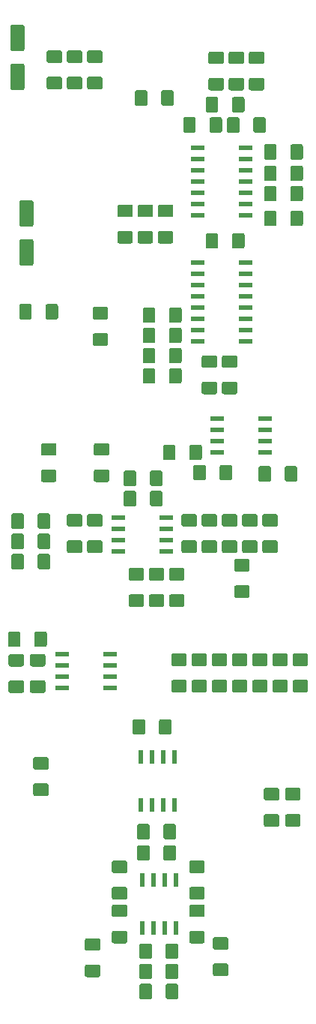
<source format=gbr>
G04 #@! TF.GenerationSoftware,KiCad,Pcbnew,(5.0.1)-4*
G04 #@! TF.CreationDate,2019-03-05T01:35:26-06:00*
G04 #@! TF.ProjectId,VCO,56434F2E6B696361645F706362000000,rev?*
G04 #@! TF.SameCoordinates,Original*
G04 #@! TF.FileFunction,Paste,Bot*
G04 #@! TF.FilePolarity,Positive*
%FSLAX46Y46*%
G04 Gerber Fmt 4.6, Leading zero omitted, Abs format (unit mm)*
G04 Created by KiCad (PCBNEW (5.0.1)-4) date 3/5/2019 1:35:26*
%MOMM*%
%LPD*%
G01*
G04 APERTURE LIST*
%ADD10C,0.100000*%
%ADD11C,1.600000*%
%ADD12R,0.600000X1.550000*%
%ADD13R,1.500000X0.600000*%
%ADD14R,1.550000X0.600000*%
%ADD15C,1.425000*%
G04 APERTURE END LIST*
D10*
G04 #@! TO.C,C7*
G36*
X147513504Y209819796D02*
X147537773Y209816196D01*
X147561571Y209810235D01*
X147584671Y209801970D01*
X147606849Y209791480D01*
X147627893Y209778867D01*
X147647598Y209764253D01*
X147665777Y209747777D01*
X147682253Y209729598D01*
X147696867Y209709893D01*
X147709480Y209688849D01*
X147719970Y209666671D01*
X147728235Y209643571D01*
X147734196Y209619773D01*
X147737796Y209595504D01*
X147739000Y209571000D01*
X147739000Y207071000D01*
X147737796Y207046496D01*
X147734196Y207022227D01*
X147728235Y206998429D01*
X147719970Y206975329D01*
X147709480Y206953151D01*
X147696867Y206932107D01*
X147682253Y206912402D01*
X147665777Y206894223D01*
X147647598Y206877747D01*
X147627893Y206863133D01*
X147606849Y206850520D01*
X147584671Y206840030D01*
X147561571Y206831765D01*
X147537773Y206825804D01*
X147513504Y206822204D01*
X147489000Y206821000D01*
X146389000Y206821000D01*
X146364496Y206822204D01*
X146340227Y206825804D01*
X146316429Y206831765D01*
X146293329Y206840030D01*
X146271151Y206850520D01*
X146250107Y206863133D01*
X146230402Y206877747D01*
X146212223Y206894223D01*
X146195747Y206912402D01*
X146181133Y206932107D01*
X146168520Y206953151D01*
X146158030Y206975329D01*
X146149765Y206998429D01*
X146143804Y207022227D01*
X146140204Y207046496D01*
X146139000Y207071000D01*
X146139000Y209571000D01*
X146140204Y209595504D01*
X146143804Y209619773D01*
X146149765Y209643571D01*
X146158030Y209666671D01*
X146168520Y209688849D01*
X146181133Y209709893D01*
X146195747Y209729598D01*
X146212223Y209747777D01*
X146230402Y209764253D01*
X146250107Y209778867D01*
X146271151Y209791480D01*
X146293329Y209801970D01*
X146316429Y209810235D01*
X146340227Y209816196D01*
X146364496Y209819796D01*
X146389000Y209821000D01*
X147489000Y209821000D01*
X147513504Y209819796D01*
X147513504Y209819796D01*
G37*
D11*
X146939000Y208321000D03*
D10*
G36*
X147513504Y205419796D02*
X147537773Y205416196D01*
X147561571Y205410235D01*
X147584671Y205401970D01*
X147606849Y205391480D01*
X147627893Y205378867D01*
X147647598Y205364253D01*
X147665777Y205347777D01*
X147682253Y205329598D01*
X147696867Y205309893D01*
X147709480Y205288849D01*
X147719970Y205266671D01*
X147728235Y205243571D01*
X147734196Y205219773D01*
X147737796Y205195504D01*
X147739000Y205171000D01*
X147739000Y202671000D01*
X147737796Y202646496D01*
X147734196Y202622227D01*
X147728235Y202598429D01*
X147719970Y202575329D01*
X147709480Y202553151D01*
X147696867Y202532107D01*
X147682253Y202512402D01*
X147665777Y202494223D01*
X147647598Y202477747D01*
X147627893Y202463133D01*
X147606849Y202450520D01*
X147584671Y202440030D01*
X147561571Y202431765D01*
X147537773Y202425804D01*
X147513504Y202422204D01*
X147489000Y202421000D01*
X146389000Y202421000D01*
X146364496Y202422204D01*
X146340227Y202425804D01*
X146316429Y202431765D01*
X146293329Y202440030D01*
X146271151Y202450520D01*
X146250107Y202463133D01*
X146230402Y202477747D01*
X146212223Y202494223D01*
X146195747Y202512402D01*
X146181133Y202532107D01*
X146168520Y202553151D01*
X146158030Y202575329D01*
X146149765Y202598429D01*
X146143804Y202622227D01*
X146140204Y202646496D01*
X146139000Y202671000D01*
X146139000Y205171000D01*
X146140204Y205195504D01*
X146143804Y205219773D01*
X146149765Y205243571D01*
X146158030Y205266671D01*
X146168520Y205288849D01*
X146181133Y205309893D01*
X146195747Y205329598D01*
X146212223Y205347777D01*
X146230402Y205364253D01*
X146250107Y205378867D01*
X146271151Y205391480D01*
X146293329Y205401970D01*
X146316429Y205410235D01*
X146340227Y205416196D01*
X146364496Y205419796D01*
X146389000Y205421000D01*
X147489000Y205421000D01*
X147513504Y205419796D01*
X147513504Y205419796D01*
G37*
D11*
X146939000Y203921000D03*
G04 #@! TD*
D10*
G04 #@! TO.C,C10*
G36*
X148529504Y190007796D02*
X148553773Y190004196D01*
X148577571Y189998235D01*
X148600671Y189989970D01*
X148622849Y189979480D01*
X148643893Y189966867D01*
X148663598Y189952253D01*
X148681777Y189935777D01*
X148698253Y189917598D01*
X148712867Y189897893D01*
X148725480Y189876849D01*
X148735970Y189854671D01*
X148744235Y189831571D01*
X148750196Y189807773D01*
X148753796Y189783504D01*
X148755000Y189759000D01*
X148755000Y187259000D01*
X148753796Y187234496D01*
X148750196Y187210227D01*
X148744235Y187186429D01*
X148735970Y187163329D01*
X148725480Y187141151D01*
X148712867Y187120107D01*
X148698253Y187100402D01*
X148681777Y187082223D01*
X148663598Y187065747D01*
X148643893Y187051133D01*
X148622849Y187038520D01*
X148600671Y187028030D01*
X148577571Y187019765D01*
X148553773Y187013804D01*
X148529504Y187010204D01*
X148505000Y187009000D01*
X147405000Y187009000D01*
X147380496Y187010204D01*
X147356227Y187013804D01*
X147332429Y187019765D01*
X147309329Y187028030D01*
X147287151Y187038520D01*
X147266107Y187051133D01*
X147246402Y187065747D01*
X147228223Y187082223D01*
X147211747Y187100402D01*
X147197133Y187120107D01*
X147184520Y187141151D01*
X147174030Y187163329D01*
X147165765Y187186429D01*
X147159804Y187210227D01*
X147156204Y187234496D01*
X147155000Y187259000D01*
X147155000Y189759000D01*
X147156204Y189783504D01*
X147159804Y189807773D01*
X147165765Y189831571D01*
X147174030Y189854671D01*
X147184520Y189876849D01*
X147197133Y189897893D01*
X147211747Y189917598D01*
X147228223Y189935777D01*
X147246402Y189952253D01*
X147266107Y189966867D01*
X147287151Y189979480D01*
X147309329Y189989970D01*
X147332429Y189998235D01*
X147356227Y190004196D01*
X147380496Y190007796D01*
X147405000Y190009000D01*
X148505000Y190009000D01*
X148529504Y190007796D01*
X148529504Y190007796D01*
G37*
D11*
X147955000Y188509000D03*
D10*
G36*
X148529504Y185607796D02*
X148553773Y185604196D01*
X148577571Y185598235D01*
X148600671Y185589970D01*
X148622849Y185579480D01*
X148643893Y185566867D01*
X148663598Y185552253D01*
X148681777Y185535777D01*
X148698253Y185517598D01*
X148712867Y185497893D01*
X148725480Y185476849D01*
X148735970Y185454671D01*
X148744235Y185431571D01*
X148750196Y185407773D01*
X148753796Y185383504D01*
X148755000Y185359000D01*
X148755000Y182859000D01*
X148753796Y182834496D01*
X148750196Y182810227D01*
X148744235Y182786429D01*
X148735970Y182763329D01*
X148725480Y182741151D01*
X148712867Y182720107D01*
X148698253Y182700402D01*
X148681777Y182682223D01*
X148663598Y182665747D01*
X148643893Y182651133D01*
X148622849Y182638520D01*
X148600671Y182628030D01*
X148577571Y182619765D01*
X148553773Y182613804D01*
X148529504Y182610204D01*
X148505000Y182609000D01*
X147405000Y182609000D01*
X147380496Y182610204D01*
X147356227Y182613804D01*
X147332429Y182619765D01*
X147309329Y182628030D01*
X147287151Y182638520D01*
X147266107Y182651133D01*
X147246402Y182665747D01*
X147228223Y182682223D01*
X147211747Y182700402D01*
X147197133Y182720107D01*
X147184520Y182741151D01*
X147174030Y182763329D01*
X147165765Y182786429D01*
X147159804Y182810227D01*
X147156204Y182834496D01*
X147155000Y182859000D01*
X147155000Y185359000D01*
X147156204Y185383504D01*
X147159804Y185407773D01*
X147165765Y185431571D01*
X147174030Y185454671D01*
X147184520Y185476849D01*
X147197133Y185497893D01*
X147211747Y185517598D01*
X147228223Y185535777D01*
X147246402Y185552253D01*
X147266107Y185566867D01*
X147287151Y185579480D01*
X147309329Y185589970D01*
X147332429Y185598235D01*
X147356227Y185604196D01*
X147380496Y185607796D01*
X147405000Y185609000D01*
X148505000Y185609000D01*
X148529504Y185607796D01*
X148529504Y185607796D01*
G37*
D11*
X147955000Y184109000D03*
G04 #@! TD*
D12*
G04 #@! TO.C,U1*
X161027652Y107891128D03*
X162297652Y107891128D03*
X163567652Y107891128D03*
X164837652Y107891128D03*
X164837652Y113291128D03*
X163567652Y113291128D03*
X162297652Y113291128D03*
X161027652Y113291128D03*
G04 #@! TD*
D13*
G04 #@! TO.C,U4*
X167353000Y195961000D03*
X167353000Y194691000D03*
X167353000Y193421000D03*
X167353000Y192151000D03*
X167353000Y190881000D03*
X167353000Y189611000D03*
X167353000Y188341000D03*
X172753000Y188341000D03*
X172753000Y189611000D03*
X172753000Y190881000D03*
X172753000Y192151000D03*
X172753000Y193421000D03*
X172753000Y194691000D03*
X172753000Y195961000D03*
G04 #@! TD*
D14*
G04 #@! TO.C,U2*
X151996633Y134942529D03*
X151996633Y136212529D03*
X151996633Y137482529D03*
X151996633Y138752529D03*
X157396633Y138752529D03*
X157396633Y137482529D03*
X157396633Y136212529D03*
X157396633Y134942529D03*
G04 #@! TD*
D10*
G04 #@! TO.C,R12*
G36*
X149885137Y135825673D02*
X149909406Y135822073D01*
X149933204Y135816112D01*
X149956304Y135807847D01*
X149978482Y135797357D01*
X149999526Y135784744D01*
X150019231Y135770130D01*
X150037410Y135753654D01*
X150053886Y135735475D01*
X150068500Y135715770D01*
X150081113Y135694726D01*
X150091603Y135672548D01*
X150099868Y135649448D01*
X150105829Y135625650D01*
X150109429Y135601381D01*
X150110633Y135576877D01*
X150110633Y134651877D01*
X150109429Y134627373D01*
X150105829Y134603104D01*
X150099868Y134579306D01*
X150091603Y134556206D01*
X150081113Y134534028D01*
X150068500Y134512984D01*
X150053886Y134493279D01*
X150037410Y134475100D01*
X150019231Y134458624D01*
X149999526Y134444010D01*
X149978482Y134431397D01*
X149956304Y134420907D01*
X149933204Y134412642D01*
X149909406Y134406681D01*
X149885137Y134403081D01*
X149860633Y134401877D01*
X148610633Y134401877D01*
X148586129Y134403081D01*
X148561860Y134406681D01*
X148538062Y134412642D01*
X148514962Y134420907D01*
X148492784Y134431397D01*
X148471740Y134444010D01*
X148452035Y134458624D01*
X148433856Y134475100D01*
X148417380Y134493279D01*
X148402766Y134512984D01*
X148390153Y134534028D01*
X148379663Y134556206D01*
X148371398Y134579306D01*
X148365437Y134603104D01*
X148361837Y134627373D01*
X148360633Y134651877D01*
X148360633Y135576877D01*
X148361837Y135601381D01*
X148365437Y135625650D01*
X148371398Y135649448D01*
X148379663Y135672548D01*
X148390153Y135694726D01*
X148402766Y135715770D01*
X148417380Y135735475D01*
X148433856Y135753654D01*
X148452035Y135770130D01*
X148471740Y135784744D01*
X148492784Y135797357D01*
X148514962Y135807847D01*
X148538062Y135816112D01*
X148561860Y135822073D01*
X148586129Y135825673D01*
X148610633Y135826877D01*
X149860633Y135826877D01*
X149885137Y135825673D01*
X149885137Y135825673D01*
G37*
D15*
X149235633Y135114377D03*
D10*
G36*
X149885137Y138800673D02*
X149909406Y138797073D01*
X149933204Y138791112D01*
X149956304Y138782847D01*
X149978482Y138772357D01*
X149999526Y138759744D01*
X150019231Y138745130D01*
X150037410Y138728654D01*
X150053886Y138710475D01*
X150068500Y138690770D01*
X150081113Y138669726D01*
X150091603Y138647548D01*
X150099868Y138624448D01*
X150105829Y138600650D01*
X150109429Y138576381D01*
X150110633Y138551877D01*
X150110633Y137626877D01*
X150109429Y137602373D01*
X150105829Y137578104D01*
X150099868Y137554306D01*
X150091603Y137531206D01*
X150081113Y137509028D01*
X150068500Y137487984D01*
X150053886Y137468279D01*
X150037410Y137450100D01*
X150019231Y137433624D01*
X149999526Y137419010D01*
X149978482Y137406397D01*
X149956304Y137395907D01*
X149933204Y137387642D01*
X149909406Y137381681D01*
X149885137Y137378081D01*
X149860633Y137376877D01*
X148610633Y137376877D01*
X148586129Y137378081D01*
X148561860Y137381681D01*
X148538062Y137387642D01*
X148514962Y137395907D01*
X148492784Y137406397D01*
X148471740Y137419010D01*
X148452035Y137433624D01*
X148433856Y137450100D01*
X148417380Y137468279D01*
X148402766Y137487984D01*
X148390153Y137509028D01*
X148379663Y137531206D01*
X148371398Y137554306D01*
X148365437Y137578104D01*
X148361837Y137602373D01*
X148360633Y137626877D01*
X148360633Y138551877D01*
X148361837Y138576381D01*
X148365437Y138600650D01*
X148371398Y138624448D01*
X148379663Y138647548D01*
X148390153Y138669726D01*
X148402766Y138690770D01*
X148417380Y138710475D01*
X148433856Y138728654D01*
X148452035Y138745130D01*
X148471740Y138759744D01*
X148492784Y138772357D01*
X148514962Y138782847D01*
X148538062Y138791112D01*
X148561860Y138797073D01*
X148586129Y138800673D01*
X148610633Y138801877D01*
X149860633Y138801877D01*
X149885137Y138800673D01*
X149885137Y138800673D01*
G37*
D15*
X149235633Y138089377D03*
G04 #@! TD*
D10*
G04 #@! TO.C,R35*
G36*
X171011504Y160131796D02*
X171035773Y160128196D01*
X171059571Y160122235D01*
X171082671Y160113970D01*
X171104849Y160103480D01*
X171125893Y160090867D01*
X171145598Y160076253D01*
X171163777Y160059777D01*
X171180253Y160041598D01*
X171194867Y160021893D01*
X171207480Y160000849D01*
X171217970Y159978671D01*
X171226235Y159955571D01*
X171232196Y159931773D01*
X171235796Y159907504D01*
X171237000Y159883000D01*
X171237000Y158633000D01*
X171235796Y158608496D01*
X171232196Y158584227D01*
X171226235Y158560429D01*
X171217970Y158537329D01*
X171207480Y158515151D01*
X171194867Y158494107D01*
X171180253Y158474402D01*
X171163777Y158456223D01*
X171145598Y158439747D01*
X171125893Y158425133D01*
X171104849Y158412520D01*
X171082671Y158402030D01*
X171059571Y158393765D01*
X171035773Y158387804D01*
X171011504Y158384204D01*
X170987000Y158383000D01*
X170062000Y158383000D01*
X170037496Y158384204D01*
X170013227Y158387804D01*
X169989429Y158393765D01*
X169966329Y158402030D01*
X169944151Y158412520D01*
X169923107Y158425133D01*
X169903402Y158439747D01*
X169885223Y158456223D01*
X169868747Y158474402D01*
X169854133Y158494107D01*
X169841520Y158515151D01*
X169831030Y158537329D01*
X169822765Y158560429D01*
X169816804Y158584227D01*
X169813204Y158608496D01*
X169812000Y158633000D01*
X169812000Y159883000D01*
X169813204Y159907504D01*
X169816804Y159931773D01*
X169822765Y159955571D01*
X169831030Y159978671D01*
X169841520Y160000849D01*
X169854133Y160021893D01*
X169868747Y160041598D01*
X169885223Y160059777D01*
X169903402Y160076253D01*
X169923107Y160090867D01*
X169944151Y160103480D01*
X169966329Y160113970D01*
X169989429Y160122235D01*
X170013227Y160128196D01*
X170037496Y160131796D01*
X170062000Y160133000D01*
X170987000Y160133000D01*
X171011504Y160131796D01*
X171011504Y160131796D01*
G37*
D15*
X170524500Y159258000D03*
D10*
G36*
X168036504Y160131796D02*
X168060773Y160128196D01*
X168084571Y160122235D01*
X168107671Y160113970D01*
X168129849Y160103480D01*
X168150893Y160090867D01*
X168170598Y160076253D01*
X168188777Y160059777D01*
X168205253Y160041598D01*
X168219867Y160021893D01*
X168232480Y160000849D01*
X168242970Y159978671D01*
X168251235Y159955571D01*
X168257196Y159931773D01*
X168260796Y159907504D01*
X168262000Y159883000D01*
X168262000Y158633000D01*
X168260796Y158608496D01*
X168257196Y158584227D01*
X168251235Y158560429D01*
X168242970Y158537329D01*
X168232480Y158515151D01*
X168219867Y158494107D01*
X168205253Y158474402D01*
X168188777Y158456223D01*
X168170598Y158439747D01*
X168150893Y158425133D01*
X168129849Y158412520D01*
X168107671Y158402030D01*
X168084571Y158393765D01*
X168060773Y158387804D01*
X168036504Y158384204D01*
X168012000Y158383000D01*
X167087000Y158383000D01*
X167062496Y158384204D01*
X167038227Y158387804D01*
X167014429Y158393765D01*
X166991329Y158402030D01*
X166969151Y158412520D01*
X166948107Y158425133D01*
X166928402Y158439747D01*
X166910223Y158456223D01*
X166893747Y158474402D01*
X166879133Y158494107D01*
X166866520Y158515151D01*
X166856030Y158537329D01*
X166847765Y158560429D01*
X166841804Y158584227D01*
X166838204Y158608496D01*
X166837000Y158633000D01*
X166837000Y159883000D01*
X166838204Y159907504D01*
X166841804Y159931773D01*
X166847765Y159955571D01*
X166856030Y159978671D01*
X166866520Y160000849D01*
X166879133Y160021893D01*
X166893747Y160041598D01*
X166910223Y160059777D01*
X166928402Y160076253D01*
X166948107Y160090867D01*
X166969151Y160103480D01*
X166991329Y160113970D01*
X167014429Y160122235D01*
X167038227Y160128196D01*
X167062496Y160131796D01*
X167087000Y160133000D01*
X168012000Y160133000D01*
X168036504Y160131796D01*
X168036504Y160131796D01*
G37*
D15*
X167549500Y159258000D03*
G04 #@! TD*
D12*
G04 #@! TO.C,U3*
X160909000Y121760000D03*
X162179000Y121760000D03*
X163449000Y121760000D03*
X164719000Y121760000D03*
X164719000Y127160000D03*
X163449000Y127160000D03*
X162179000Y127160000D03*
X160909000Y127160000D03*
G04 #@! TD*
D10*
G04 #@! TO.C,C1*
G36*
X176037504Y193913796D02*
X176061773Y193910196D01*
X176085571Y193904235D01*
X176108671Y193895970D01*
X176130849Y193885480D01*
X176151893Y193872867D01*
X176171598Y193858253D01*
X176189777Y193841777D01*
X176206253Y193823598D01*
X176220867Y193803893D01*
X176233480Y193782849D01*
X176243970Y193760671D01*
X176252235Y193737571D01*
X176258196Y193713773D01*
X176261796Y193689504D01*
X176263000Y193665000D01*
X176263000Y192415000D01*
X176261796Y192390496D01*
X176258196Y192366227D01*
X176252235Y192342429D01*
X176243970Y192319329D01*
X176233480Y192297151D01*
X176220867Y192276107D01*
X176206253Y192256402D01*
X176189777Y192238223D01*
X176171598Y192221747D01*
X176151893Y192207133D01*
X176130849Y192194520D01*
X176108671Y192184030D01*
X176085571Y192175765D01*
X176061773Y192169804D01*
X176037504Y192166204D01*
X176013000Y192165000D01*
X175088000Y192165000D01*
X175063496Y192166204D01*
X175039227Y192169804D01*
X175015429Y192175765D01*
X174992329Y192184030D01*
X174970151Y192194520D01*
X174949107Y192207133D01*
X174929402Y192221747D01*
X174911223Y192238223D01*
X174894747Y192256402D01*
X174880133Y192276107D01*
X174867520Y192297151D01*
X174857030Y192319329D01*
X174848765Y192342429D01*
X174842804Y192366227D01*
X174839204Y192390496D01*
X174838000Y192415000D01*
X174838000Y193665000D01*
X174839204Y193689504D01*
X174842804Y193713773D01*
X174848765Y193737571D01*
X174857030Y193760671D01*
X174867520Y193782849D01*
X174880133Y193803893D01*
X174894747Y193823598D01*
X174911223Y193841777D01*
X174929402Y193858253D01*
X174949107Y193872867D01*
X174970151Y193885480D01*
X174992329Y193895970D01*
X175015429Y193904235D01*
X175039227Y193910196D01*
X175063496Y193913796D01*
X175088000Y193915000D01*
X176013000Y193915000D01*
X176037504Y193913796D01*
X176037504Y193913796D01*
G37*
D15*
X175550500Y193040000D03*
D10*
G36*
X179012504Y193913796D02*
X179036773Y193910196D01*
X179060571Y193904235D01*
X179083671Y193895970D01*
X179105849Y193885480D01*
X179126893Y193872867D01*
X179146598Y193858253D01*
X179164777Y193841777D01*
X179181253Y193823598D01*
X179195867Y193803893D01*
X179208480Y193782849D01*
X179218970Y193760671D01*
X179227235Y193737571D01*
X179233196Y193713773D01*
X179236796Y193689504D01*
X179238000Y193665000D01*
X179238000Y192415000D01*
X179236796Y192390496D01*
X179233196Y192366227D01*
X179227235Y192342429D01*
X179218970Y192319329D01*
X179208480Y192297151D01*
X179195867Y192276107D01*
X179181253Y192256402D01*
X179164777Y192238223D01*
X179146598Y192221747D01*
X179126893Y192207133D01*
X179105849Y192194520D01*
X179083671Y192184030D01*
X179060571Y192175765D01*
X179036773Y192169804D01*
X179012504Y192166204D01*
X178988000Y192165000D01*
X178063000Y192165000D01*
X178038496Y192166204D01*
X178014227Y192169804D01*
X177990429Y192175765D01*
X177967329Y192184030D01*
X177945151Y192194520D01*
X177924107Y192207133D01*
X177904402Y192221747D01*
X177886223Y192238223D01*
X177869747Y192256402D01*
X177855133Y192276107D01*
X177842520Y192297151D01*
X177832030Y192319329D01*
X177823765Y192342429D01*
X177817804Y192366227D01*
X177814204Y192390496D01*
X177813000Y192415000D01*
X177813000Y193665000D01*
X177814204Y193689504D01*
X177817804Y193713773D01*
X177823765Y193737571D01*
X177832030Y193760671D01*
X177842520Y193782849D01*
X177855133Y193803893D01*
X177869747Y193823598D01*
X177886223Y193841777D01*
X177904402Y193858253D01*
X177924107Y193872867D01*
X177945151Y193885480D01*
X177967329Y193895970D01*
X177990429Y193904235D01*
X178014227Y193910196D01*
X178038496Y193913796D01*
X178063000Y193915000D01*
X178988000Y193915000D01*
X179012504Y193913796D01*
X179012504Y193913796D01*
G37*
D15*
X178525500Y193040000D03*
G04 #@! TD*
D10*
G04 #@! TO.C,C2*
G36*
X164352504Y186548796D02*
X164376773Y186545196D01*
X164400571Y186539235D01*
X164423671Y186530970D01*
X164445849Y186520480D01*
X164466893Y186507867D01*
X164486598Y186493253D01*
X164504777Y186476777D01*
X164521253Y186458598D01*
X164535867Y186438893D01*
X164548480Y186417849D01*
X164558970Y186395671D01*
X164567235Y186372571D01*
X164573196Y186348773D01*
X164576796Y186324504D01*
X164578000Y186300000D01*
X164578000Y185375000D01*
X164576796Y185350496D01*
X164573196Y185326227D01*
X164567235Y185302429D01*
X164558970Y185279329D01*
X164548480Y185257151D01*
X164535867Y185236107D01*
X164521253Y185216402D01*
X164504777Y185198223D01*
X164486598Y185181747D01*
X164466893Y185167133D01*
X164445849Y185154520D01*
X164423671Y185144030D01*
X164400571Y185135765D01*
X164376773Y185129804D01*
X164352504Y185126204D01*
X164328000Y185125000D01*
X163078000Y185125000D01*
X163053496Y185126204D01*
X163029227Y185129804D01*
X163005429Y185135765D01*
X162982329Y185144030D01*
X162960151Y185154520D01*
X162939107Y185167133D01*
X162919402Y185181747D01*
X162901223Y185198223D01*
X162884747Y185216402D01*
X162870133Y185236107D01*
X162857520Y185257151D01*
X162847030Y185279329D01*
X162838765Y185302429D01*
X162832804Y185326227D01*
X162829204Y185350496D01*
X162828000Y185375000D01*
X162828000Y186300000D01*
X162829204Y186324504D01*
X162832804Y186348773D01*
X162838765Y186372571D01*
X162847030Y186395671D01*
X162857520Y186417849D01*
X162870133Y186438893D01*
X162884747Y186458598D01*
X162901223Y186476777D01*
X162919402Y186493253D01*
X162939107Y186507867D01*
X162960151Y186520480D01*
X162982329Y186530970D01*
X163005429Y186539235D01*
X163029227Y186545196D01*
X163053496Y186548796D01*
X163078000Y186550000D01*
X164328000Y186550000D01*
X164352504Y186548796D01*
X164352504Y186548796D01*
G37*
D15*
X163703000Y185837500D03*
D10*
G36*
X164352504Y189523796D02*
X164376773Y189520196D01*
X164400571Y189514235D01*
X164423671Y189505970D01*
X164445849Y189495480D01*
X164466893Y189482867D01*
X164486598Y189468253D01*
X164504777Y189451777D01*
X164521253Y189433598D01*
X164535867Y189413893D01*
X164548480Y189392849D01*
X164558970Y189370671D01*
X164567235Y189347571D01*
X164573196Y189323773D01*
X164576796Y189299504D01*
X164578000Y189275000D01*
X164578000Y188350000D01*
X164576796Y188325496D01*
X164573196Y188301227D01*
X164567235Y188277429D01*
X164558970Y188254329D01*
X164548480Y188232151D01*
X164535867Y188211107D01*
X164521253Y188191402D01*
X164504777Y188173223D01*
X164486598Y188156747D01*
X164466893Y188142133D01*
X164445849Y188129520D01*
X164423671Y188119030D01*
X164400571Y188110765D01*
X164376773Y188104804D01*
X164352504Y188101204D01*
X164328000Y188100000D01*
X163078000Y188100000D01*
X163053496Y188101204D01*
X163029227Y188104804D01*
X163005429Y188110765D01*
X162982329Y188119030D01*
X162960151Y188129520D01*
X162939107Y188142133D01*
X162919402Y188156747D01*
X162901223Y188173223D01*
X162884747Y188191402D01*
X162870133Y188211107D01*
X162857520Y188232151D01*
X162847030Y188254329D01*
X162838765Y188277429D01*
X162832804Y188301227D01*
X162829204Y188325496D01*
X162828000Y188350000D01*
X162828000Y189275000D01*
X162829204Y189299504D01*
X162832804Y189323773D01*
X162838765Y189347571D01*
X162847030Y189370671D01*
X162857520Y189392849D01*
X162870133Y189413893D01*
X162884747Y189433598D01*
X162901223Y189451777D01*
X162919402Y189468253D01*
X162939107Y189482867D01*
X162960151Y189495480D01*
X162982329Y189505970D01*
X163005429Y189514235D01*
X163029227Y189520196D01*
X163053496Y189523796D01*
X163078000Y189525000D01*
X164328000Y189525000D01*
X164352504Y189523796D01*
X164352504Y189523796D01*
G37*
D15*
X163703000Y188812500D03*
G04 #@! TD*
D10*
G04 #@! TO.C,C3*
G36*
X164907156Y103844924D02*
X164931425Y103841324D01*
X164955223Y103835363D01*
X164978323Y103827098D01*
X165000501Y103816608D01*
X165021545Y103803995D01*
X165041250Y103789381D01*
X165059429Y103772905D01*
X165075905Y103754726D01*
X165090519Y103735021D01*
X165103132Y103713977D01*
X165113622Y103691799D01*
X165121887Y103668699D01*
X165127848Y103644901D01*
X165131448Y103620632D01*
X165132652Y103596128D01*
X165132652Y102346128D01*
X165131448Y102321624D01*
X165127848Y102297355D01*
X165121887Y102273557D01*
X165113622Y102250457D01*
X165103132Y102228279D01*
X165090519Y102207235D01*
X165075905Y102187530D01*
X165059429Y102169351D01*
X165041250Y102152875D01*
X165021545Y102138261D01*
X165000501Y102125648D01*
X164978323Y102115158D01*
X164955223Y102106893D01*
X164931425Y102100932D01*
X164907156Y102097332D01*
X164882652Y102096128D01*
X163957652Y102096128D01*
X163933148Y102097332D01*
X163908879Y102100932D01*
X163885081Y102106893D01*
X163861981Y102115158D01*
X163839803Y102125648D01*
X163818759Y102138261D01*
X163799054Y102152875D01*
X163780875Y102169351D01*
X163764399Y102187530D01*
X163749785Y102207235D01*
X163737172Y102228279D01*
X163726682Y102250457D01*
X163718417Y102273557D01*
X163712456Y102297355D01*
X163708856Y102321624D01*
X163707652Y102346128D01*
X163707652Y103596128D01*
X163708856Y103620632D01*
X163712456Y103644901D01*
X163718417Y103668699D01*
X163726682Y103691799D01*
X163737172Y103713977D01*
X163749785Y103735021D01*
X163764399Y103754726D01*
X163780875Y103772905D01*
X163799054Y103789381D01*
X163818759Y103803995D01*
X163839803Y103816608D01*
X163861981Y103827098D01*
X163885081Y103835363D01*
X163908879Y103841324D01*
X163933148Y103844924D01*
X163957652Y103846128D01*
X164882652Y103846128D01*
X164907156Y103844924D01*
X164907156Y103844924D01*
G37*
D15*
X164420152Y102971128D03*
D10*
G36*
X161932156Y103844924D02*
X161956425Y103841324D01*
X161980223Y103835363D01*
X162003323Y103827098D01*
X162025501Y103816608D01*
X162046545Y103803995D01*
X162066250Y103789381D01*
X162084429Y103772905D01*
X162100905Y103754726D01*
X162115519Y103735021D01*
X162128132Y103713977D01*
X162138622Y103691799D01*
X162146887Y103668699D01*
X162152848Y103644901D01*
X162156448Y103620632D01*
X162157652Y103596128D01*
X162157652Y102346128D01*
X162156448Y102321624D01*
X162152848Y102297355D01*
X162146887Y102273557D01*
X162138622Y102250457D01*
X162128132Y102228279D01*
X162115519Y102207235D01*
X162100905Y102187530D01*
X162084429Y102169351D01*
X162066250Y102152875D01*
X162046545Y102138261D01*
X162025501Y102125648D01*
X162003323Y102115158D01*
X161980223Y102106893D01*
X161956425Y102100932D01*
X161932156Y102097332D01*
X161907652Y102096128D01*
X160982652Y102096128D01*
X160958148Y102097332D01*
X160933879Y102100932D01*
X160910081Y102106893D01*
X160886981Y102115158D01*
X160864803Y102125648D01*
X160843759Y102138261D01*
X160824054Y102152875D01*
X160805875Y102169351D01*
X160789399Y102187530D01*
X160774785Y102207235D01*
X160762172Y102228279D01*
X160751682Y102250457D01*
X160743417Y102273557D01*
X160737456Y102297355D01*
X160733856Y102321624D01*
X160732652Y102346128D01*
X160732652Y103596128D01*
X160733856Y103620632D01*
X160737456Y103644901D01*
X160743417Y103668699D01*
X160751682Y103691799D01*
X160762172Y103713977D01*
X160774785Y103735021D01*
X160789399Y103754726D01*
X160805875Y103772905D01*
X160824054Y103789381D01*
X160843759Y103803995D01*
X160864803Y103816608D01*
X160886981Y103827098D01*
X160910081Y103835363D01*
X160933879Y103841324D01*
X160958148Y103844924D01*
X160982652Y103846128D01*
X161907652Y103846128D01*
X161932156Y103844924D01*
X161932156Y103844924D01*
G37*
D15*
X161445152Y102971128D03*
G04 #@! TD*
D10*
G04 #@! TO.C,C4*
G36*
X163137504Y157210796D02*
X163161773Y157207196D01*
X163185571Y157201235D01*
X163208671Y157192970D01*
X163230849Y157182480D01*
X163251893Y157169867D01*
X163271598Y157155253D01*
X163289777Y157138777D01*
X163306253Y157120598D01*
X163320867Y157100893D01*
X163333480Y157079849D01*
X163343970Y157057671D01*
X163352235Y157034571D01*
X163358196Y157010773D01*
X163361796Y156986504D01*
X163363000Y156962000D01*
X163363000Y155712000D01*
X163361796Y155687496D01*
X163358196Y155663227D01*
X163352235Y155639429D01*
X163343970Y155616329D01*
X163333480Y155594151D01*
X163320867Y155573107D01*
X163306253Y155553402D01*
X163289777Y155535223D01*
X163271598Y155518747D01*
X163251893Y155504133D01*
X163230849Y155491520D01*
X163208671Y155481030D01*
X163185571Y155472765D01*
X163161773Y155466804D01*
X163137504Y155463204D01*
X163113000Y155462000D01*
X162188000Y155462000D01*
X162163496Y155463204D01*
X162139227Y155466804D01*
X162115429Y155472765D01*
X162092329Y155481030D01*
X162070151Y155491520D01*
X162049107Y155504133D01*
X162029402Y155518747D01*
X162011223Y155535223D01*
X161994747Y155553402D01*
X161980133Y155573107D01*
X161967520Y155594151D01*
X161957030Y155616329D01*
X161948765Y155639429D01*
X161942804Y155663227D01*
X161939204Y155687496D01*
X161938000Y155712000D01*
X161938000Y156962000D01*
X161939204Y156986504D01*
X161942804Y157010773D01*
X161948765Y157034571D01*
X161957030Y157057671D01*
X161967520Y157079849D01*
X161980133Y157100893D01*
X161994747Y157120598D01*
X162011223Y157138777D01*
X162029402Y157155253D01*
X162049107Y157169867D01*
X162070151Y157182480D01*
X162092329Y157192970D01*
X162115429Y157201235D01*
X162139227Y157207196D01*
X162163496Y157210796D01*
X162188000Y157212000D01*
X163113000Y157212000D01*
X163137504Y157210796D01*
X163137504Y157210796D01*
G37*
D15*
X162650500Y156337000D03*
D10*
G36*
X160162504Y157210796D02*
X160186773Y157207196D01*
X160210571Y157201235D01*
X160233671Y157192970D01*
X160255849Y157182480D01*
X160276893Y157169867D01*
X160296598Y157155253D01*
X160314777Y157138777D01*
X160331253Y157120598D01*
X160345867Y157100893D01*
X160358480Y157079849D01*
X160368970Y157057671D01*
X160377235Y157034571D01*
X160383196Y157010773D01*
X160386796Y156986504D01*
X160388000Y156962000D01*
X160388000Y155712000D01*
X160386796Y155687496D01*
X160383196Y155663227D01*
X160377235Y155639429D01*
X160368970Y155616329D01*
X160358480Y155594151D01*
X160345867Y155573107D01*
X160331253Y155553402D01*
X160314777Y155535223D01*
X160296598Y155518747D01*
X160276893Y155504133D01*
X160255849Y155491520D01*
X160233671Y155481030D01*
X160210571Y155472765D01*
X160186773Y155466804D01*
X160162504Y155463204D01*
X160138000Y155462000D01*
X159213000Y155462000D01*
X159188496Y155463204D01*
X159164227Y155466804D01*
X159140429Y155472765D01*
X159117329Y155481030D01*
X159095151Y155491520D01*
X159074107Y155504133D01*
X159054402Y155518747D01*
X159036223Y155535223D01*
X159019747Y155553402D01*
X159005133Y155573107D01*
X158992520Y155594151D01*
X158982030Y155616329D01*
X158973765Y155639429D01*
X158967804Y155663227D01*
X158964204Y155687496D01*
X158963000Y155712000D01*
X158963000Y156962000D01*
X158964204Y156986504D01*
X158967804Y157010773D01*
X158973765Y157034571D01*
X158982030Y157057671D01*
X158992520Y157079849D01*
X159005133Y157100893D01*
X159019747Y157120598D01*
X159036223Y157138777D01*
X159054402Y157155253D01*
X159074107Y157169867D01*
X159095151Y157182480D01*
X159117329Y157192970D01*
X159140429Y157201235D01*
X159164227Y157207196D01*
X159188496Y157210796D01*
X159213000Y157212000D01*
X160138000Y157212000D01*
X160162504Y157210796D01*
X160162504Y157210796D01*
G37*
D15*
X159675500Y156337000D03*
G04 #@! TD*
D10*
G04 #@! TO.C,C5*
G36*
X151326504Y178292796D02*
X151350773Y178289196D01*
X151374571Y178283235D01*
X151397671Y178274970D01*
X151419849Y178264480D01*
X151440893Y178251867D01*
X151460598Y178237253D01*
X151478777Y178220777D01*
X151495253Y178202598D01*
X151509867Y178182893D01*
X151522480Y178161849D01*
X151532970Y178139671D01*
X151541235Y178116571D01*
X151547196Y178092773D01*
X151550796Y178068504D01*
X151552000Y178044000D01*
X151552000Y176794000D01*
X151550796Y176769496D01*
X151547196Y176745227D01*
X151541235Y176721429D01*
X151532970Y176698329D01*
X151522480Y176676151D01*
X151509867Y176655107D01*
X151495253Y176635402D01*
X151478777Y176617223D01*
X151460598Y176600747D01*
X151440893Y176586133D01*
X151419849Y176573520D01*
X151397671Y176563030D01*
X151374571Y176554765D01*
X151350773Y176548804D01*
X151326504Y176545204D01*
X151302000Y176544000D01*
X150377000Y176544000D01*
X150352496Y176545204D01*
X150328227Y176548804D01*
X150304429Y176554765D01*
X150281329Y176563030D01*
X150259151Y176573520D01*
X150238107Y176586133D01*
X150218402Y176600747D01*
X150200223Y176617223D01*
X150183747Y176635402D01*
X150169133Y176655107D01*
X150156520Y176676151D01*
X150146030Y176698329D01*
X150137765Y176721429D01*
X150131804Y176745227D01*
X150128204Y176769496D01*
X150127000Y176794000D01*
X150127000Y178044000D01*
X150128204Y178068504D01*
X150131804Y178092773D01*
X150137765Y178116571D01*
X150146030Y178139671D01*
X150156520Y178161849D01*
X150169133Y178182893D01*
X150183747Y178202598D01*
X150200223Y178220777D01*
X150218402Y178237253D01*
X150238107Y178251867D01*
X150259151Y178264480D01*
X150281329Y178274970D01*
X150304429Y178283235D01*
X150328227Y178289196D01*
X150352496Y178292796D01*
X150377000Y178294000D01*
X151302000Y178294000D01*
X151326504Y178292796D01*
X151326504Y178292796D01*
G37*
D15*
X150839500Y177419000D03*
D10*
G36*
X148351504Y178292796D02*
X148375773Y178289196D01*
X148399571Y178283235D01*
X148422671Y178274970D01*
X148444849Y178264480D01*
X148465893Y178251867D01*
X148485598Y178237253D01*
X148503777Y178220777D01*
X148520253Y178202598D01*
X148534867Y178182893D01*
X148547480Y178161849D01*
X148557970Y178139671D01*
X148566235Y178116571D01*
X148572196Y178092773D01*
X148575796Y178068504D01*
X148577000Y178044000D01*
X148577000Y176794000D01*
X148575796Y176769496D01*
X148572196Y176745227D01*
X148566235Y176721429D01*
X148557970Y176698329D01*
X148547480Y176676151D01*
X148534867Y176655107D01*
X148520253Y176635402D01*
X148503777Y176617223D01*
X148485598Y176600747D01*
X148465893Y176586133D01*
X148444849Y176573520D01*
X148422671Y176563030D01*
X148399571Y176554765D01*
X148375773Y176548804D01*
X148351504Y176545204D01*
X148327000Y176544000D01*
X147402000Y176544000D01*
X147377496Y176545204D01*
X147353227Y176548804D01*
X147329429Y176554765D01*
X147306329Y176563030D01*
X147284151Y176573520D01*
X147263107Y176586133D01*
X147243402Y176600747D01*
X147225223Y176617223D01*
X147208747Y176635402D01*
X147194133Y176655107D01*
X147181520Y176676151D01*
X147171030Y176698329D01*
X147162765Y176721429D01*
X147156804Y176745227D01*
X147153204Y176769496D01*
X147152000Y176794000D01*
X147152000Y178044000D01*
X147153204Y178068504D01*
X147156804Y178092773D01*
X147162765Y178116571D01*
X147171030Y178139671D01*
X147181520Y178161849D01*
X147194133Y178182893D01*
X147208747Y178202598D01*
X147225223Y178220777D01*
X147243402Y178237253D01*
X147263107Y178251867D01*
X147284151Y178264480D01*
X147306329Y178274970D01*
X147329429Y178283235D01*
X147353227Y178289196D01*
X147377496Y178292796D01*
X147402000Y178294000D01*
X148327000Y178294000D01*
X148351504Y178292796D01*
X148351504Y178292796D01*
G37*
D15*
X147864500Y177419000D03*
G04 #@! TD*
D10*
G04 #@! TO.C,C6*
G36*
X147472137Y138800673D02*
X147496406Y138797073D01*
X147520204Y138791112D01*
X147543304Y138782847D01*
X147565482Y138772357D01*
X147586526Y138759744D01*
X147606231Y138745130D01*
X147624410Y138728654D01*
X147640886Y138710475D01*
X147655500Y138690770D01*
X147668113Y138669726D01*
X147678603Y138647548D01*
X147686868Y138624448D01*
X147692829Y138600650D01*
X147696429Y138576381D01*
X147697633Y138551877D01*
X147697633Y137626877D01*
X147696429Y137602373D01*
X147692829Y137578104D01*
X147686868Y137554306D01*
X147678603Y137531206D01*
X147668113Y137509028D01*
X147655500Y137487984D01*
X147640886Y137468279D01*
X147624410Y137450100D01*
X147606231Y137433624D01*
X147586526Y137419010D01*
X147565482Y137406397D01*
X147543304Y137395907D01*
X147520204Y137387642D01*
X147496406Y137381681D01*
X147472137Y137378081D01*
X147447633Y137376877D01*
X146197633Y137376877D01*
X146173129Y137378081D01*
X146148860Y137381681D01*
X146125062Y137387642D01*
X146101962Y137395907D01*
X146079784Y137406397D01*
X146058740Y137419010D01*
X146039035Y137433624D01*
X146020856Y137450100D01*
X146004380Y137468279D01*
X145989766Y137487984D01*
X145977153Y137509028D01*
X145966663Y137531206D01*
X145958398Y137554306D01*
X145952437Y137578104D01*
X145948837Y137602373D01*
X145947633Y137626877D01*
X145947633Y138551877D01*
X145948837Y138576381D01*
X145952437Y138600650D01*
X145958398Y138624448D01*
X145966663Y138647548D01*
X145977153Y138669726D01*
X145989766Y138690770D01*
X146004380Y138710475D01*
X146020856Y138728654D01*
X146039035Y138745130D01*
X146058740Y138759744D01*
X146079784Y138772357D01*
X146101962Y138782847D01*
X146125062Y138791112D01*
X146148860Y138797073D01*
X146173129Y138800673D01*
X146197633Y138801877D01*
X147447633Y138801877D01*
X147472137Y138800673D01*
X147472137Y138800673D01*
G37*
D15*
X146822633Y138089377D03*
D10*
G36*
X147472137Y135825673D02*
X147496406Y135822073D01*
X147520204Y135816112D01*
X147543304Y135807847D01*
X147565482Y135797357D01*
X147586526Y135784744D01*
X147606231Y135770130D01*
X147624410Y135753654D01*
X147640886Y135735475D01*
X147655500Y135715770D01*
X147668113Y135694726D01*
X147678603Y135672548D01*
X147686868Y135649448D01*
X147692829Y135625650D01*
X147696429Y135601381D01*
X147697633Y135576877D01*
X147697633Y134651877D01*
X147696429Y134627373D01*
X147692829Y134603104D01*
X147686868Y134579306D01*
X147678603Y134556206D01*
X147668113Y134534028D01*
X147655500Y134512984D01*
X147640886Y134493279D01*
X147624410Y134475100D01*
X147606231Y134458624D01*
X147586526Y134444010D01*
X147565482Y134431397D01*
X147543304Y134420907D01*
X147520204Y134412642D01*
X147496406Y134406681D01*
X147472137Y134403081D01*
X147447633Y134401877D01*
X146197633Y134401877D01*
X146173129Y134403081D01*
X146148860Y134406681D01*
X146125062Y134412642D01*
X146101962Y134420907D01*
X146079784Y134431397D01*
X146058740Y134444010D01*
X146039035Y134458624D01*
X146020856Y134475100D01*
X146004380Y134493279D01*
X145989766Y134512984D01*
X145977153Y134534028D01*
X145966663Y134556206D01*
X145958398Y134579306D01*
X145952437Y134603104D01*
X145948837Y134627373D01*
X145947633Y134651877D01*
X145947633Y135576877D01*
X145948837Y135601381D01*
X145952437Y135625650D01*
X145958398Y135649448D01*
X145966663Y135672548D01*
X145977153Y135694726D01*
X145989766Y135715770D01*
X146004380Y135735475D01*
X146020856Y135753654D01*
X146039035Y135770130D01*
X146058740Y135784744D01*
X146079784Y135797357D01*
X146101962Y135807847D01*
X146125062Y135816112D01*
X146148860Y135822073D01*
X146173129Y135825673D01*
X146197633Y135826877D01*
X147447633Y135826877D01*
X147472137Y135825673D01*
X147472137Y135825673D01*
G37*
D15*
X146822633Y135114377D03*
G04 #@! TD*
D10*
G04 #@! TO.C,C8*
G36*
X161932156Y106130924D02*
X161956425Y106127324D01*
X161980223Y106121363D01*
X162003323Y106113098D01*
X162025501Y106102608D01*
X162046545Y106089995D01*
X162066250Y106075381D01*
X162084429Y106058905D01*
X162100905Y106040726D01*
X162115519Y106021021D01*
X162128132Y105999977D01*
X162138622Y105977799D01*
X162146887Y105954699D01*
X162152848Y105930901D01*
X162156448Y105906632D01*
X162157652Y105882128D01*
X162157652Y104632128D01*
X162156448Y104607624D01*
X162152848Y104583355D01*
X162146887Y104559557D01*
X162138622Y104536457D01*
X162128132Y104514279D01*
X162115519Y104493235D01*
X162100905Y104473530D01*
X162084429Y104455351D01*
X162066250Y104438875D01*
X162046545Y104424261D01*
X162025501Y104411648D01*
X162003323Y104401158D01*
X161980223Y104392893D01*
X161956425Y104386932D01*
X161932156Y104383332D01*
X161907652Y104382128D01*
X160982652Y104382128D01*
X160958148Y104383332D01*
X160933879Y104386932D01*
X160910081Y104392893D01*
X160886981Y104401158D01*
X160864803Y104411648D01*
X160843759Y104424261D01*
X160824054Y104438875D01*
X160805875Y104455351D01*
X160789399Y104473530D01*
X160774785Y104493235D01*
X160762172Y104514279D01*
X160751682Y104536457D01*
X160743417Y104559557D01*
X160737456Y104583355D01*
X160733856Y104607624D01*
X160732652Y104632128D01*
X160732652Y105882128D01*
X160733856Y105906632D01*
X160737456Y105930901D01*
X160743417Y105954699D01*
X160751682Y105977799D01*
X160762172Y105999977D01*
X160774785Y106021021D01*
X160789399Y106040726D01*
X160805875Y106058905D01*
X160824054Y106075381D01*
X160843759Y106089995D01*
X160864803Y106102608D01*
X160886981Y106113098D01*
X160910081Y106121363D01*
X160933879Y106127324D01*
X160958148Y106130924D01*
X160982652Y106132128D01*
X161907652Y106132128D01*
X161932156Y106130924D01*
X161932156Y106130924D01*
G37*
D15*
X161445152Y105257128D03*
D10*
G36*
X164907156Y106130924D02*
X164931425Y106127324D01*
X164955223Y106121363D01*
X164978323Y106113098D01*
X165000501Y106102608D01*
X165021545Y106089995D01*
X165041250Y106075381D01*
X165059429Y106058905D01*
X165075905Y106040726D01*
X165090519Y106021021D01*
X165103132Y105999977D01*
X165113622Y105977799D01*
X165121887Y105954699D01*
X165127848Y105930901D01*
X165131448Y105906632D01*
X165132652Y105882128D01*
X165132652Y104632128D01*
X165131448Y104607624D01*
X165127848Y104583355D01*
X165121887Y104559557D01*
X165113622Y104536457D01*
X165103132Y104514279D01*
X165090519Y104493235D01*
X165075905Y104473530D01*
X165059429Y104455351D01*
X165041250Y104438875D01*
X165021545Y104424261D01*
X165000501Y104411648D01*
X164978323Y104401158D01*
X164955223Y104392893D01*
X164931425Y104386932D01*
X164907156Y104383332D01*
X164882652Y104382128D01*
X163957652Y104382128D01*
X163933148Y104383332D01*
X163908879Y104386932D01*
X163885081Y104392893D01*
X163861981Y104401158D01*
X163839803Y104411648D01*
X163818759Y104424261D01*
X163799054Y104438875D01*
X163780875Y104455351D01*
X163764399Y104473530D01*
X163749785Y104493235D01*
X163737172Y104514279D01*
X163726682Y104536457D01*
X163718417Y104559557D01*
X163712456Y104583355D01*
X163708856Y104607624D01*
X163707652Y104632128D01*
X163707652Y105882128D01*
X163708856Y105906632D01*
X163712456Y105930901D01*
X163718417Y105954699D01*
X163726682Y105977799D01*
X163737172Y105999977D01*
X163749785Y106021021D01*
X163764399Y106040726D01*
X163780875Y106058905D01*
X163799054Y106075381D01*
X163818759Y106089995D01*
X163839803Y106102608D01*
X163861981Y106113098D01*
X163885081Y106121363D01*
X163908879Y106127324D01*
X163933148Y106130924D01*
X163957652Y106132128D01*
X164882652Y106132128D01*
X164907156Y106130924D01*
X164907156Y106130924D01*
G37*
D15*
X164420152Y105257128D03*
G04 #@! TD*
D10*
G04 #@! TO.C,C12*
G36*
X178377504Y160004796D02*
X178401773Y160001196D01*
X178425571Y159995235D01*
X178448671Y159986970D01*
X178470849Y159976480D01*
X178491893Y159963867D01*
X178511598Y159949253D01*
X178529777Y159932777D01*
X178546253Y159914598D01*
X178560867Y159894893D01*
X178573480Y159873849D01*
X178583970Y159851671D01*
X178592235Y159828571D01*
X178598196Y159804773D01*
X178601796Y159780504D01*
X178603000Y159756000D01*
X178603000Y158506000D01*
X178601796Y158481496D01*
X178598196Y158457227D01*
X178592235Y158433429D01*
X178583970Y158410329D01*
X178573480Y158388151D01*
X178560867Y158367107D01*
X178546253Y158347402D01*
X178529777Y158329223D01*
X178511598Y158312747D01*
X178491893Y158298133D01*
X178470849Y158285520D01*
X178448671Y158275030D01*
X178425571Y158266765D01*
X178401773Y158260804D01*
X178377504Y158257204D01*
X178353000Y158256000D01*
X177428000Y158256000D01*
X177403496Y158257204D01*
X177379227Y158260804D01*
X177355429Y158266765D01*
X177332329Y158275030D01*
X177310151Y158285520D01*
X177289107Y158298133D01*
X177269402Y158312747D01*
X177251223Y158329223D01*
X177234747Y158347402D01*
X177220133Y158367107D01*
X177207520Y158388151D01*
X177197030Y158410329D01*
X177188765Y158433429D01*
X177182804Y158457227D01*
X177179204Y158481496D01*
X177178000Y158506000D01*
X177178000Y159756000D01*
X177179204Y159780504D01*
X177182804Y159804773D01*
X177188765Y159828571D01*
X177197030Y159851671D01*
X177207520Y159873849D01*
X177220133Y159894893D01*
X177234747Y159914598D01*
X177251223Y159932777D01*
X177269402Y159949253D01*
X177289107Y159963867D01*
X177310151Y159976480D01*
X177332329Y159986970D01*
X177355429Y159995235D01*
X177379227Y160001196D01*
X177403496Y160004796D01*
X177428000Y160006000D01*
X178353000Y160006000D01*
X178377504Y160004796D01*
X178377504Y160004796D01*
G37*
D15*
X177890500Y159131000D03*
D10*
G36*
X175402504Y160004796D02*
X175426773Y160001196D01*
X175450571Y159995235D01*
X175473671Y159986970D01*
X175495849Y159976480D01*
X175516893Y159963867D01*
X175536598Y159949253D01*
X175554777Y159932777D01*
X175571253Y159914598D01*
X175585867Y159894893D01*
X175598480Y159873849D01*
X175608970Y159851671D01*
X175617235Y159828571D01*
X175623196Y159804773D01*
X175626796Y159780504D01*
X175628000Y159756000D01*
X175628000Y158506000D01*
X175626796Y158481496D01*
X175623196Y158457227D01*
X175617235Y158433429D01*
X175608970Y158410329D01*
X175598480Y158388151D01*
X175585867Y158367107D01*
X175571253Y158347402D01*
X175554777Y158329223D01*
X175536598Y158312747D01*
X175516893Y158298133D01*
X175495849Y158285520D01*
X175473671Y158275030D01*
X175450571Y158266765D01*
X175426773Y158260804D01*
X175402504Y158257204D01*
X175378000Y158256000D01*
X174453000Y158256000D01*
X174428496Y158257204D01*
X174404227Y158260804D01*
X174380429Y158266765D01*
X174357329Y158275030D01*
X174335151Y158285520D01*
X174314107Y158298133D01*
X174294402Y158312747D01*
X174276223Y158329223D01*
X174259747Y158347402D01*
X174245133Y158367107D01*
X174232520Y158388151D01*
X174222030Y158410329D01*
X174213765Y158433429D01*
X174207804Y158457227D01*
X174204204Y158481496D01*
X174203000Y158506000D01*
X174203000Y159756000D01*
X174204204Y159780504D01*
X174207804Y159804773D01*
X174213765Y159828571D01*
X174222030Y159851671D01*
X174232520Y159873849D01*
X174245133Y159894893D01*
X174259747Y159914598D01*
X174276223Y159932777D01*
X174294402Y159949253D01*
X174314107Y159963867D01*
X174335151Y159976480D01*
X174357329Y159986970D01*
X174380429Y159995235D01*
X174404227Y160001196D01*
X174428496Y160004796D01*
X174453000Y160006000D01*
X175378000Y160006000D01*
X175402504Y160004796D01*
X175402504Y160004796D01*
G37*
D15*
X174915500Y159131000D03*
G04 #@! TD*
D10*
G04 #@! TO.C,C13*
G36*
X164607504Y162417796D02*
X164631773Y162414196D01*
X164655571Y162408235D01*
X164678671Y162399970D01*
X164700849Y162389480D01*
X164721893Y162376867D01*
X164741598Y162362253D01*
X164759777Y162345777D01*
X164776253Y162327598D01*
X164790867Y162307893D01*
X164803480Y162286849D01*
X164813970Y162264671D01*
X164822235Y162241571D01*
X164828196Y162217773D01*
X164831796Y162193504D01*
X164833000Y162169000D01*
X164833000Y160919000D01*
X164831796Y160894496D01*
X164828196Y160870227D01*
X164822235Y160846429D01*
X164813970Y160823329D01*
X164803480Y160801151D01*
X164790867Y160780107D01*
X164776253Y160760402D01*
X164759777Y160742223D01*
X164741598Y160725747D01*
X164721893Y160711133D01*
X164700849Y160698520D01*
X164678671Y160688030D01*
X164655571Y160679765D01*
X164631773Y160673804D01*
X164607504Y160670204D01*
X164583000Y160669000D01*
X163658000Y160669000D01*
X163633496Y160670204D01*
X163609227Y160673804D01*
X163585429Y160679765D01*
X163562329Y160688030D01*
X163540151Y160698520D01*
X163519107Y160711133D01*
X163499402Y160725747D01*
X163481223Y160742223D01*
X163464747Y160760402D01*
X163450133Y160780107D01*
X163437520Y160801151D01*
X163427030Y160823329D01*
X163418765Y160846429D01*
X163412804Y160870227D01*
X163409204Y160894496D01*
X163408000Y160919000D01*
X163408000Y162169000D01*
X163409204Y162193504D01*
X163412804Y162217773D01*
X163418765Y162241571D01*
X163427030Y162264671D01*
X163437520Y162286849D01*
X163450133Y162307893D01*
X163464747Y162327598D01*
X163481223Y162345777D01*
X163499402Y162362253D01*
X163519107Y162376867D01*
X163540151Y162389480D01*
X163562329Y162399970D01*
X163585429Y162408235D01*
X163609227Y162414196D01*
X163633496Y162417796D01*
X163658000Y162419000D01*
X164583000Y162419000D01*
X164607504Y162417796D01*
X164607504Y162417796D01*
G37*
D15*
X164120500Y161544000D03*
D10*
G36*
X167582504Y162417796D02*
X167606773Y162414196D01*
X167630571Y162408235D01*
X167653671Y162399970D01*
X167675849Y162389480D01*
X167696893Y162376867D01*
X167716598Y162362253D01*
X167734777Y162345777D01*
X167751253Y162327598D01*
X167765867Y162307893D01*
X167778480Y162286849D01*
X167788970Y162264671D01*
X167797235Y162241571D01*
X167803196Y162217773D01*
X167806796Y162193504D01*
X167808000Y162169000D01*
X167808000Y160919000D01*
X167806796Y160894496D01*
X167803196Y160870227D01*
X167797235Y160846429D01*
X167788970Y160823329D01*
X167778480Y160801151D01*
X167765867Y160780107D01*
X167751253Y160760402D01*
X167734777Y160742223D01*
X167716598Y160725747D01*
X167696893Y160711133D01*
X167675849Y160698520D01*
X167653671Y160688030D01*
X167630571Y160679765D01*
X167606773Y160673804D01*
X167582504Y160670204D01*
X167558000Y160669000D01*
X166633000Y160669000D01*
X166608496Y160670204D01*
X166584227Y160673804D01*
X166560429Y160679765D01*
X166537329Y160688030D01*
X166515151Y160698520D01*
X166494107Y160711133D01*
X166474402Y160725747D01*
X166456223Y160742223D01*
X166439747Y160760402D01*
X166425133Y160780107D01*
X166412520Y160801151D01*
X166402030Y160823329D01*
X166393765Y160846429D01*
X166387804Y160870227D01*
X166384204Y160894496D01*
X166383000Y160919000D01*
X166383000Y162169000D01*
X166384204Y162193504D01*
X166387804Y162217773D01*
X166393765Y162241571D01*
X166402030Y162264671D01*
X166412520Y162286849D01*
X166425133Y162307893D01*
X166439747Y162327598D01*
X166456223Y162345777D01*
X166474402Y162362253D01*
X166494107Y162376867D01*
X166515151Y162389480D01*
X166537329Y162399970D01*
X166560429Y162408235D01*
X166584227Y162414196D01*
X166608496Y162417796D01*
X166633000Y162419000D01*
X167558000Y162419000D01*
X167582504Y162417796D01*
X167582504Y162417796D01*
G37*
D15*
X167095500Y161544000D03*
G04 #@! TD*
D10*
G04 #@! TO.C,C14*
G36*
X150056504Y141335796D02*
X150080773Y141332196D01*
X150104571Y141326235D01*
X150127671Y141317970D01*
X150149849Y141307480D01*
X150170893Y141294867D01*
X150190598Y141280253D01*
X150208777Y141263777D01*
X150225253Y141245598D01*
X150239867Y141225893D01*
X150252480Y141204849D01*
X150262970Y141182671D01*
X150271235Y141159571D01*
X150277196Y141135773D01*
X150280796Y141111504D01*
X150282000Y141087000D01*
X150282000Y139837000D01*
X150280796Y139812496D01*
X150277196Y139788227D01*
X150271235Y139764429D01*
X150262970Y139741329D01*
X150252480Y139719151D01*
X150239867Y139698107D01*
X150225253Y139678402D01*
X150208777Y139660223D01*
X150190598Y139643747D01*
X150170893Y139629133D01*
X150149849Y139616520D01*
X150127671Y139606030D01*
X150104571Y139597765D01*
X150080773Y139591804D01*
X150056504Y139588204D01*
X150032000Y139587000D01*
X149107000Y139587000D01*
X149082496Y139588204D01*
X149058227Y139591804D01*
X149034429Y139597765D01*
X149011329Y139606030D01*
X148989151Y139616520D01*
X148968107Y139629133D01*
X148948402Y139643747D01*
X148930223Y139660223D01*
X148913747Y139678402D01*
X148899133Y139698107D01*
X148886520Y139719151D01*
X148876030Y139741329D01*
X148867765Y139764429D01*
X148861804Y139788227D01*
X148858204Y139812496D01*
X148857000Y139837000D01*
X148857000Y141087000D01*
X148858204Y141111504D01*
X148861804Y141135773D01*
X148867765Y141159571D01*
X148876030Y141182671D01*
X148886520Y141204849D01*
X148899133Y141225893D01*
X148913747Y141245598D01*
X148930223Y141263777D01*
X148948402Y141280253D01*
X148968107Y141294867D01*
X148989151Y141307480D01*
X149011329Y141317970D01*
X149034429Y141326235D01*
X149058227Y141332196D01*
X149082496Y141335796D01*
X149107000Y141337000D01*
X150032000Y141337000D01*
X150056504Y141335796D01*
X150056504Y141335796D01*
G37*
D15*
X149569500Y140462000D03*
D10*
G36*
X147081504Y141335796D02*
X147105773Y141332196D01*
X147129571Y141326235D01*
X147152671Y141317970D01*
X147174849Y141307480D01*
X147195893Y141294867D01*
X147215598Y141280253D01*
X147233777Y141263777D01*
X147250253Y141245598D01*
X147264867Y141225893D01*
X147277480Y141204849D01*
X147287970Y141182671D01*
X147296235Y141159571D01*
X147302196Y141135773D01*
X147305796Y141111504D01*
X147307000Y141087000D01*
X147307000Y139837000D01*
X147305796Y139812496D01*
X147302196Y139788227D01*
X147296235Y139764429D01*
X147287970Y139741329D01*
X147277480Y139719151D01*
X147264867Y139698107D01*
X147250253Y139678402D01*
X147233777Y139660223D01*
X147215598Y139643747D01*
X147195893Y139629133D01*
X147174849Y139616520D01*
X147152671Y139606030D01*
X147129571Y139597765D01*
X147105773Y139591804D01*
X147081504Y139588204D01*
X147057000Y139587000D01*
X146132000Y139587000D01*
X146107496Y139588204D01*
X146083227Y139591804D01*
X146059429Y139597765D01*
X146036329Y139606030D01*
X146014151Y139616520D01*
X145993107Y139629133D01*
X145973402Y139643747D01*
X145955223Y139660223D01*
X145938747Y139678402D01*
X145924133Y139698107D01*
X145911520Y139719151D01*
X145901030Y139741329D01*
X145892765Y139764429D01*
X145886804Y139788227D01*
X145883204Y139812496D01*
X145882000Y139837000D01*
X145882000Y141087000D01*
X145883204Y141111504D01*
X145886804Y141135773D01*
X145892765Y141159571D01*
X145901030Y141182671D01*
X145911520Y141204849D01*
X145924133Y141225893D01*
X145938747Y141245598D01*
X145955223Y141263777D01*
X145973402Y141280253D01*
X145993107Y141294867D01*
X146014151Y141307480D01*
X146036329Y141317970D01*
X146059429Y141326235D01*
X146083227Y141332196D01*
X146107496Y141335796D01*
X146132000Y141337000D01*
X147057000Y141337000D01*
X147081504Y141335796D01*
X147081504Y141335796D01*
G37*
D15*
X146594500Y140462000D03*
G04 #@! TD*
D10*
G04 #@! TO.C,C15*
G36*
X167019504Y154598796D02*
X167043773Y154595196D01*
X167067571Y154589235D01*
X167090671Y154580970D01*
X167112849Y154570480D01*
X167133893Y154557867D01*
X167153598Y154543253D01*
X167171777Y154526777D01*
X167188253Y154508598D01*
X167202867Y154488893D01*
X167215480Y154467849D01*
X167225970Y154445671D01*
X167234235Y154422571D01*
X167240196Y154398773D01*
X167243796Y154374504D01*
X167245000Y154350000D01*
X167245000Y153425000D01*
X167243796Y153400496D01*
X167240196Y153376227D01*
X167234235Y153352429D01*
X167225970Y153329329D01*
X167215480Y153307151D01*
X167202867Y153286107D01*
X167188253Y153266402D01*
X167171777Y153248223D01*
X167153598Y153231747D01*
X167133893Y153217133D01*
X167112849Y153204520D01*
X167090671Y153194030D01*
X167067571Y153185765D01*
X167043773Y153179804D01*
X167019504Y153176204D01*
X166995000Y153175000D01*
X165745000Y153175000D01*
X165720496Y153176204D01*
X165696227Y153179804D01*
X165672429Y153185765D01*
X165649329Y153194030D01*
X165627151Y153204520D01*
X165606107Y153217133D01*
X165586402Y153231747D01*
X165568223Y153248223D01*
X165551747Y153266402D01*
X165537133Y153286107D01*
X165524520Y153307151D01*
X165514030Y153329329D01*
X165505765Y153352429D01*
X165499804Y153376227D01*
X165496204Y153400496D01*
X165495000Y153425000D01*
X165495000Y154350000D01*
X165496204Y154374504D01*
X165499804Y154398773D01*
X165505765Y154422571D01*
X165514030Y154445671D01*
X165524520Y154467849D01*
X165537133Y154488893D01*
X165551747Y154508598D01*
X165568223Y154526777D01*
X165586402Y154543253D01*
X165606107Y154557867D01*
X165627151Y154570480D01*
X165649329Y154580970D01*
X165672429Y154589235D01*
X165696227Y154595196D01*
X165720496Y154598796D01*
X165745000Y154600000D01*
X166995000Y154600000D01*
X167019504Y154598796D01*
X167019504Y154598796D01*
G37*
D15*
X166370000Y153887500D03*
D10*
G36*
X167019504Y151623796D02*
X167043773Y151620196D01*
X167067571Y151614235D01*
X167090671Y151605970D01*
X167112849Y151595480D01*
X167133893Y151582867D01*
X167153598Y151568253D01*
X167171777Y151551777D01*
X167188253Y151533598D01*
X167202867Y151513893D01*
X167215480Y151492849D01*
X167225970Y151470671D01*
X167234235Y151447571D01*
X167240196Y151423773D01*
X167243796Y151399504D01*
X167245000Y151375000D01*
X167245000Y150450000D01*
X167243796Y150425496D01*
X167240196Y150401227D01*
X167234235Y150377429D01*
X167225970Y150354329D01*
X167215480Y150332151D01*
X167202867Y150311107D01*
X167188253Y150291402D01*
X167171777Y150273223D01*
X167153598Y150256747D01*
X167133893Y150242133D01*
X167112849Y150229520D01*
X167090671Y150219030D01*
X167067571Y150210765D01*
X167043773Y150204804D01*
X167019504Y150201204D01*
X166995000Y150200000D01*
X165745000Y150200000D01*
X165720496Y150201204D01*
X165696227Y150204804D01*
X165672429Y150210765D01*
X165649329Y150219030D01*
X165627151Y150229520D01*
X165606107Y150242133D01*
X165586402Y150256747D01*
X165568223Y150273223D01*
X165551747Y150291402D01*
X165537133Y150311107D01*
X165524520Y150332151D01*
X165514030Y150354329D01*
X165505765Y150377429D01*
X165499804Y150401227D01*
X165496204Y150425496D01*
X165495000Y150450000D01*
X165495000Y151375000D01*
X165496204Y151399504D01*
X165499804Y151423773D01*
X165505765Y151447571D01*
X165514030Y151470671D01*
X165524520Y151492849D01*
X165537133Y151513893D01*
X165551747Y151533598D01*
X165568223Y151551777D01*
X165586402Y151568253D01*
X165606107Y151582867D01*
X165627151Y151595480D01*
X165649329Y151605970D01*
X165672429Y151614235D01*
X165696227Y151620196D01*
X165720496Y151623796D01*
X165745000Y151625000D01*
X166995000Y151625000D01*
X167019504Y151623796D01*
X167019504Y151623796D01*
G37*
D15*
X166370000Y150912500D03*
G04 #@! TD*
D10*
G04 #@! TO.C,C16*
G36*
X156351504Y154598796D02*
X156375773Y154595196D01*
X156399571Y154589235D01*
X156422671Y154580970D01*
X156444849Y154570480D01*
X156465893Y154557867D01*
X156485598Y154543253D01*
X156503777Y154526777D01*
X156520253Y154508598D01*
X156534867Y154488893D01*
X156547480Y154467849D01*
X156557970Y154445671D01*
X156566235Y154422571D01*
X156572196Y154398773D01*
X156575796Y154374504D01*
X156577000Y154350000D01*
X156577000Y153425000D01*
X156575796Y153400496D01*
X156572196Y153376227D01*
X156566235Y153352429D01*
X156557970Y153329329D01*
X156547480Y153307151D01*
X156534867Y153286107D01*
X156520253Y153266402D01*
X156503777Y153248223D01*
X156485598Y153231747D01*
X156465893Y153217133D01*
X156444849Y153204520D01*
X156422671Y153194030D01*
X156399571Y153185765D01*
X156375773Y153179804D01*
X156351504Y153176204D01*
X156327000Y153175000D01*
X155077000Y153175000D01*
X155052496Y153176204D01*
X155028227Y153179804D01*
X155004429Y153185765D01*
X154981329Y153194030D01*
X154959151Y153204520D01*
X154938107Y153217133D01*
X154918402Y153231747D01*
X154900223Y153248223D01*
X154883747Y153266402D01*
X154869133Y153286107D01*
X154856520Y153307151D01*
X154846030Y153329329D01*
X154837765Y153352429D01*
X154831804Y153376227D01*
X154828204Y153400496D01*
X154827000Y153425000D01*
X154827000Y154350000D01*
X154828204Y154374504D01*
X154831804Y154398773D01*
X154837765Y154422571D01*
X154846030Y154445671D01*
X154856520Y154467849D01*
X154869133Y154488893D01*
X154883747Y154508598D01*
X154900223Y154526777D01*
X154918402Y154543253D01*
X154938107Y154557867D01*
X154959151Y154570480D01*
X154981329Y154580970D01*
X155004429Y154589235D01*
X155028227Y154595196D01*
X155052496Y154598796D01*
X155077000Y154600000D01*
X156327000Y154600000D01*
X156351504Y154598796D01*
X156351504Y154598796D01*
G37*
D15*
X155702000Y153887500D03*
D10*
G36*
X156351504Y151623796D02*
X156375773Y151620196D01*
X156399571Y151614235D01*
X156422671Y151605970D01*
X156444849Y151595480D01*
X156465893Y151582867D01*
X156485598Y151568253D01*
X156503777Y151551777D01*
X156520253Y151533598D01*
X156534867Y151513893D01*
X156547480Y151492849D01*
X156557970Y151470671D01*
X156566235Y151447571D01*
X156572196Y151423773D01*
X156575796Y151399504D01*
X156577000Y151375000D01*
X156577000Y150450000D01*
X156575796Y150425496D01*
X156572196Y150401227D01*
X156566235Y150377429D01*
X156557970Y150354329D01*
X156547480Y150332151D01*
X156534867Y150311107D01*
X156520253Y150291402D01*
X156503777Y150273223D01*
X156485598Y150256747D01*
X156465893Y150242133D01*
X156444849Y150229520D01*
X156422671Y150219030D01*
X156399571Y150210765D01*
X156375773Y150204804D01*
X156351504Y150201204D01*
X156327000Y150200000D01*
X155077000Y150200000D01*
X155052496Y150201204D01*
X155028227Y150204804D01*
X155004429Y150210765D01*
X154981329Y150219030D01*
X154959151Y150229520D01*
X154938107Y150242133D01*
X154918402Y150256747D01*
X154900223Y150273223D01*
X154883747Y150291402D01*
X154869133Y150311107D01*
X154856520Y150332151D01*
X154846030Y150354329D01*
X154837765Y150377429D01*
X154831804Y150401227D01*
X154828204Y150425496D01*
X154827000Y150450000D01*
X154827000Y151375000D01*
X154828204Y151399504D01*
X154831804Y151423773D01*
X154837765Y151447571D01*
X154846030Y151470671D01*
X154856520Y151492849D01*
X154869133Y151513893D01*
X154883747Y151533598D01*
X154900223Y151551777D01*
X154918402Y151568253D01*
X154938107Y151582867D01*
X154959151Y151595480D01*
X154981329Y151605970D01*
X155004429Y151614235D01*
X155028227Y151620196D01*
X155052496Y151623796D01*
X155077000Y151625000D01*
X156327000Y151625000D01*
X156351504Y151623796D01*
X156351504Y151623796D01*
G37*
D15*
X155702000Y150912500D03*
G04 #@! TD*
D10*
G04 #@! TO.C,C17*
G36*
X179592504Y138850796D02*
X179616773Y138847196D01*
X179640571Y138841235D01*
X179663671Y138832970D01*
X179685849Y138822480D01*
X179706893Y138809867D01*
X179726598Y138795253D01*
X179744777Y138778777D01*
X179761253Y138760598D01*
X179775867Y138740893D01*
X179788480Y138719849D01*
X179798970Y138697671D01*
X179807235Y138674571D01*
X179813196Y138650773D01*
X179816796Y138626504D01*
X179818000Y138602000D01*
X179818000Y137677000D01*
X179816796Y137652496D01*
X179813196Y137628227D01*
X179807235Y137604429D01*
X179798970Y137581329D01*
X179788480Y137559151D01*
X179775867Y137538107D01*
X179761253Y137518402D01*
X179744777Y137500223D01*
X179726598Y137483747D01*
X179706893Y137469133D01*
X179685849Y137456520D01*
X179663671Y137446030D01*
X179640571Y137437765D01*
X179616773Y137431804D01*
X179592504Y137428204D01*
X179568000Y137427000D01*
X178318000Y137427000D01*
X178293496Y137428204D01*
X178269227Y137431804D01*
X178245429Y137437765D01*
X178222329Y137446030D01*
X178200151Y137456520D01*
X178179107Y137469133D01*
X178159402Y137483747D01*
X178141223Y137500223D01*
X178124747Y137518402D01*
X178110133Y137538107D01*
X178097520Y137559151D01*
X178087030Y137581329D01*
X178078765Y137604429D01*
X178072804Y137628227D01*
X178069204Y137652496D01*
X178068000Y137677000D01*
X178068000Y138602000D01*
X178069204Y138626504D01*
X178072804Y138650773D01*
X178078765Y138674571D01*
X178087030Y138697671D01*
X178097520Y138719849D01*
X178110133Y138740893D01*
X178124747Y138760598D01*
X178141223Y138778777D01*
X178159402Y138795253D01*
X178179107Y138809867D01*
X178200151Y138822480D01*
X178222329Y138832970D01*
X178245429Y138841235D01*
X178269227Y138847196D01*
X178293496Y138850796D01*
X178318000Y138852000D01*
X179568000Y138852000D01*
X179592504Y138850796D01*
X179592504Y138850796D01*
G37*
D15*
X178943000Y138139500D03*
D10*
G36*
X179592504Y135875796D02*
X179616773Y135872196D01*
X179640571Y135866235D01*
X179663671Y135857970D01*
X179685849Y135847480D01*
X179706893Y135834867D01*
X179726598Y135820253D01*
X179744777Y135803777D01*
X179761253Y135785598D01*
X179775867Y135765893D01*
X179788480Y135744849D01*
X179798970Y135722671D01*
X179807235Y135699571D01*
X179813196Y135675773D01*
X179816796Y135651504D01*
X179818000Y135627000D01*
X179818000Y134702000D01*
X179816796Y134677496D01*
X179813196Y134653227D01*
X179807235Y134629429D01*
X179798970Y134606329D01*
X179788480Y134584151D01*
X179775867Y134563107D01*
X179761253Y134543402D01*
X179744777Y134525223D01*
X179726598Y134508747D01*
X179706893Y134494133D01*
X179685849Y134481520D01*
X179663671Y134471030D01*
X179640571Y134462765D01*
X179616773Y134456804D01*
X179592504Y134453204D01*
X179568000Y134452000D01*
X178318000Y134452000D01*
X178293496Y134453204D01*
X178269227Y134456804D01*
X178245429Y134462765D01*
X178222329Y134471030D01*
X178200151Y134481520D01*
X178179107Y134494133D01*
X178159402Y134508747D01*
X178141223Y134525223D01*
X178124747Y134543402D01*
X178110133Y134563107D01*
X178097520Y134584151D01*
X178087030Y134606329D01*
X178078765Y134629429D01*
X178072804Y134653227D01*
X178069204Y134677496D01*
X178068000Y134702000D01*
X178068000Y135627000D01*
X178069204Y135651504D01*
X178072804Y135675773D01*
X178078765Y135699571D01*
X178087030Y135722671D01*
X178097520Y135744849D01*
X178110133Y135765893D01*
X178124747Y135785598D01*
X178141223Y135803777D01*
X178159402Y135820253D01*
X178179107Y135834867D01*
X178200151Y135847480D01*
X178222329Y135857970D01*
X178245429Y135866235D01*
X178269227Y135872196D01*
X178293496Y135875796D01*
X178318000Y135877000D01*
X179568000Y135877000D01*
X179592504Y135875796D01*
X179592504Y135875796D01*
G37*
D15*
X178943000Y135164500D03*
G04 #@! TD*
D10*
G04 #@! TO.C,C18*
G36*
X170448504Y135875796D02*
X170472773Y135872196D01*
X170496571Y135866235D01*
X170519671Y135857970D01*
X170541849Y135847480D01*
X170562893Y135834867D01*
X170582598Y135820253D01*
X170600777Y135803777D01*
X170617253Y135785598D01*
X170631867Y135765893D01*
X170644480Y135744849D01*
X170654970Y135722671D01*
X170663235Y135699571D01*
X170669196Y135675773D01*
X170672796Y135651504D01*
X170674000Y135627000D01*
X170674000Y134702000D01*
X170672796Y134677496D01*
X170669196Y134653227D01*
X170663235Y134629429D01*
X170654970Y134606329D01*
X170644480Y134584151D01*
X170631867Y134563107D01*
X170617253Y134543402D01*
X170600777Y134525223D01*
X170582598Y134508747D01*
X170562893Y134494133D01*
X170541849Y134481520D01*
X170519671Y134471030D01*
X170496571Y134462765D01*
X170472773Y134456804D01*
X170448504Y134453204D01*
X170424000Y134452000D01*
X169174000Y134452000D01*
X169149496Y134453204D01*
X169125227Y134456804D01*
X169101429Y134462765D01*
X169078329Y134471030D01*
X169056151Y134481520D01*
X169035107Y134494133D01*
X169015402Y134508747D01*
X168997223Y134525223D01*
X168980747Y134543402D01*
X168966133Y134563107D01*
X168953520Y134584151D01*
X168943030Y134606329D01*
X168934765Y134629429D01*
X168928804Y134653227D01*
X168925204Y134677496D01*
X168924000Y134702000D01*
X168924000Y135627000D01*
X168925204Y135651504D01*
X168928804Y135675773D01*
X168934765Y135699571D01*
X168943030Y135722671D01*
X168953520Y135744849D01*
X168966133Y135765893D01*
X168980747Y135785598D01*
X168997223Y135803777D01*
X169015402Y135820253D01*
X169035107Y135834867D01*
X169056151Y135847480D01*
X169078329Y135857970D01*
X169101429Y135866235D01*
X169125227Y135872196D01*
X169149496Y135875796D01*
X169174000Y135877000D01*
X170424000Y135877000D01*
X170448504Y135875796D01*
X170448504Y135875796D01*
G37*
D15*
X169799000Y135164500D03*
D10*
G36*
X170448504Y138850796D02*
X170472773Y138847196D01*
X170496571Y138841235D01*
X170519671Y138832970D01*
X170541849Y138822480D01*
X170562893Y138809867D01*
X170582598Y138795253D01*
X170600777Y138778777D01*
X170617253Y138760598D01*
X170631867Y138740893D01*
X170644480Y138719849D01*
X170654970Y138697671D01*
X170663235Y138674571D01*
X170669196Y138650773D01*
X170672796Y138626504D01*
X170674000Y138602000D01*
X170674000Y137677000D01*
X170672796Y137652496D01*
X170669196Y137628227D01*
X170663235Y137604429D01*
X170654970Y137581329D01*
X170644480Y137559151D01*
X170631867Y137538107D01*
X170617253Y137518402D01*
X170600777Y137500223D01*
X170582598Y137483747D01*
X170562893Y137469133D01*
X170541849Y137456520D01*
X170519671Y137446030D01*
X170496571Y137437765D01*
X170472773Y137431804D01*
X170448504Y137428204D01*
X170424000Y137427000D01*
X169174000Y137427000D01*
X169149496Y137428204D01*
X169125227Y137431804D01*
X169101429Y137437765D01*
X169078329Y137446030D01*
X169056151Y137456520D01*
X169035107Y137469133D01*
X169015402Y137483747D01*
X168997223Y137500223D01*
X168980747Y137518402D01*
X168966133Y137538107D01*
X168953520Y137559151D01*
X168943030Y137581329D01*
X168934765Y137604429D01*
X168928804Y137628227D01*
X168925204Y137652496D01*
X168924000Y137677000D01*
X168924000Y138602000D01*
X168925204Y138626504D01*
X168928804Y138650773D01*
X168934765Y138674571D01*
X168943030Y138697671D01*
X168953520Y138719849D01*
X168966133Y138740893D01*
X168980747Y138760598D01*
X168997223Y138778777D01*
X169015402Y138795253D01*
X169035107Y138809867D01*
X169056151Y138822480D01*
X169078329Y138832970D01*
X169101429Y138841235D01*
X169125227Y138847196D01*
X169149496Y138850796D01*
X169174000Y138852000D01*
X170424000Y138852000D01*
X170448504Y138850796D01*
X170448504Y138850796D01*
G37*
D15*
X169799000Y138139500D03*
G04 #@! TD*
D10*
G04 #@! TO.C,C19*
G36*
X161686504Y117205796D02*
X161710773Y117202196D01*
X161734571Y117196235D01*
X161757671Y117187970D01*
X161779849Y117177480D01*
X161800893Y117164867D01*
X161820598Y117150253D01*
X161838777Y117133777D01*
X161855253Y117115598D01*
X161869867Y117095893D01*
X161882480Y117074849D01*
X161892970Y117052671D01*
X161901235Y117029571D01*
X161907196Y117005773D01*
X161910796Y116981504D01*
X161912000Y116957000D01*
X161912000Y115707000D01*
X161910796Y115682496D01*
X161907196Y115658227D01*
X161901235Y115634429D01*
X161892970Y115611329D01*
X161882480Y115589151D01*
X161869867Y115568107D01*
X161855253Y115548402D01*
X161838777Y115530223D01*
X161820598Y115513747D01*
X161800893Y115499133D01*
X161779849Y115486520D01*
X161757671Y115476030D01*
X161734571Y115467765D01*
X161710773Y115461804D01*
X161686504Y115458204D01*
X161662000Y115457000D01*
X160737000Y115457000D01*
X160712496Y115458204D01*
X160688227Y115461804D01*
X160664429Y115467765D01*
X160641329Y115476030D01*
X160619151Y115486520D01*
X160598107Y115499133D01*
X160578402Y115513747D01*
X160560223Y115530223D01*
X160543747Y115548402D01*
X160529133Y115568107D01*
X160516520Y115589151D01*
X160506030Y115611329D01*
X160497765Y115634429D01*
X160491804Y115658227D01*
X160488204Y115682496D01*
X160487000Y115707000D01*
X160487000Y116957000D01*
X160488204Y116981504D01*
X160491804Y117005773D01*
X160497765Y117029571D01*
X160506030Y117052671D01*
X160516520Y117074849D01*
X160529133Y117095893D01*
X160543747Y117115598D01*
X160560223Y117133777D01*
X160578402Y117150253D01*
X160598107Y117164867D01*
X160619151Y117177480D01*
X160641329Y117187970D01*
X160664429Y117196235D01*
X160688227Y117202196D01*
X160712496Y117205796D01*
X160737000Y117207000D01*
X161662000Y117207000D01*
X161686504Y117205796D01*
X161686504Y117205796D01*
G37*
D15*
X161199500Y116332000D03*
D10*
G36*
X164661504Y117205796D02*
X164685773Y117202196D01*
X164709571Y117196235D01*
X164732671Y117187970D01*
X164754849Y117177480D01*
X164775893Y117164867D01*
X164795598Y117150253D01*
X164813777Y117133777D01*
X164830253Y117115598D01*
X164844867Y117095893D01*
X164857480Y117074849D01*
X164867970Y117052671D01*
X164876235Y117029571D01*
X164882196Y117005773D01*
X164885796Y116981504D01*
X164887000Y116957000D01*
X164887000Y115707000D01*
X164885796Y115682496D01*
X164882196Y115658227D01*
X164876235Y115634429D01*
X164867970Y115611329D01*
X164857480Y115589151D01*
X164844867Y115568107D01*
X164830253Y115548402D01*
X164813777Y115530223D01*
X164795598Y115513747D01*
X164775893Y115499133D01*
X164754849Y115486520D01*
X164732671Y115476030D01*
X164709571Y115467765D01*
X164685773Y115461804D01*
X164661504Y115458204D01*
X164637000Y115457000D01*
X163712000Y115457000D01*
X163687496Y115458204D01*
X163663227Y115461804D01*
X163639429Y115467765D01*
X163616329Y115476030D01*
X163594151Y115486520D01*
X163573107Y115499133D01*
X163553402Y115513747D01*
X163535223Y115530223D01*
X163518747Y115548402D01*
X163504133Y115568107D01*
X163491520Y115589151D01*
X163481030Y115611329D01*
X163472765Y115634429D01*
X163466804Y115658227D01*
X163463204Y115682496D01*
X163462000Y115707000D01*
X163462000Y116957000D01*
X163463204Y116981504D01*
X163466804Y117005773D01*
X163472765Y117029571D01*
X163481030Y117052671D01*
X163491520Y117074849D01*
X163504133Y117095893D01*
X163518747Y117115598D01*
X163535223Y117133777D01*
X163553402Y117150253D01*
X163573107Y117164867D01*
X163594151Y117177480D01*
X163616329Y117187970D01*
X163639429Y117196235D01*
X163663227Y117202196D01*
X163687496Y117205796D01*
X163712000Y117207000D01*
X164637000Y117207000D01*
X164661504Y117205796D01*
X164661504Y117205796D01*
G37*
D15*
X164174500Y116332000D03*
G04 #@! TD*
D10*
G04 #@! TO.C,D1*
G36*
X178736906Y123694966D02*
X178761175Y123691366D01*
X178784973Y123685405D01*
X178808073Y123677140D01*
X178830251Y123666650D01*
X178851295Y123654037D01*
X178871000Y123639423D01*
X178889179Y123622947D01*
X178905655Y123604768D01*
X178920269Y123585063D01*
X178932882Y123564019D01*
X178943372Y123541841D01*
X178951637Y123518741D01*
X178957598Y123494943D01*
X178961198Y123470674D01*
X178962402Y123446170D01*
X178962402Y122521170D01*
X178961198Y122496666D01*
X178957598Y122472397D01*
X178951637Y122448599D01*
X178943372Y122425499D01*
X178932882Y122403321D01*
X178920269Y122382277D01*
X178905655Y122362572D01*
X178889179Y122344393D01*
X178871000Y122327917D01*
X178851295Y122313303D01*
X178830251Y122300690D01*
X178808073Y122290200D01*
X178784973Y122281935D01*
X178761175Y122275974D01*
X178736906Y122272374D01*
X178712402Y122271170D01*
X177462402Y122271170D01*
X177437898Y122272374D01*
X177413629Y122275974D01*
X177389831Y122281935D01*
X177366731Y122290200D01*
X177344553Y122300690D01*
X177323509Y122313303D01*
X177303804Y122327917D01*
X177285625Y122344393D01*
X177269149Y122362572D01*
X177254535Y122382277D01*
X177241922Y122403321D01*
X177231432Y122425499D01*
X177223167Y122448599D01*
X177217206Y122472397D01*
X177213606Y122496666D01*
X177212402Y122521170D01*
X177212402Y123446170D01*
X177213606Y123470674D01*
X177217206Y123494943D01*
X177223167Y123518741D01*
X177231432Y123541841D01*
X177241922Y123564019D01*
X177254535Y123585063D01*
X177269149Y123604768D01*
X177285625Y123622947D01*
X177303804Y123639423D01*
X177323509Y123654037D01*
X177344553Y123666650D01*
X177366731Y123677140D01*
X177389831Y123685405D01*
X177413629Y123691366D01*
X177437898Y123694966D01*
X177462402Y123696170D01*
X178712402Y123696170D01*
X178736906Y123694966D01*
X178736906Y123694966D01*
G37*
D15*
X178087402Y122983670D03*
D10*
G36*
X178736906Y120719966D02*
X178761175Y120716366D01*
X178784973Y120710405D01*
X178808073Y120702140D01*
X178830251Y120691650D01*
X178851295Y120679037D01*
X178871000Y120664423D01*
X178889179Y120647947D01*
X178905655Y120629768D01*
X178920269Y120610063D01*
X178932882Y120589019D01*
X178943372Y120566841D01*
X178951637Y120543741D01*
X178957598Y120519943D01*
X178961198Y120495674D01*
X178962402Y120471170D01*
X178962402Y119546170D01*
X178961198Y119521666D01*
X178957598Y119497397D01*
X178951637Y119473599D01*
X178943372Y119450499D01*
X178932882Y119428321D01*
X178920269Y119407277D01*
X178905655Y119387572D01*
X178889179Y119369393D01*
X178871000Y119352917D01*
X178851295Y119338303D01*
X178830251Y119325690D01*
X178808073Y119315200D01*
X178784973Y119306935D01*
X178761175Y119300974D01*
X178736906Y119297374D01*
X178712402Y119296170D01*
X177462402Y119296170D01*
X177437898Y119297374D01*
X177413629Y119300974D01*
X177389831Y119306935D01*
X177366731Y119315200D01*
X177344553Y119325690D01*
X177323509Y119338303D01*
X177303804Y119352917D01*
X177285625Y119369393D01*
X177269149Y119387572D01*
X177254535Y119407277D01*
X177241922Y119428321D01*
X177231432Y119450499D01*
X177223167Y119473599D01*
X177217206Y119497397D01*
X177213606Y119521666D01*
X177212402Y119546170D01*
X177212402Y120471170D01*
X177213606Y120495674D01*
X177217206Y120519943D01*
X177223167Y120543741D01*
X177231432Y120566841D01*
X177241922Y120589019D01*
X177254535Y120610063D01*
X177269149Y120629768D01*
X177285625Y120647947D01*
X177303804Y120664423D01*
X177323509Y120679037D01*
X177344553Y120691650D01*
X177366731Y120702140D01*
X177389831Y120710405D01*
X177413629Y120716366D01*
X177437898Y120719966D01*
X177462402Y120721170D01*
X178712402Y120721170D01*
X178736906Y120719966D01*
X178736906Y120719966D01*
G37*
D15*
X178087402Y120008670D03*
G04 #@! TD*
D10*
G04 #@! TO.C,D2*
G36*
X166893504Y199374796D02*
X166917773Y199371196D01*
X166941571Y199365235D01*
X166964671Y199356970D01*
X166986849Y199346480D01*
X167007893Y199333867D01*
X167027598Y199319253D01*
X167045777Y199302777D01*
X167062253Y199284598D01*
X167076867Y199264893D01*
X167089480Y199243849D01*
X167099970Y199221671D01*
X167108235Y199198571D01*
X167114196Y199174773D01*
X167117796Y199150504D01*
X167119000Y199126000D01*
X167119000Y197876000D01*
X167117796Y197851496D01*
X167114196Y197827227D01*
X167108235Y197803429D01*
X167099970Y197780329D01*
X167089480Y197758151D01*
X167076867Y197737107D01*
X167062253Y197717402D01*
X167045777Y197699223D01*
X167027598Y197682747D01*
X167007893Y197668133D01*
X166986849Y197655520D01*
X166964671Y197645030D01*
X166941571Y197636765D01*
X166917773Y197630804D01*
X166893504Y197627204D01*
X166869000Y197626000D01*
X165944000Y197626000D01*
X165919496Y197627204D01*
X165895227Y197630804D01*
X165871429Y197636765D01*
X165848329Y197645030D01*
X165826151Y197655520D01*
X165805107Y197668133D01*
X165785402Y197682747D01*
X165767223Y197699223D01*
X165750747Y197717402D01*
X165736133Y197737107D01*
X165723520Y197758151D01*
X165713030Y197780329D01*
X165704765Y197803429D01*
X165698804Y197827227D01*
X165695204Y197851496D01*
X165694000Y197876000D01*
X165694000Y199126000D01*
X165695204Y199150504D01*
X165698804Y199174773D01*
X165704765Y199198571D01*
X165713030Y199221671D01*
X165723520Y199243849D01*
X165736133Y199264893D01*
X165750747Y199284598D01*
X165767223Y199302777D01*
X165785402Y199319253D01*
X165805107Y199333867D01*
X165826151Y199346480D01*
X165848329Y199356970D01*
X165871429Y199365235D01*
X165895227Y199371196D01*
X165919496Y199374796D01*
X165944000Y199376000D01*
X166869000Y199376000D01*
X166893504Y199374796D01*
X166893504Y199374796D01*
G37*
D15*
X166406500Y198501000D03*
D10*
G36*
X169868504Y199374796D02*
X169892773Y199371196D01*
X169916571Y199365235D01*
X169939671Y199356970D01*
X169961849Y199346480D01*
X169982893Y199333867D01*
X170002598Y199319253D01*
X170020777Y199302777D01*
X170037253Y199284598D01*
X170051867Y199264893D01*
X170064480Y199243849D01*
X170074970Y199221671D01*
X170083235Y199198571D01*
X170089196Y199174773D01*
X170092796Y199150504D01*
X170094000Y199126000D01*
X170094000Y197876000D01*
X170092796Y197851496D01*
X170089196Y197827227D01*
X170083235Y197803429D01*
X170074970Y197780329D01*
X170064480Y197758151D01*
X170051867Y197737107D01*
X170037253Y197717402D01*
X170020777Y197699223D01*
X170002598Y197682747D01*
X169982893Y197668133D01*
X169961849Y197655520D01*
X169939671Y197645030D01*
X169916571Y197636765D01*
X169892773Y197630804D01*
X169868504Y197627204D01*
X169844000Y197626000D01*
X168919000Y197626000D01*
X168894496Y197627204D01*
X168870227Y197630804D01*
X168846429Y197636765D01*
X168823329Y197645030D01*
X168801151Y197655520D01*
X168780107Y197668133D01*
X168760402Y197682747D01*
X168742223Y197699223D01*
X168725747Y197717402D01*
X168711133Y197737107D01*
X168698520Y197758151D01*
X168688030Y197780329D01*
X168679765Y197803429D01*
X168673804Y197827227D01*
X168670204Y197851496D01*
X168669000Y197876000D01*
X168669000Y199126000D01*
X168670204Y199150504D01*
X168673804Y199174773D01*
X168679765Y199198571D01*
X168688030Y199221671D01*
X168698520Y199243849D01*
X168711133Y199264893D01*
X168725747Y199284598D01*
X168742223Y199302777D01*
X168760402Y199319253D01*
X168780107Y199333867D01*
X168801151Y199346480D01*
X168823329Y199356970D01*
X168846429Y199365235D01*
X168870227Y199371196D01*
X168894496Y199374796D01*
X168919000Y199376000D01*
X169844000Y199376000D01*
X169868504Y199374796D01*
X169868504Y199374796D01*
G37*
D15*
X169381500Y198501000D03*
G04 #@! TD*
D10*
G04 #@! TO.C,D3*
G36*
X174821504Y199374796D02*
X174845773Y199371196D01*
X174869571Y199365235D01*
X174892671Y199356970D01*
X174914849Y199346480D01*
X174935893Y199333867D01*
X174955598Y199319253D01*
X174973777Y199302777D01*
X174990253Y199284598D01*
X175004867Y199264893D01*
X175017480Y199243849D01*
X175027970Y199221671D01*
X175036235Y199198571D01*
X175042196Y199174773D01*
X175045796Y199150504D01*
X175047000Y199126000D01*
X175047000Y197876000D01*
X175045796Y197851496D01*
X175042196Y197827227D01*
X175036235Y197803429D01*
X175027970Y197780329D01*
X175017480Y197758151D01*
X175004867Y197737107D01*
X174990253Y197717402D01*
X174973777Y197699223D01*
X174955598Y197682747D01*
X174935893Y197668133D01*
X174914849Y197655520D01*
X174892671Y197645030D01*
X174869571Y197636765D01*
X174845773Y197630804D01*
X174821504Y197627204D01*
X174797000Y197626000D01*
X173872000Y197626000D01*
X173847496Y197627204D01*
X173823227Y197630804D01*
X173799429Y197636765D01*
X173776329Y197645030D01*
X173754151Y197655520D01*
X173733107Y197668133D01*
X173713402Y197682747D01*
X173695223Y197699223D01*
X173678747Y197717402D01*
X173664133Y197737107D01*
X173651520Y197758151D01*
X173641030Y197780329D01*
X173632765Y197803429D01*
X173626804Y197827227D01*
X173623204Y197851496D01*
X173622000Y197876000D01*
X173622000Y199126000D01*
X173623204Y199150504D01*
X173626804Y199174773D01*
X173632765Y199198571D01*
X173641030Y199221671D01*
X173651520Y199243849D01*
X173664133Y199264893D01*
X173678747Y199284598D01*
X173695223Y199302777D01*
X173713402Y199319253D01*
X173733107Y199333867D01*
X173754151Y199346480D01*
X173776329Y199356970D01*
X173799429Y199365235D01*
X173823227Y199371196D01*
X173847496Y199374796D01*
X173872000Y199376000D01*
X174797000Y199376000D01*
X174821504Y199374796D01*
X174821504Y199374796D01*
G37*
D15*
X174334500Y198501000D03*
D10*
G36*
X171846504Y199374796D02*
X171870773Y199371196D01*
X171894571Y199365235D01*
X171917671Y199356970D01*
X171939849Y199346480D01*
X171960893Y199333867D01*
X171980598Y199319253D01*
X171998777Y199302777D01*
X172015253Y199284598D01*
X172029867Y199264893D01*
X172042480Y199243849D01*
X172052970Y199221671D01*
X172061235Y199198571D01*
X172067196Y199174773D01*
X172070796Y199150504D01*
X172072000Y199126000D01*
X172072000Y197876000D01*
X172070796Y197851496D01*
X172067196Y197827227D01*
X172061235Y197803429D01*
X172052970Y197780329D01*
X172042480Y197758151D01*
X172029867Y197737107D01*
X172015253Y197717402D01*
X171998777Y197699223D01*
X171980598Y197682747D01*
X171960893Y197668133D01*
X171939849Y197655520D01*
X171917671Y197645030D01*
X171894571Y197636765D01*
X171870773Y197630804D01*
X171846504Y197627204D01*
X171822000Y197626000D01*
X170897000Y197626000D01*
X170872496Y197627204D01*
X170848227Y197630804D01*
X170824429Y197636765D01*
X170801329Y197645030D01*
X170779151Y197655520D01*
X170758107Y197668133D01*
X170738402Y197682747D01*
X170720223Y197699223D01*
X170703747Y197717402D01*
X170689133Y197737107D01*
X170676520Y197758151D01*
X170666030Y197780329D01*
X170657765Y197803429D01*
X170651804Y197827227D01*
X170648204Y197851496D01*
X170647000Y197876000D01*
X170647000Y199126000D01*
X170648204Y199150504D01*
X170651804Y199174773D01*
X170657765Y199198571D01*
X170666030Y199221671D01*
X170676520Y199243849D01*
X170689133Y199264893D01*
X170703747Y199284598D01*
X170720223Y199302777D01*
X170738402Y199319253D01*
X170758107Y199333867D01*
X170779151Y199346480D01*
X170801329Y199356970D01*
X170824429Y199365235D01*
X170848227Y199371196D01*
X170872496Y199374796D01*
X170897000Y199376000D01*
X171822000Y199376000D01*
X171846504Y199374796D01*
X171846504Y199374796D01*
G37*
D15*
X171359500Y198501000D03*
G04 #@! TD*
D10*
G04 #@! TO.C,D4*
G36*
X169305504Y151623796D02*
X169329773Y151620196D01*
X169353571Y151614235D01*
X169376671Y151605970D01*
X169398849Y151595480D01*
X169419893Y151582867D01*
X169439598Y151568253D01*
X169457777Y151551777D01*
X169474253Y151533598D01*
X169488867Y151513893D01*
X169501480Y151492849D01*
X169511970Y151470671D01*
X169520235Y151447571D01*
X169526196Y151423773D01*
X169529796Y151399504D01*
X169531000Y151375000D01*
X169531000Y150450000D01*
X169529796Y150425496D01*
X169526196Y150401227D01*
X169520235Y150377429D01*
X169511970Y150354329D01*
X169501480Y150332151D01*
X169488867Y150311107D01*
X169474253Y150291402D01*
X169457777Y150273223D01*
X169439598Y150256747D01*
X169419893Y150242133D01*
X169398849Y150229520D01*
X169376671Y150219030D01*
X169353571Y150210765D01*
X169329773Y150204804D01*
X169305504Y150201204D01*
X169281000Y150200000D01*
X168031000Y150200000D01*
X168006496Y150201204D01*
X167982227Y150204804D01*
X167958429Y150210765D01*
X167935329Y150219030D01*
X167913151Y150229520D01*
X167892107Y150242133D01*
X167872402Y150256747D01*
X167854223Y150273223D01*
X167837747Y150291402D01*
X167823133Y150311107D01*
X167810520Y150332151D01*
X167800030Y150354329D01*
X167791765Y150377429D01*
X167785804Y150401227D01*
X167782204Y150425496D01*
X167781000Y150450000D01*
X167781000Y151375000D01*
X167782204Y151399504D01*
X167785804Y151423773D01*
X167791765Y151447571D01*
X167800030Y151470671D01*
X167810520Y151492849D01*
X167823133Y151513893D01*
X167837747Y151533598D01*
X167854223Y151551777D01*
X167872402Y151568253D01*
X167892107Y151582867D01*
X167913151Y151595480D01*
X167935329Y151605970D01*
X167958429Y151614235D01*
X167982227Y151620196D01*
X168006496Y151623796D01*
X168031000Y151625000D01*
X169281000Y151625000D01*
X169305504Y151623796D01*
X169305504Y151623796D01*
G37*
D15*
X168656000Y150912500D03*
D10*
G36*
X169305504Y154598796D02*
X169329773Y154595196D01*
X169353571Y154589235D01*
X169376671Y154580970D01*
X169398849Y154570480D01*
X169419893Y154557867D01*
X169439598Y154543253D01*
X169457777Y154526777D01*
X169474253Y154508598D01*
X169488867Y154488893D01*
X169501480Y154467849D01*
X169511970Y154445671D01*
X169520235Y154422571D01*
X169526196Y154398773D01*
X169529796Y154374504D01*
X169531000Y154350000D01*
X169531000Y153425000D01*
X169529796Y153400496D01*
X169526196Y153376227D01*
X169520235Y153352429D01*
X169511970Y153329329D01*
X169501480Y153307151D01*
X169488867Y153286107D01*
X169474253Y153266402D01*
X169457777Y153248223D01*
X169439598Y153231747D01*
X169419893Y153217133D01*
X169398849Y153204520D01*
X169376671Y153194030D01*
X169353571Y153185765D01*
X169329773Y153179804D01*
X169305504Y153176204D01*
X169281000Y153175000D01*
X168031000Y153175000D01*
X168006496Y153176204D01*
X167982227Y153179804D01*
X167958429Y153185765D01*
X167935329Y153194030D01*
X167913151Y153204520D01*
X167892107Y153217133D01*
X167872402Y153231747D01*
X167854223Y153248223D01*
X167837747Y153266402D01*
X167823133Y153286107D01*
X167810520Y153307151D01*
X167800030Y153329329D01*
X167791765Y153352429D01*
X167785804Y153376227D01*
X167782204Y153400496D01*
X167781000Y153425000D01*
X167781000Y154350000D01*
X167782204Y154374504D01*
X167785804Y154398773D01*
X167791765Y154422571D01*
X167800030Y154445671D01*
X167810520Y154467849D01*
X167823133Y154488893D01*
X167837747Y154508598D01*
X167854223Y154526777D01*
X167872402Y154543253D01*
X167892107Y154557867D01*
X167913151Y154570480D01*
X167935329Y154580970D01*
X167958429Y154589235D01*
X167982227Y154595196D01*
X168006496Y154598796D01*
X168031000Y154600000D01*
X169281000Y154600000D01*
X169305504Y154598796D01*
X169305504Y154598796D01*
G37*
D15*
X168656000Y153887500D03*
G04 #@! TD*
D10*
G04 #@! TO.C,D5*
G36*
X176163504Y151623796D02*
X176187773Y151620196D01*
X176211571Y151614235D01*
X176234671Y151605970D01*
X176256849Y151595480D01*
X176277893Y151582867D01*
X176297598Y151568253D01*
X176315777Y151551777D01*
X176332253Y151533598D01*
X176346867Y151513893D01*
X176359480Y151492849D01*
X176369970Y151470671D01*
X176378235Y151447571D01*
X176384196Y151423773D01*
X176387796Y151399504D01*
X176389000Y151375000D01*
X176389000Y150450000D01*
X176387796Y150425496D01*
X176384196Y150401227D01*
X176378235Y150377429D01*
X176369970Y150354329D01*
X176359480Y150332151D01*
X176346867Y150311107D01*
X176332253Y150291402D01*
X176315777Y150273223D01*
X176297598Y150256747D01*
X176277893Y150242133D01*
X176256849Y150229520D01*
X176234671Y150219030D01*
X176211571Y150210765D01*
X176187773Y150204804D01*
X176163504Y150201204D01*
X176139000Y150200000D01*
X174889000Y150200000D01*
X174864496Y150201204D01*
X174840227Y150204804D01*
X174816429Y150210765D01*
X174793329Y150219030D01*
X174771151Y150229520D01*
X174750107Y150242133D01*
X174730402Y150256747D01*
X174712223Y150273223D01*
X174695747Y150291402D01*
X174681133Y150311107D01*
X174668520Y150332151D01*
X174658030Y150354329D01*
X174649765Y150377429D01*
X174643804Y150401227D01*
X174640204Y150425496D01*
X174639000Y150450000D01*
X174639000Y151375000D01*
X174640204Y151399504D01*
X174643804Y151423773D01*
X174649765Y151447571D01*
X174658030Y151470671D01*
X174668520Y151492849D01*
X174681133Y151513893D01*
X174695747Y151533598D01*
X174712223Y151551777D01*
X174730402Y151568253D01*
X174750107Y151582867D01*
X174771151Y151595480D01*
X174793329Y151605970D01*
X174816429Y151614235D01*
X174840227Y151620196D01*
X174864496Y151623796D01*
X174889000Y151625000D01*
X176139000Y151625000D01*
X176163504Y151623796D01*
X176163504Y151623796D01*
G37*
D15*
X175514000Y150912500D03*
D10*
G36*
X176163504Y154598796D02*
X176187773Y154595196D01*
X176211571Y154589235D01*
X176234671Y154580970D01*
X176256849Y154570480D01*
X176277893Y154557867D01*
X176297598Y154543253D01*
X176315777Y154526777D01*
X176332253Y154508598D01*
X176346867Y154488893D01*
X176359480Y154467849D01*
X176369970Y154445671D01*
X176378235Y154422571D01*
X176384196Y154398773D01*
X176387796Y154374504D01*
X176389000Y154350000D01*
X176389000Y153425000D01*
X176387796Y153400496D01*
X176384196Y153376227D01*
X176378235Y153352429D01*
X176369970Y153329329D01*
X176359480Y153307151D01*
X176346867Y153286107D01*
X176332253Y153266402D01*
X176315777Y153248223D01*
X176297598Y153231747D01*
X176277893Y153217133D01*
X176256849Y153204520D01*
X176234671Y153194030D01*
X176211571Y153185765D01*
X176187773Y153179804D01*
X176163504Y153176204D01*
X176139000Y153175000D01*
X174889000Y153175000D01*
X174864496Y153176204D01*
X174840227Y153179804D01*
X174816429Y153185765D01*
X174793329Y153194030D01*
X174771151Y153204520D01*
X174750107Y153217133D01*
X174730402Y153231747D01*
X174712223Y153248223D01*
X174695747Y153266402D01*
X174681133Y153286107D01*
X174668520Y153307151D01*
X174658030Y153329329D01*
X174649765Y153352429D01*
X174643804Y153376227D01*
X174640204Y153400496D01*
X174639000Y153425000D01*
X174639000Y154350000D01*
X174640204Y154374504D01*
X174643804Y154398773D01*
X174649765Y154422571D01*
X174658030Y154445671D01*
X174668520Y154467849D01*
X174681133Y154488893D01*
X174695747Y154508598D01*
X174712223Y154526777D01*
X174730402Y154543253D01*
X174750107Y154557867D01*
X174771151Y154570480D01*
X174793329Y154580970D01*
X174816429Y154589235D01*
X174840227Y154595196D01*
X174864496Y154598796D01*
X174889000Y154600000D01*
X176139000Y154600000D01*
X176163504Y154598796D01*
X176163504Y154598796D01*
G37*
D15*
X175514000Y153887500D03*
G04 #@! TD*
D10*
G04 #@! TO.C,D6*
G36*
X173877504Y151623796D02*
X173901773Y151620196D01*
X173925571Y151614235D01*
X173948671Y151605970D01*
X173970849Y151595480D01*
X173991893Y151582867D01*
X174011598Y151568253D01*
X174029777Y151551777D01*
X174046253Y151533598D01*
X174060867Y151513893D01*
X174073480Y151492849D01*
X174083970Y151470671D01*
X174092235Y151447571D01*
X174098196Y151423773D01*
X174101796Y151399504D01*
X174103000Y151375000D01*
X174103000Y150450000D01*
X174101796Y150425496D01*
X174098196Y150401227D01*
X174092235Y150377429D01*
X174083970Y150354329D01*
X174073480Y150332151D01*
X174060867Y150311107D01*
X174046253Y150291402D01*
X174029777Y150273223D01*
X174011598Y150256747D01*
X173991893Y150242133D01*
X173970849Y150229520D01*
X173948671Y150219030D01*
X173925571Y150210765D01*
X173901773Y150204804D01*
X173877504Y150201204D01*
X173853000Y150200000D01*
X172603000Y150200000D01*
X172578496Y150201204D01*
X172554227Y150204804D01*
X172530429Y150210765D01*
X172507329Y150219030D01*
X172485151Y150229520D01*
X172464107Y150242133D01*
X172444402Y150256747D01*
X172426223Y150273223D01*
X172409747Y150291402D01*
X172395133Y150311107D01*
X172382520Y150332151D01*
X172372030Y150354329D01*
X172363765Y150377429D01*
X172357804Y150401227D01*
X172354204Y150425496D01*
X172353000Y150450000D01*
X172353000Y151375000D01*
X172354204Y151399504D01*
X172357804Y151423773D01*
X172363765Y151447571D01*
X172372030Y151470671D01*
X172382520Y151492849D01*
X172395133Y151513893D01*
X172409747Y151533598D01*
X172426223Y151551777D01*
X172444402Y151568253D01*
X172464107Y151582867D01*
X172485151Y151595480D01*
X172507329Y151605970D01*
X172530429Y151614235D01*
X172554227Y151620196D01*
X172578496Y151623796D01*
X172603000Y151625000D01*
X173853000Y151625000D01*
X173877504Y151623796D01*
X173877504Y151623796D01*
G37*
D15*
X173228000Y150912500D03*
D10*
G36*
X173877504Y154598796D02*
X173901773Y154595196D01*
X173925571Y154589235D01*
X173948671Y154580970D01*
X173970849Y154570480D01*
X173991893Y154557867D01*
X174011598Y154543253D01*
X174029777Y154526777D01*
X174046253Y154508598D01*
X174060867Y154488893D01*
X174073480Y154467849D01*
X174083970Y154445671D01*
X174092235Y154422571D01*
X174098196Y154398773D01*
X174101796Y154374504D01*
X174103000Y154350000D01*
X174103000Y153425000D01*
X174101796Y153400496D01*
X174098196Y153376227D01*
X174092235Y153352429D01*
X174083970Y153329329D01*
X174073480Y153307151D01*
X174060867Y153286107D01*
X174046253Y153266402D01*
X174029777Y153248223D01*
X174011598Y153231747D01*
X173991893Y153217133D01*
X173970849Y153204520D01*
X173948671Y153194030D01*
X173925571Y153185765D01*
X173901773Y153179804D01*
X173877504Y153176204D01*
X173853000Y153175000D01*
X172603000Y153175000D01*
X172578496Y153176204D01*
X172554227Y153179804D01*
X172530429Y153185765D01*
X172507329Y153194030D01*
X172485151Y153204520D01*
X172464107Y153217133D01*
X172444402Y153231747D01*
X172426223Y153248223D01*
X172409747Y153266402D01*
X172395133Y153286107D01*
X172382520Y153307151D01*
X172372030Y153329329D01*
X172363765Y153352429D01*
X172357804Y153376227D01*
X172354204Y153400496D01*
X172353000Y153425000D01*
X172353000Y154350000D01*
X172354204Y154374504D01*
X172357804Y154398773D01*
X172363765Y154422571D01*
X172372030Y154445671D01*
X172382520Y154467849D01*
X172395133Y154488893D01*
X172409747Y154508598D01*
X172426223Y154526777D01*
X172444402Y154543253D01*
X172464107Y154557867D01*
X172485151Y154570480D01*
X172507329Y154580970D01*
X172530429Y154589235D01*
X172554227Y154595196D01*
X172578496Y154598796D01*
X172603000Y154600000D01*
X173853000Y154600000D01*
X173877504Y154598796D01*
X173877504Y154598796D01*
G37*
D15*
X173228000Y153887500D03*
G04 #@! TD*
D10*
G04 #@! TO.C,D7*
G36*
X171591504Y151623796D02*
X171615773Y151620196D01*
X171639571Y151614235D01*
X171662671Y151605970D01*
X171684849Y151595480D01*
X171705893Y151582867D01*
X171725598Y151568253D01*
X171743777Y151551777D01*
X171760253Y151533598D01*
X171774867Y151513893D01*
X171787480Y151492849D01*
X171797970Y151470671D01*
X171806235Y151447571D01*
X171812196Y151423773D01*
X171815796Y151399504D01*
X171817000Y151375000D01*
X171817000Y150450000D01*
X171815796Y150425496D01*
X171812196Y150401227D01*
X171806235Y150377429D01*
X171797970Y150354329D01*
X171787480Y150332151D01*
X171774867Y150311107D01*
X171760253Y150291402D01*
X171743777Y150273223D01*
X171725598Y150256747D01*
X171705893Y150242133D01*
X171684849Y150229520D01*
X171662671Y150219030D01*
X171639571Y150210765D01*
X171615773Y150204804D01*
X171591504Y150201204D01*
X171567000Y150200000D01*
X170317000Y150200000D01*
X170292496Y150201204D01*
X170268227Y150204804D01*
X170244429Y150210765D01*
X170221329Y150219030D01*
X170199151Y150229520D01*
X170178107Y150242133D01*
X170158402Y150256747D01*
X170140223Y150273223D01*
X170123747Y150291402D01*
X170109133Y150311107D01*
X170096520Y150332151D01*
X170086030Y150354329D01*
X170077765Y150377429D01*
X170071804Y150401227D01*
X170068204Y150425496D01*
X170067000Y150450000D01*
X170067000Y151375000D01*
X170068204Y151399504D01*
X170071804Y151423773D01*
X170077765Y151447571D01*
X170086030Y151470671D01*
X170096520Y151492849D01*
X170109133Y151513893D01*
X170123747Y151533598D01*
X170140223Y151551777D01*
X170158402Y151568253D01*
X170178107Y151582867D01*
X170199151Y151595480D01*
X170221329Y151605970D01*
X170244429Y151614235D01*
X170268227Y151620196D01*
X170292496Y151623796D01*
X170317000Y151625000D01*
X171567000Y151625000D01*
X171591504Y151623796D01*
X171591504Y151623796D01*
G37*
D15*
X170942000Y150912500D03*
D10*
G36*
X171591504Y154598796D02*
X171615773Y154595196D01*
X171639571Y154589235D01*
X171662671Y154580970D01*
X171684849Y154570480D01*
X171705893Y154557867D01*
X171725598Y154543253D01*
X171743777Y154526777D01*
X171760253Y154508598D01*
X171774867Y154488893D01*
X171787480Y154467849D01*
X171797970Y154445671D01*
X171806235Y154422571D01*
X171812196Y154398773D01*
X171815796Y154374504D01*
X171817000Y154350000D01*
X171817000Y153425000D01*
X171815796Y153400496D01*
X171812196Y153376227D01*
X171806235Y153352429D01*
X171797970Y153329329D01*
X171787480Y153307151D01*
X171774867Y153286107D01*
X171760253Y153266402D01*
X171743777Y153248223D01*
X171725598Y153231747D01*
X171705893Y153217133D01*
X171684849Y153204520D01*
X171662671Y153194030D01*
X171639571Y153185765D01*
X171615773Y153179804D01*
X171591504Y153176204D01*
X171567000Y153175000D01*
X170317000Y153175000D01*
X170292496Y153176204D01*
X170268227Y153179804D01*
X170244429Y153185765D01*
X170221329Y153194030D01*
X170199151Y153204520D01*
X170178107Y153217133D01*
X170158402Y153231747D01*
X170140223Y153248223D01*
X170123747Y153266402D01*
X170109133Y153286107D01*
X170096520Y153307151D01*
X170086030Y153329329D01*
X170077765Y153352429D01*
X170071804Y153376227D01*
X170068204Y153400496D01*
X170067000Y153425000D01*
X170067000Y154350000D01*
X170068204Y154374504D01*
X170071804Y154398773D01*
X170077765Y154422571D01*
X170086030Y154445671D01*
X170096520Y154467849D01*
X170109133Y154488893D01*
X170123747Y154508598D01*
X170140223Y154526777D01*
X170158402Y154543253D01*
X170178107Y154557867D01*
X170199151Y154570480D01*
X170221329Y154580970D01*
X170244429Y154589235D01*
X170268227Y154595196D01*
X170292496Y154598796D01*
X170317000Y154600000D01*
X171567000Y154600000D01*
X171591504Y154598796D01*
X171591504Y154598796D01*
G37*
D15*
X170942000Y153887500D03*
G04 #@! TD*
D10*
G04 #@! TO.C,D8*
G36*
X175020504Y138850796D02*
X175044773Y138847196D01*
X175068571Y138841235D01*
X175091671Y138832970D01*
X175113849Y138822480D01*
X175134893Y138809867D01*
X175154598Y138795253D01*
X175172777Y138778777D01*
X175189253Y138760598D01*
X175203867Y138740893D01*
X175216480Y138719849D01*
X175226970Y138697671D01*
X175235235Y138674571D01*
X175241196Y138650773D01*
X175244796Y138626504D01*
X175246000Y138602000D01*
X175246000Y137677000D01*
X175244796Y137652496D01*
X175241196Y137628227D01*
X175235235Y137604429D01*
X175226970Y137581329D01*
X175216480Y137559151D01*
X175203867Y137538107D01*
X175189253Y137518402D01*
X175172777Y137500223D01*
X175154598Y137483747D01*
X175134893Y137469133D01*
X175113849Y137456520D01*
X175091671Y137446030D01*
X175068571Y137437765D01*
X175044773Y137431804D01*
X175020504Y137428204D01*
X174996000Y137427000D01*
X173746000Y137427000D01*
X173721496Y137428204D01*
X173697227Y137431804D01*
X173673429Y137437765D01*
X173650329Y137446030D01*
X173628151Y137456520D01*
X173607107Y137469133D01*
X173587402Y137483747D01*
X173569223Y137500223D01*
X173552747Y137518402D01*
X173538133Y137538107D01*
X173525520Y137559151D01*
X173515030Y137581329D01*
X173506765Y137604429D01*
X173500804Y137628227D01*
X173497204Y137652496D01*
X173496000Y137677000D01*
X173496000Y138602000D01*
X173497204Y138626504D01*
X173500804Y138650773D01*
X173506765Y138674571D01*
X173515030Y138697671D01*
X173525520Y138719849D01*
X173538133Y138740893D01*
X173552747Y138760598D01*
X173569223Y138778777D01*
X173587402Y138795253D01*
X173607107Y138809867D01*
X173628151Y138822480D01*
X173650329Y138832970D01*
X173673429Y138841235D01*
X173697227Y138847196D01*
X173721496Y138850796D01*
X173746000Y138852000D01*
X174996000Y138852000D01*
X175020504Y138850796D01*
X175020504Y138850796D01*
G37*
D15*
X174371000Y138139500D03*
D10*
G36*
X175020504Y135875796D02*
X175044773Y135872196D01*
X175068571Y135866235D01*
X175091671Y135857970D01*
X175113849Y135847480D01*
X175134893Y135834867D01*
X175154598Y135820253D01*
X175172777Y135803777D01*
X175189253Y135785598D01*
X175203867Y135765893D01*
X175216480Y135744849D01*
X175226970Y135722671D01*
X175235235Y135699571D01*
X175241196Y135675773D01*
X175244796Y135651504D01*
X175246000Y135627000D01*
X175246000Y134702000D01*
X175244796Y134677496D01*
X175241196Y134653227D01*
X175235235Y134629429D01*
X175226970Y134606329D01*
X175216480Y134584151D01*
X175203867Y134563107D01*
X175189253Y134543402D01*
X175172777Y134525223D01*
X175154598Y134508747D01*
X175134893Y134494133D01*
X175113849Y134481520D01*
X175091671Y134471030D01*
X175068571Y134462765D01*
X175044773Y134456804D01*
X175020504Y134453204D01*
X174996000Y134452000D01*
X173746000Y134452000D01*
X173721496Y134453204D01*
X173697227Y134456804D01*
X173673429Y134462765D01*
X173650329Y134471030D01*
X173628151Y134481520D01*
X173607107Y134494133D01*
X173587402Y134508747D01*
X173569223Y134525223D01*
X173552747Y134543402D01*
X173538133Y134563107D01*
X173525520Y134584151D01*
X173515030Y134606329D01*
X173506765Y134629429D01*
X173500804Y134653227D01*
X173497204Y134677496D01*
X173496000Y134702000D01*
X173496000Y135627000D01*
X173497204Y135651504D01*
X173500804Y135675773D01*
X173506765Y135699571D01*
X173515030Y135722671D01*
X173525520Y135744849D01*
X173538133Y135765893D01*
X173552747Y135785598D01*
X173569223Y135803777D01*
X173587402Y135820253D01*
X173607107Y135834867D01*
X173628151Y135847480D01*
X173650329Y135857970D01*
X173673429Y135866235D01*
X173697227Y135872196D01*
X173721496Y135875796D01*
X173746000Y135877000D01*
X174996000Y135877000D01*
X175020504Y135875796D01*
X175020504Y135875796D01*
G37*
D15*
X174371000Y135164500D03*
G04 #@! TD*
D10*
G04 #@! TO.C,R1*
G36*
X161432504Y202422796D02*
X161456773Y202419196D01*
X161480571Y202413235D01*
X161503671Y202404970D01*
X161525849Y202394480D01*
X161546893Y202381867D01*
X161566598Y202367253D01*
X161584777Y202350777D01*
X161601253Y202332598D01*
X161615867Y202312893D01*
X161628480Y202291849D01*
X161638970Y202269671D01*
X161647235Y202246571D01*
X161653196Y202222773D01*
X161656796Y202198504D01*
X161658000Y202174000D01*
X161658000Y200924000D01*
X161656796Y200899496D01*
X161653196Y200875227D01*
X161647235Y200851429D01*
X161638970Y200828329D01*
X161628480Y200806151D01*
X161615867Y200785107D01*
X161601253Y200765402D01*
X161584777Y200747223D01*
X161566598Y200730747D01*
X161546893Y200716133D01*
X161525849Y200703520D01*
X161503671Y200693030D01*
X161480571Y200684765D01*
X161456773Y200678804D01*
X161432504Y200675204D01*
X161408000Y200674000D01*
X160483000Y200674000D01*
X160458496Y200675204D01*
X160434227Y200678804D01*
X160410429Y200684765D01*
X160387329Y200693030D01*
X160365151Y200703520D01*
X160344107Y200716133D01*
X160324402Y200730747D01*
X160306223Y200747223D01*
X160289747Y200765402D01*
X160275133Y200785107D01*
X160262520Y200806151D01*
X160252030Y200828329D01*
X160243765Y200851429D01*
X160237804Y200875227D01*
X160234204Y200899496D01*
X160233000Y200924000D01*
X160233000Y202174000D01*
X160234204Y202198504D01*
X160237804Y202222773D01*
X160243765Y202246571D01*
X160252030Y202269671D01*
X160262520Y202291849D01*
X160275133Y202312893D01*
X160289747Y202332598D01*
X160306223Y202350777D01*
X160324402Y202367253D01*
X160344107Y202381867D01*
X160365151Y202394480D01*
X160387329Y202404970D01*
X160410429Y202413235D01*
X160434227Y202419196D01*
X160458496Y202422796D01*
X160483000Y202424000D01*
X161408000Y202424000D01*
X161432504Y202422796D01*
X161432504Y202422796D01*
G37*
D15*
X160945500Y201549000D03*
D10*
G36*
X164407504Y202422796D02*
X164431773Y202419196D01*
X164455571Y202413235D01*
X164478671Y202404970D01*
X164500849Y202394480D01*
X164521893Y202381867D01*
X164541598Y202367253D01*
X164559777Y202350777D01*
X164576253Y202332598D01*
X164590867Y202312893D01*
X164603480Y202291849D01*
X164613970Y202269671D01*
X164622235Y202246571D01*
X164628196Y202222773D01*
X164631796Y202198504D01*
X164633000Y202174000D01*
X164633000Y200924000D01*
X164631796Y200899496D01*
X164628196Y200875227D01*
X164622235Y200851429D01*
X164613970Y200828329D01*
X164603480Y200806151D01*
X164590867Y200785107D01*
X164576253Y200765402D01*
X164559777Y200747223D01*
X164541598Y200730747D01*
X164521893Y200716133D01*
X164500849Y200703520D01*
X164478671Y200693030D01*
X164455571Y200684765D01*
X164431773Y200678804D01*
X164407504Y200675204D01*
X164383000Y200674000D01*
X163458000Y200674000D01*
X163433496Y200675204D01*
X163409227Y200678804D01*
X163385429Y200684765D01*
X163362329Y200693030D01*
X163340151Y200703520D01*
X163319107Y200716133D01*
X163299402Y200730747D01*
X163281223Y200747223D01*
X163264747Y200765402D01*
X163250133Y200785107D01*
X163237520Y200806151D01*
X163227030Y200828329D01*
X163218765Y200851429D01*
X163212804Y200875227D01*
X163209204Y200899496D01*
X163208000Y200924000D01*
X163208000Y202174000D01*
X163209204Y202198504D01*
X163212804Y202222773D01*
X163218765Y202246571D01*
X163227030Y202269671D01*
X163237520Y202291849D01*
X163250133Y202312893D01*
X163264747Y202332598D01*
X163281223Y202350777D01*
X163299402Y202367253D01*
X163319107Y202381867D01*
X163340151Y202394480D01*
X163362329Y202404970D01*
X163385429Y202413235D01*
X163409227Y202419196D01*
X163433496Y202422796D01*
X163458000Y202424000D01*
X164383000Y202424000D01*
X164407504Y202422796D01*
X164407504Y202422796D01*
G37*
D15*
X163920500Y201549000D03*
G04 #@! TD*
D10*
G04 #@! TO.C,R6*
G36*
X169433504Y186293796D02*
X169457773Y186290196D01*
X169481571Y186284235D01*
X169504671Y186275970D01*
X169526849Y186265480D01*
X169547893Y186252867D01*
X169567598Y186238253D01*
X169585777Y186221777D01*
X169602253Y186203598D01*
X169616867Y186183893D01*
X169629480Y186162849D01*
X169639970Y186140671D01*
X169648235Y186117571D01*
X169654196Y186093773D01*
X169657796Y186069504D01*
X169659000Y186045000D01*
X169659000Y184795000D01*
X169657796Y184770496D01*
X169654196Y184746227D01*
X169648235Y184722429D01*
X169639970Y184699329D01*
X169629480Y184677151D01*
X169616867Y184656107D01*
X169602253Y184636402D01*
X169585777Y184618223D01*
X169567598Y184601747D01*
X169547893Y184587133D01*
X169526849Y184574520D01*
X169504671Y184564030D01*
X169481571Y184555765D01*
X169457773Y184549804D01*
X169433504Y184546204D01*
X169409000Y184545000D01*
X168484000Y184545000D01*
X168459496Y184546204D01*
X168435227Y184549804D01*
X168411429Y184555765D01*
X168388329Y184564030D01*
X168366151Y184574520D01*
X168345107Y184587133D01*
X168325402Y184601747D01*
X168307223Y184618223D01*
X168290747Y184636402D01*
X168276133Y184656107D01*
X168263520Y184677151D01*
X168253030Y184699329D01*
X168244765Y184722429D01*
X168238804Y184746227D01*
X168235204Y184770496D01*
X168234000Y184795000D01*
X168234000Y186045000D01*
X168235204Y186069504D01*
X168238804Y186093773D01*
X168244765Y186117571D01*
X168253030Y186140671D01*
X168263520Y186162849D01*
X168276133Y186183893D01*
X168290747Y186203598D01*
X168307223Y186221777D01*
X168325402Y186238253D01*
X168345107Y186252867D01*
X168366151Y186265480D01*
X168388329Y186275970D01*
X168411429Y186284235D01*
X168435227Y186290196D01*
X168459496Y186293796D01*
X168484000Y186295000D01*
X169409000Y186295000D01*
X169433504Y186293796D01*
X169433504Y186293796D01*
G37*
D15*
X168946500Y185420000D03*
D10*
G36*
X172408504Y186293796D02*
X172432773Y186290196D01*
X172456571Y186284235D01*
X172479671Y186275970D01*
X172501849Y186265480D01*
X172522893Y186252867D01*
X172542598Y186238253D01*
X172560777Y186221777D01*
X172577253Y186203598D01*
X172591867Y186183893D01*
X172604480Y186162849D01*
X172614970Y186140671D01*
X172623235Y186117571D01*
X172629196Y186093773D01*
X172632796Y186069504D01*
X172634000Y186045000D01*
X172634000Y184795000D01*
X172632796Y184770496D01*
X172629196Y184746227D01*
X172623235Y184722429D01*
X172614970Y184699329D01*
X172604480Y184677151D01*
X172591867Y184656107D01*
X172577253Y184636402D01*
X172560777Y184618223D01*
X172542598Y184601747D01*
X172522893Y184587133D01*
X172501849Y184574520D01*
X172479671Y184564030D01*
X172456571Y184555765D01*
X172432773Y184549804D01*
X172408504Y184546204D01*
X172384000Y184545000D01*
X171459000Y184545000D01*
X171434496Y184546204D01*
X171410227Y184549804D01*
X171386429Y184555765D01*
X171363329Y184564030D01*
X171341151Y184574520D01*
X171320107Y184587133D01*
X171300402Y184601747D01*
X171282223Y184618223D01*
X171265747Y184636402D01*
X171251133Y184656107D01*
X171238520Y184677151D01*
X171228030Y184699329D01*
X171219765Y184722429D01*
X171213804Y184746227D01*
X171210204Y184770496D01*
X171209000Y184795000D01*
X171209000Y186045000D01*
X171210204Y186069504D01*
X171213804Y186093773D01*
X171219765Y186117571D01*
X171228030Y186140671D01*
X171238520Y186162849D01*
X171251133Y186183893D01*
X171265747Y186203598D01*
X171282223Y186221777D01*
X171300402Y186238253D01*
X171320107Y186252867D01*
X171341151Y186265480D01*
X171363329Y186275970D01*
X171386429Y186284235D01*
X171410227Y186290196D01*
X171434496Y186293796D01*
X171459000Y186295000D01*
X172384000Y186295000D01*
X172408504Y186293796D01*
X172408504Y186293796D01*
G37*
D15*
X171921500Y185420000D03*
G04 #@! TD*
D10*
G04 #@! TO.C,R8*
G36*
X172353504Y203820796D02*
X172377773Y203817196D01*
X172401571Y203811235D01*
X172424671Y203802970D01*
X172446849Y203792480D01*
X172467893Y203779867D01*
X172487598Y203765253D01*
X172505777Y203748777D01*
X172522253Y203730598D01*
X172536867Y203710893D01*
X172549480Y203689849D01*
X172559970Y203667671D01*
X172568235Y203644571D01*
X172574196Y203620773D01*
X172577796Y203596504D01*
X172579000Y203572000D01*
X172579000Y202647000D01*
X172577796Y202622496D01*
X172574196Y202598227D01*
X172568235Y202574429D01*
X172559970Y202551329D01*
X172549480Y202529151D01*
X172536867Y202508107D01*
X172522253Y202488402D01*
X172505777Y202470223D01*
X172487598Y202453747D01*
X172467893Y202439133D01*
X172446849Y202426520D01*
X172424671Y202416030D01*
X172401571Y202407765D01*
X172377773Y202401804D01*
X172353504Y202398204D01*
X172329000Y202397000D01*
X171079000Y202397000D01*
X171054496Y202398204D01*
X171030227Y202401804D01*
X171006429Y202407765D01*
X170983329Y202416030D01*
X170961151Y202426520D01*
X170940107Y202439133D01*
X170920402Y202453747D01*
X170902223Y202470223D01*
X170885747Y202488402D01*
X170871133Y202508107D01*
X170858520Y202529151D01*
X170848030Y202551329D01*
X170839765Y202574429D01*
X170833804Y202598227D01*
X170830204Y202622496D01*
X170829000Y202647000D01*
X170829000Y203572000D01*
X170830204Y203596504D01*
X170833804Y203620773D01*
X170839765Y203644571D01*
X170848030Y203667671D01*
X170858520Y203689849D01*
X170871133Y203710893D01*
X170885747Y203730598D01*
X170902223Y203748777D01*
X170920402Y203765253D01*
X170940107Y203779867D01*
X170961151Y203792480D01*
X170983329Y203802970D01*
X171006429Y203811235D01*
X171030227Y203817196D01*
X171054496Y203820796D01*
X171079000Y203822000D01*
X172329000Y203822000D01*
X172353504Y203820796D01*
X172353504Y203820796D01*
G37*
D15*
X171704000Y203109500D03*
D10*
G36*
X172353504Y206795796D02*
X172377773Y206792196D01*
X172401571Y206786235D01*
X172424671Y206777970D01*
X172446849Y206767480D01*
X172467893Y206754867D01*
X172487598Y206740253D01*
X172505777Y206723777D01*
X172522253Y206705598D01*
X172536867Y206685893D01*
X172549480Y206664849D01*
X172559970Y206642671D01*
X172568235Y206619571D01*
X172574196Y206595773D01*
X172577796Y206571504D01*
X172579000Y206547000D01*
X172579000Y205622000D01*
X172577796Y205597496D01*
X172574196Y205573227D01*
X172568235Y205549429D01*
X172559970Y205526329D01*
X172549480Y205504151D01*
X172536867Y205483107D01*
X172522253Y205463402D01*
X172505777Y205445223D01*
X172487598Y205428747D01*
X172467893Y205414133D01*
X172446849Y205401520D01*
X172424671Y205391030D01*
X172401571Y205382765D01*
X172377773Y205376804D01*
X172353504Y205373204D01*
X172329000Y205372000D01*
X171079000Y205372000D01*
X171054496Y205373204D01*
X171030227Y205376804D01*
X171006429Y205382765D01*
X170983329Y205391030D01*
X170961151Y205401520D01*
X170940107Y205414133D01*
X170920402Y205428747D01*
X170902223Y205445223D01*
X170885747Y205463402D01*
X170871133Y205483107D01*
X170858520Y205504151D01*
X170848030Y205526329D01*
X170839765Y205549429D01*
X170833804Y205573227D01*
X170830204Y205597496D01*
X170829000Y205622000D01*
X170829000Y206547000D01*
X170830204Y206571504D01*
X170833804Y206595773D01*
X170839765Y206619571D01*
X170848030Y206642671D01*
X170858520Y206664849D01*
X170871133Y206685893D01*
X170885747Y206705598D01*
X170902223Y206723777D01*
X170920402Y206740253D01*
X170940107Y206754867D01*
X170961151Y206767480D01*
X170983329Y206777970D01*
X171006429Y206786235D01*
X171030227Y206792196D01*
X171054496Y206795796D01*
X171079000Y206797000D01*
X172329000Y206797000D01*
X172353504Y206795796D01*
X172353504Y206795796D01*
G37*
D15*
X171704000Y206084500D03*
G04 #@! TD*
D10*
G04 #@! TO.C,R9*
G36*
X176323906Y120719966D02*
X176348175Y120716366D01*
X176371973Y120710405D01*
X176395073Y120702140D01*
X176417251Y120691650D01*
X176438295Y120679037D01*
X176458000Y120664423D01*
X176476179Y120647947D01*
X176492655Y120629768D01*
X176507269Y120610063D01*
X176519882Y120589019D01*
X176530372Y120566841D01*
X176538637Y120543741D01*
X176544598Y120519943D01*
X176548198Y120495674D01*
X176549402Y120471170D01*
X176549402Y119546170D01*
X176548198Y119521666D01*
X176544598Y119497397D01*
X176538637Y119473599D01*
X176530372Y119450499D01*
X176519882Y119428321D01*
X176507269Y119407277D01*
X176492655Y119387572D01*
X176476179Y119369393D01*
X176458000Y119352917D01*
X176438295Y119338303D01*
X176417251Y119325690D01*
X176395073Y119315200D01*
X176371973Y119306935D01*
X176348175Y119300974D01*
X176323906Y119297374D01*
X176299402Y119296170D01*
X175049402Y119296170D01*
X175024898Y119297374D01*
X175000629Y119300974D01*
X174976831Y119306935D01*
X174953731Y119315200D01*
X174931553Y119325690D01*
X174910509Y119338303D01*
X174890804Y119352917D01*
X174872625Y119369393D01*
X174856149Y119387572D01*
X174841535Y119407277D01*
X174828922Y119428321D01*
X174818432Y119450499D01*
X174810167Y119473599D01*
X174804206Y119497397D01*
X174800606Y119521666D01*
X174799402Y119546170D01*
X174799402Y120471170D01*
X174800606Y120495674D01*
X174804206Y120519943D01*
X174810167Y120543741D01*
X174818432Y120566841D01*
X174828922Y120589019D01*
X174841535Y120610063D01*
X174856149Y120629768D01*
X174872625Y120647947D01*
X174890804Y120664423D01*
X174910509Y120679037D01*
X174931553Y120691650D01*
X174953731Y120702140D01*
X174976831Y120710405D01*
X175000629Y120716366D01*
X175024898Y120719966D01*
X175049402Y120721170D01*
X176299402Y120721170D01*
X176323906Y120719966D01*
X176323906Y120719966D01*
G37*
D15*
X175674402Y120008670D03*
D10*
G36*
X176323906Y123694966D02*
X176348175Y123691366D01*
X176371973Y123685405D01*
X176395073Y123677140D01*
X176417251Y123666650D01*
X176438295Y123654037D01*
X176458000Y123639423D01*
X176476179Y123622947D01*
X176492655Y123604768D01*
X176507269Y123585063D01*
X176519882Y123564019D01*
X176530372Y123541841D01*
X176538637Y123518741D01*
X176544598Y123494943D01*
X176548198Y123470674D01*
X176549402Y123446170D01*
X176549402Y122521170D01*
X176548198Y122496666D01*
X176544598Y122472397D01*
X176538637Y122448599D01*
X176530372Y122425499D01*
X176519882Y122403321D01*
X176507269Y122382277D01*
X176492655Y122362572D01*
X176476179Y122344393D01*
X176458000Y122327917D01*
X176438295Y122313303D01*
X176417251Y122300690D01*
X176395073Y122290200D01*
X176371973Y122281935D01*
X176348175Y122275974D01*
X176323906Y122272374D01*
X176299402Y122271170D01*
X175049402Y122271170D01*
X175024898Y122272374D01*
X175000629Y122275974D01*
X174976831Y122281935D01*
X174953731Y122290200D01*
X174931553Y122300690D01*
X174910509Y122313303D01*
X174890804Y122327917D01*
X174872625Y122344393D01*
X174856149Y122362572D01*
X174841535Y122382277D01*
X174828922Y122403321D01*
X174818432Y122425499D01*
X174810167Y122448599D01*
X174804206Y122472397D01*
X174800606Y122496666D01*
X174799402Y122521170D01*
X174799402Y123446170D01*
X174800606Y123470674D01*
X174804206Y123494943D01*
X174810167Y123518741D01*
X174818432Y123541841D01*
X174828922Y123564019D01*
X174841535Y123585063D01*
X174856149Y123604768D01*
X174872625Y123622947D01*
X174890804Y123639423D01*
X174910509Y123654037D01*
X174931553Y123666650D01*
X174953731Y123677140D01*
X174976831Y123685405D01*
X175000629Y123691366D01*
X175024898Y123694966D01*
X175049402Y123696170D01*
X176299402Y123696170D01*
X176323906Y123694966D01*
X176323906Y123694966D01*
G37*
D15*
X175674402Y122983670D03*
G04 #@! TD*
D10*
G04 #@! TO.C,R10*
G36*
X154065504Y206922796D02*
X154089773Y206919196D01*
X154113571Y206913235D01*
X154136671Y206904970D01*
X154158849Y206894480D01*
X154179893Y206881867D01*
X154199598Y206867253D01*
X154217777Y206850777D01*
X154234253Y206832598D01*
X154248867Y206812893D01*
X154261480Y206791849D01*
X154271970Y206769671D01*
X154280235Y206746571D01*
X154286196Y206722773D01*
X154289796Y206698504D01*
X154291000Y206674000D01*
X154291000Y205749000D01*
X154289796Y205724496D01*
X154286196Y205700227D01*
X154280235Y205676429D01*
X154271970Y205653329D01*
X154261480Y205631151D01*
X154248867Y205610107D01*
X154234253Y205590402D01*
X154217777Y205572223D01*
X154199598Y205555747D01*
X154179893Y205541133D01*
X154158849Y205528520D01*
X154136671Y205518030D01*
X154113571Y205509765D01*
X154089773Y205503804D01*
X154065504Y205500204D01*
X154041000Y205499000D01*
X152791000Y205499000D01*
X152766496Y205500204D01*
X152742227Y205503804D01*
X152718429Y205509765D01*
X152695329Y205518030D01*
X152673151Y205528520D01*
X152652107Y205541133D01*
X152632402Y205555747D01*
X152614223Y205572223D01*
X152597747Y205590402D01*
X152583133Y205610107D01*
X152570520Y205631151D01*
X152560030Y205653329D01*
X152551765Y205676429D01*
X152545804Y205700227D01*
X152542204Y205724496D01*
X152541000Y205749000D01*
X152541000Y206674000D01*
X152542204Y206698504D01*
X152545804Y206722773D01*
X152551765Y206746571D01*
X152560030Y206769671D01*
X152570520Y206791849D01*
X152583133Y206812893D01*
X152597747Y206832598D01*
X152614223Y206850777D01*
X152632402Y206867253D01*
X152652107Y206881867D01*
X152673151Y206894480D01*
X152695329Y206904970D01*
X152718429Y206913235D01*
X152742227Y206919196D01*
X152766496Y206922796D01*
X152791000Y206924000D01*
X154041000Y206924000D01*
X154065504Y206922796D01*
X154065504Y206922796D01*
G37*
D15*
X153416000Y206211500D03*
D10*
G36*
X154065504Y203947796D02*
X154089773Y203944196D01*
X154113571Y203938235D01*
X154136671Y203929970D01*
X154158849Y203919480D01*
X154179893Y203906867D01*
X154199598Y203892253D01*
X154217777Y203875777D01*
X154234253Y203857598D01*
X154248867Y203837893D01*
X154261480Y203816849D01*
X154271970Y203794671D01*
X154280235Y203771571D01*
X154286196Y203747773D01*
X154289796Y203723504D01*
X154291000Y203699000D01*
X154291000Y202774000D01*
X154289796Y202749496D01*
X154286196Y202725227D01*
X154280235Y202701429D01*
X154271970Y202678329D01*
X154261480Y202656151D01*
X154248867Y202635107D01*
X154234253Y202615402D01*
X154217777Y202597223D01*
X154199598Y202580747D01*
X154179893Y202566133D01*
X154158849Y202553520D01*
X154136671Y202543030D01*
X154113571Y202534765D01*
X154089773Y202528804D01*
X154065504Y202525204D01*
X154041000Y202524000D01*
X152791000Y202524000D01*
X152766496Y202525204D01*
X152742227Y202528804D01*
X152718429Y202534765D01*
X152695329Y202543030D01*
X152673151Y202553520D01*
X152652107Y202566133D01*
X152632402Y202580747D01*
X152614223Y202597223D01*
X152597747Y202615402D01*
X152583133Y202635107D01*
X152570520Y202656151D01*
X152560030Y202678329D01*
X152551765Y202701429D01*
X152545804Y202725227D01*
X152542204Y202749496D01*
X152541000Y202774000D01*
X152541000Y203699000D01*
X152542204Y203723504D01*
X152545804Y203747773D01*
X152551765Y203771571D01*
X152560030Y203794671D01*
X152570520Y203816849D01*
X152583133Y203837893D01*
X152597747Y203857598D01*
X152614223Y203875777D01*
X152632402Y203892253D01*
X152652107Y203906867D01*
X152673151Y203919480D01*
X152695329Y203929970D01*
X152718429Y203938235D01*
X152742227Y203944196D01*
X152766496Y203947796D01*
X152791000Y203949000D01*
X154041000Y203949000D01*
X154065504Y203947796D01*
X154065504Y203947796D01*
G37*
D15*
X153416000Y203236500D03*
G04 #@! TD*
D10*
G04 #@! TO.C,R13*
G36*
X159780504Y189523796D02*
X159804773Y189520196D01*
X159828571Y189514235D01*
X159851671Y189505970D01*
X159873849Y189495480D01*
X159894893Y189482867D01*
X159914598Y189468253D01*
X159932777Y189451777D01*
X159949253Y189433598D01*
X159963867Y189413893D01*
X159976480Y189392849D01*
X159986970Y189370671D01*
X159995235Y189347571D01*
X160001196Y189323773D01*
X160004796Y189299504D01*
X160006000Y189275000D01*
X160006000Y188350000D01*
X160004796Y188325496D01*
X160001196Y188301227D01*
X159995235Y188277429D01*
X159986970Y188254329D01*
X159976480Y188232151D01*
X159963867Y188211107D01*
X159949253Y188191402D01*
X159932777Y188173223D01*
X159914598Y188156747D01*
X159894893Y188142133D01*
X159873849Y188129520D01*
X159851671Y188119030D01*
X159828571Y188110765D01*
X159804773Y188104804D01*
X159780504Y188101204D01*
X159756000Y188100000D01*
X158506000Y188100000D01*
X158481496Y188101204D01*
X158457227Y188104804D01*
X158433429Y188110765D01*
X158410329Y188119030D01*
X158388151Y188129520D01*
X158367107Y188142133D01*
X158347402Y188156747D01*
X158329223Y188173223D01*
X158312747Y188191402D01*
X158298133Y188211107D01*
X158285520Y188232151D01*
X158275030Y188254329D01*
X158266765Y188277429D01*
X158260804Y188301227D01*
X158257204Y188325496D01*
X158256000Y188350000D01*
X158256000Y189275000D01*
X158257204Y189299504D01*
X158260804Y189323773D01*
X158266765Y189347571D01*
X158275030Y189370671D01*
X158285520Y189392849D01*
X158298133Y189413893D01*
X158312747Y189433598D01*
X158329223Y189451777D01*
X158347402Y189468253D01*
X158367107Y189482867D01*
X158388151Y189495480D01*
X158410329Y189505970D01*
X158433429Y189514235D01*
X158457227Y189520196D01*
X158481496Y189523796D01*
X158506000Y189525000D01*
X159756000Y189525000D01*
X159780504Y189523796D01*
X159780504Y189523796D01*
G37*
D15*
X159131000Y188812500D03*
D10*
G36*
X159780504Y186548796D02*
X159804773Y186545196D01*
X159828571Y186539235D01*
X159851671Y186530970D01*
X159873849Y186520480D01*
X159894893Y186507867D01*
X159914598Y186493253D01*
X159932777Y186476777D01*
X159949253Y186458598D01*
X159963867Y186438893D01*
X159976480Y186417849D01*
X159986970Y186395671D01*
X159995235Y186372571D01*
X160001196Y186348773D01*
X160004796Y186324504D01*
X160006000Y186300000D01*
X160006000Y185375000D01*
X160004796Y185350496D01*
X160001196Y185326227D01*
X159995235Y185302429D01*
X159986970Y185279329D01*
X159976480Y185257151D01*
X159963867Y185236107D01*
X159949253Y185216402D01*
X159932777Y185198223D01*
X159914598Y185181747D01*
X159894893Y185167133D01*
X159873849Y185154520D01*
X159851671Y185144030D01*
X159828571Y185135765D01*
X159804773Y185129804D01*
X159780504Y185126204D01*
X159756000Y185125000D01*
X158506000Y185125000D01*
X158481496Y185126204D01*
X158457227Y185129804D01*
X158433429Y185135765D01*
X158410329Y185144030D01*
X158388151Y185154520D01*
X158367107Y185167133D01*
X158347402Y185181747D01*
X158329223Y185198223D01*
X158312747Y185216402D01*
X158298133Y185236107D01*
X158285520Y185257151D01*
X158275030Y185279329D01*
X158266765Y185302429D01*
X158260804Y185326227D01*
X158257204Y185350496D01*
X158256000Y185375000D01*
X158256000Y186300000D01*
X158257204Y186324504D01*
X158260804Y186348773D01*
X158266765Y186372571D01*
X158275030Y186395671D01*
X158285520Y186417849D01*
X158298133Y186438893D01*
X158312747Y186458598D01*
X158329223Y186476777D01*
X158347402Y186493253D01*
X158367107Y186507867D01*
X158388151Y186520480D01*
X158410329Y186530970D01*
X158433429Y186539235D01*
X158457227Y186545196D01*
X158481496Y186548796D01*
X158506000Y186550000D01*
X159756000Y186550000D01*
X159780504Y186548796D01*
X159780504Y186548796D01*
G37*
D15*
X159131000Y185837500D03*
G04 #@! TD*
D10*
G04 #@! TO.C,R14*
G36*
X162066504Y186548796D02*
X162090773Y186545196D01*
X162114571Y186539235D01*
X162137671Y186530970D01*
X162159849Y186520480D01*
X162180893Y186507867D01*
X162200598Y186493253D01*
X162218777Y186476777D01*
X162235253Y186458598D01*
X162249867Y186438893D01*
X162262480Y186417849D01*
X162272970Y186395671D01*
X162281235Y186372571D01*
X162287196Y186348773D01*
X162290796Y186324504D01*
X162292000Y186300000D01*
X162292000Y185375000D01*
X162290796Y185350496D01*
X162287196Y185326227D01*
X162281235Y185302429D01*
X162272970Y185279329D01*
X162262480Y185257151D01*
X162249867Y185236107D01*
X162235253Y185216402D01*
X162218777Y185198223D01*
X162200598Y185181747D01*
X162180893Y185167133D01*
X162159849Y185154520D01*
X162137671Y185144030D01*
X162114571Y185135765D01*
X162090773Y185129804D01*
X162066504Y185126204D01*
X162042000Y185125000D01*
X160792000Y185125000D01*
X160767496Y185126204D01*
X160743227Y185129804D01*
X160719429Y185135765D01*
X160696329Y185144030D01*
X160674151Y185154520D01*
X160653107Y185167133D01*
X160633402Y185181747D01*
X160615223Y185198223D01*
X160598747Y185216402D01*
X160584133Y185236107D01*
X160571520Y185257151D01*
X160561030Y185279329D01*
X160552765Y185302429D01*
X160546804Y185326227D01*
X160543204Y185350496D01*
X160542000Y185375000D01*
X160542000Y186300000D01*
X160543204Y186324504D01*
X160546804Y186348773D01*
X160552765Y186372571D01*
X160561030Y186395671D01*
X160571520Y186417849D01*
X160584133Y186438893D01*
X160598747Y186458598D01*
X160615223Y186476777D01*
X160633402Y186493253D01*
X160653107Y186507867D01*
X160674151Y186520480D01*
X160696329Y186530970D01*
X160719429Y186539235D01*
X160743227Y186545196D01*
X160767496Y186548796D01*
X160792000Y186550000D01*
X162042000Y186550000D01*
X162066504Y186548796D01*
X162066504Y186548796D01*
G37*
D15*
X161417000Y185837500D03*
D10*
G36*
X162066504Y189523796D02*
X162090773Y189520196D01*
X162114571Y189514235D01*
X162137671Y189505970D01*
X162159849Y189495480D01*
X162180893Y189482867D01*
X162200598Y189468253D01*
X162218777Y189451777D01*
X162235253Y189433598D01*
X162249867Y189413893D01*
X162262480Y189392849D01*
X162272970Y189370671D01*
X162281235Y189347571D01*
X162287196Y189323773D01*
X162290796Y189299504D01*
X162292000Y189275000D01*
X162292000Y188350000D01*
X162290796Y188325496D01*
X162287196Y188301227D01*
X162281235Y188277429D01*
X162272970Y188254329D01*
X162262480Y188232151D01*
X162249867Y188211107D01*
X162235253Y188191402D01*
X162218777Y188173223D01*
X162200598Y188156747D01*
X162180893Y188142133D01*
X162159849Y188129520D01*
X162137671Y188119030D01*
X162114571Y188110765D01*
X162090773Y188104804D01*
X162066504Y188101204D01*
X162042000Y188100000D01*
X160792000Y188100000D01*
X160767496Y188101204D01*
X160743227Y188104804D01*
X160719429Y188110765D01*
X160696329Y188119030D01*
X160674151Y188129520D01*
X160653107Y188142133D01*
X160633402Y188156747D01*
X160615223Y188173223D01*
X160598747Y188191402D01*
X160584133Y188211107D01*
X160571520Y188232151D01*
X160561030Y188254329D01*
X160552765Y188277429D01*
X160546804Y188301227D01*
X160543204Y188325496D01*
X160542000Y188350000D01*
X160542000Y189275000D01*
X160543204Y189299504D01*
X160546804Y189323773D01*
X160552765Y189347571D01*
X160561030Y189370671D01*
X160571520Y189392849D01*
X160584133Y189413893D01*
X160598747Y189433598D01*
X160615223Y189451777D01*
X160633402Y189468253D01*
X160653107Y189482867D01*
X160674151Y189495480D01*
X160696329Y189505970D01*
X160719429Y189514235D01*
X160743227Y189520196D01*
X160767496Y189523796D01*
X160792000Y189525000D01*
X162042000Y189525000D01*
X162066504Y189523796D01*
X162066504Y189523796D01*
G37*
D15*
X161417000Y188812500D03*
G04 #@! TD*
D10*
G04 #@! TO.C,R15*
G36*
X161050504Y145527796D02*
X161074773Y145524196D01*
X161098571Y145518235D01*
X161121671Y145509970D01*
X161143849Y145499480D01*
X161164893Y145486867D01*
X161184598Y145472253D01*
X161202777Y145455777D01*
X161219253Y145437598D01*
X161233867Y145417893D01*
X161246480Y145396849D01*
X161256970Y145374671D01*
X161265235Y145351571D01*
X161271196Y145327773D01*
X161274796Y145303504D01*
X161276000Y145279000D01*
X161276000Y144354000D01*
X161274796Y144329496D01*
X161271196Y144305227D01*
X161265235Y144281429D01*
X161256970Y144258329D01*
X161246480Y144236151D01*
X161233867Y144215107D01*
X161219253Y144195402D01*
X161202777Y144177223D01*
X161184598Y144160747D01*
X161164893Y144146133D01*
X161143849Y144133520D01*
X161121671Y144123030D01*
X161098571Y144114765D01*
X161074773Y144108804D01*
X161050504Y144105204D01*
X161026000Y144104000D01*
X159776000Y144104000D01*
X159751496Y144105204D01*
X159727227Y144108804D01*
X159703429Y144114765D01*
X159680329Y144123030D01*
X159658151Y144133520D01*
X159637107Y144146133D01*
X159617402Y144160747D01*
X159599223Y144177223D01*
X159582747Y144195402D01*
X159568133Y144215107D01*
X159555520Y144236151D01*
X159545030Y144258329D01*
X159536765Y144281429D01*
X159530804Y144305227D01*
X159527204Y144329496D01*
X159526000Y144354000D01*
X159526000Y145279000D01*
X159527204Y145303504D01*
X159530804Y145327773D01*
X159536765Y145351571D01*
X159545030Y145374671D01*
X159555520Y145396849D01*
X159568133Y145417893D01*
X159582747Y145437598D01*
X159599223Y145455777D01*
X159617402Y145472253D01*
X159637107Y145486867D01*
X159658151Y145499480D01*
X159680329Y145509970D01*
X159703429Y145518235D01*
X159727227Y145524196D01*
X159751496Y145527796D01*
X159776000Y145529000D01*
X161026000Y145529000D01*
X161050504Y145527796D01*
X161050504Y145527796D01*
G37*
D15*
X160401000Y144816500D03*
D10*
G36*
X161050504Y148502796D02*
X161074773Y148499196D01*
X161098571Y148493235D01*
X161121671Y148484970D01*
X161143849Y148474480D01*
X161164893Y148461867D01*
X161184598Y148447253D01*
X161202777Y148430777D01*
X161219253Y148412598D01*
X161233867Y148392893D01*
X161246480Y148371849D01*
X161256970Y148349671D01*
X161265235Y148326571D01*
X161271196Y148302773D01*
X161274796Y148278504D01*
X161276000Y148254000D01*
X161276000Y147329000D01*
X161274796Y147304496D01*
X161271196Y147280227D01*
X161265235Y147256429D01*
X161256970Y147233329D01*
X161246480Y147211151D01*
X161233867Y147190107D01*
X161219253Y147170402D01*
X161202777Y147152223D01*
X161184598Y147135747D01*
X161164893Y147121133D01*
X161143849Y147108520D01*
X161121671Y147098030D01*
X161098571Y147089765D01*
X161074773Y147083804D01*
X161050504Y147080204D01*
X161026000Y147079000D01*
X159776000Y147079000D01*
X159751496Y147080204D01*
X159727227Y147083804D01*
X159703429Y147089765D01*
X159680329Y147098030D01*
X159658151Y147108520D01*
X159637107Y147121133D01*
X159617402Y147135747D01*
X159599223Y147152223D01*
X159582747Y147170402D01*
X159568133Y147190107D01*
X159555520Y147211151D01*
X159545030Y147233329D01*
X159536765Y147256429D01*
X159530804Y147280227D01*
X159527204Y147304496D01*
X159526000Y147329000D01*
X159526000Y148254000D01*
X159527204Y148278504D01*
X159530804Y148302773D01*
X159536765Y148326571D01*
X159545030Y148349671D01*
X159555520Y148371849D01*
X159568133Y148392893D01*
X159582747Y148412598D01*
X159599223Y148430777D01*
X159617402Y148447253D01*
X159637107Y148461867D01*
X159658151Y148474480D01*
X159680329Y148484970D01*
X159703429Y148493235D01*
X159727227Y148499196D01*
X159751496Y148502796D01*
X159776000Y148504000D01*
X161026000Y148504000D01*
X161050504Y148502796D01*
X161050504Y148502796D01*
G37*
D15*
X160401000Y147791500D03*
G04 #@! TD*
D10*
G04 #@! TO.C,R17*
G36*
X161686504Y119618796D02*
X161710773Y119615196D01*
X161734571Y119609235D01*
X161757671Y119600970D01*
X161779849Y119590480D01*
X161800893Y119577867D01*
X161820598Y119563253D01*
X161838777Y119546777D01*
X161855253Y119528598D01*
X161869867Y119508893D01*
X161882480Y119487849D01*
X161892970Y119465671D01*
X161901235Y119442571D01*
X161907196Y119418773D01*
X161910796Y119394504D01*
X161912000Y119370000D01*
X161912000Y118120000D01*
X161910796Y118095496D01*
X161907196Y118071227D01*
X161901235Y118047429D01*
X161892970Y118024329D01*
X161882480Y118002151D01*
X161869867Y117981107D01*
X161855253Y117961402D01*
X161838777Y117943223D01*
X161820598Y117926747D01*
X161800893Y117912133D01*
X161779849Y117899520D01*
X161757671Y117889030D01*
X161734571Y117880765D01*
X161710773Y117874804D01*
X161686504Y117871204D01*
X161662000Y117870000D01*
X160737000Y117870000D01*
X160712496Y117871204D01*
X160688227Y117874804D01*
X160664429Y117880765D01*
X160641329Y117889030D01*
X160619151Y117899520D01*
X160598107Y117912133D01*
X160578402Y117926747D01*
X160560223Y117943223D01*
X160543747Y117961402D01*
X160529133Y117981107D01*
X160516520Y118002151D01*
X160506030Y118024329D01*
X160497765Y118047429D01*
X160491804Y118071227D01*
X160488204Y118095496D01*
X160487000Y118120000D01*
X160487000Y119370000D01*
X160488204Y119394504D01*
X160491804Y119418773D01*
X160497765Y119442571D01*
X160506030Y119465671D01*
X160516520Y119487849D01*
X160529133Y119508893D01*
X160543747Y119528598D01*
X160560223Y119546777D01*
X160578402Y119563253D01*
X160598107Y119577867D01*
X160619151Y119590480D01*
X160641329Y119600970D01*
X160664429Y119609235D01*
X160688227Y119615196D01*
X160712496Y119618796D01*
X160737000Y119620000D01*
X161662000Y119620000D01*
X161686504Y119618796D01*
X161686504Y119618796D01*
G37*
D15*
X161199500Y118745000D03*
D10*
G36*
X164661504Y119618796D02*
X164685773Y119615196D01*
X164709571Y119609235D01*
X164732671Y119600970D01*
X164754849Y119590480D01*
X164775893Y119577867D01*
X164795598Y119563253D01*
X164813777Y119546777D01*
X164830253Y119528598D01*
X164844867Y119508893D01*
X164857480Y119487849D01*
X164867970Y119465671D01*
X164876235Y119442571D01*
X164882196Y119418773D01*
X164885796Y119394504D01*
X164887000Y119370000D01*
X164887000Y118120000D01*
X164885796Y118095496D01*
X164882196Y118071227D01*
X164876235Y118047429D01*
X164867970Y118024329D01*
X164857480Y118002151D01*
X164844867Y117981107D01*
X164830253Y117961402D01*
X164813777Y117943223D01*
X164795598Y117926747D01*
X164775893Y117912133D01*
X164754849Y117899520D01*
X164732671Y117889030D01*
X164709571Y117880765D01*
X164685773Y117874804D01*
X164661504Y117871204D01*
X164637000Y117870000D01*
X163712000Y117870000D01*
X163687496Y117871204D01*
X163663227Y117874804D01*
X163639429Y117880765D01*
X163616329Y117889030D01*
X163594151Y117899520D01*
X163573107Y117912133D01*
X163553402Y117926747D01*
X163535223Y117943223D01*
X163518747Y117961402D01*
X163504133Y117981107D01*
X163491520Y118002151D01*
X163481030Y118024329D01*
X163472765Y118047429D01*
X163466804Y118071227D01*
X163463204Y118095496D01*
X163462000Y118120000D01*
X163462000Y119370000D01*
X163463204Y119394504D01*
X163466804Y119418773D01*
X163472765Y119442571D01*
X163481030Y119465671D01*
X163491520Y119487849D01*
X163504133Y119508893D01*
X163518747Y119528598D01*
X163535223Y119546777D01*
X163553402Y119563253D01*
X163573107Y119577867D01*
X163594151Y119590480D01*
X163616329Y119600970D01*
X163639429Y119609235D01*
X163663227Y119615196D01*
X163687496Y119618796D01*
X163712000Y119620000D01*
X164637000Y119620000D01*
X164661504Y119618796D01*
X164661504Y119618796D01*
G37*
D15*
X164174500Y118745000D03*
G04 #@! TD*
D10*
G04 #@! TO.C,R18*
G36*
X161178504Y131429796D02*
X161202773Y131426196D01*
X161226571Y131420235D01*
X161249671Y131411970D01*
X161271849Y131401480D01*
X161292893Y131388867D01*
X161312598Y131374253D01*
X161330777Y131357777D01*
X161347253Y131339598D01*
X161361867Y131319893D01*
X161374480Y131298849D01*
X161384970Y131276671D01*
X161393235Y131253571D01*
X161399196Y131229773D01*
X161402796Y131205504D01*
X161404000Y131181000D01*
X161404000Y129931000D01*
X161402796Y129906496D01*
X161399196Y129882227D01*
X161393235Y129858429D01*
X161384970Y129835329D01*
X161374480Y129813151D01*
X161361867Y129792107D01*
X161347253Y129772402D01*
X161330777Y129754223D01*
X161312598Y129737747D01*
X161292893Y129723133D01*
X161271849Y129710520D01*
X161249671Y129700030D01*
X161226571Y129691765D01*
X161202773Y129685804D01*
X161178504Y129682204D01*
X161154000Y129681000D01*
X160229000Y129681000D01*
X160204496Y129682204D01*
X160180227Y129685804D01*
X160156429Y129691765D01*
X160133329Y129700030D01*
X160111151Y129710520D01*
X160090107Y129723133D01*
X160070402Y129737747D01*
X160052223Y129754223D01*
X160035747Y129772402D01*
X160021133Y129792107D01*
X160008520Y129813151D01*
X159998030Y129835329D01*
X159989765Y129858429D01*
X159983804Y129882227D01*
X159980204Y129906496D01*
X159979000Y129931000D01*
X159979000Y131181000D01*
X159980204Y131205504D01*
X159983804Y131229773D01*
X159989765Y131253571D01*
X159998030Y131276671D01*
X160008520Y131298849D01*
X160021133Y131319893D01*
X160035747Y131339598D01*
X160052223Y131357777D01*
X160070402Y131374253D01*
X160090107Y131388867D01*
X160111151Y131401480D01*
X160133329Y131411970D01*
X160156429Y131420235D01*
X160180227Y131426196D01*
X160204496Y131429796D01*
X160229000Y131431000D01*
X161154000Y131431000D01*
X161178504Y131429796D01*
X161178504Y131429796D01*
G37*
D15*
X160691500Y130556000D03*
D10*
G36*
X164153504Y131429796D02*
X164177773Y131426196D01*
X164201571Y131420235D01*
X164224671Y131411970D01*
X164246849Y131401480D01*
X164267893Y131388867D01*
X164287598Y131374253D01*
X164305777Y131357777D01*
X164322253Y131339598D01*
X164336867Y131319893D01*
X164349480Y131298849D01*
X164359970Y131276671D01*
X164368235Y131253571D01*
X164374196Y131229773D01*
X164377796Y131205504D01*
X164379000Y131181000D01*
X164379000Y129931000D01*
X164377796Y129906496D01*
X164374196Y129882227D01*
X164368235Y129858429D01*
X164359970Y129835329D01*
X164349480Y129813151D01*
X164336867Y129792107D01*
X164322253Y129772402D01*
X164305777Y129754223D01*
X164287598Y129737747D01*
X164267893Y129723133D01*
X164246849Y129710520D01*
X164224671Y129700030D01*
X164201571Y129691765D01*
X164177773Y129685804D01*
X164153504Y129682204D01*
X164129000Y129681000D01*
X163204000Y129681000D01*
X163179496Y129682204D01*
X163155227Y129685804D01*
X163131429Y129691765D01*
X163108329Y129700030D01*
X163086151Y129710520D01*
X163065107Y129723133D01*
X163045402Y129737747D01*
X163027223Y129754223D01*
X163010747Y129772402D01*
X162996133Y129792107D01*
X162983520Y129813151D01*
X162973030Y129835329D01*
X162964765Y129858429D01*
X162958804Y129882227D01*
X162955204Y129906496D01*
X162954000Y129931000D01*
X162954000Y131181000D01*
X162955204Y131205504D01*
X162958804Y131229773D01*
X162964765Y131253571D01*
X162973030Y131276671D01*
X162983520Y131298849D01*
X162996133Y131319893D01*
X163010747Y131339598D01*
X163027223Y131357777D01*
X163045402Y131374253D01*
X163065107Y131388867D01*
X163086151Y131401480D01*
X163108329Y131411970D01*
X163131429Y131420235D01*
X163155227Y131426196D01*
X163179496Y131429796D01*
X163204000Y131431000D01*
X164129000Y131431000D01*
X164153504Y131429796D01*
X164153504Y131429796D01*
G37*
D15*
X163666500Y130556000D03*
G04 #@! TD*
D10*
G04 #@! TO.C,R19*
G36*
X150255504Y124191796D02*
X150279773Y124188196D01*
X150303571Y124182235D01*
X150326671Y124173970D01*
X150348849Y124163480D01*
X150369893Y124150867D01*
X150389598Y124136253D01*
X150407777Y124119777D01*
X150424253Y124101598D01*
X150438867Y124081893D01*
X150451480Y124060849D01*
X150461970Y124038671D01*
X150470235Y124015571D01*
X150476196Y123991773D01*
X150479796Y123967504D01*
X150481000Y123943000D01*
X150481000Y123018000D01*
X150479796Y122993496D01*
X150476196Y122969227D01*
X150470235Y122945429D01*
X150461970Y122922329D01*
X150451480Y122900151D01*
X150438867Y122879107D01*
X150424253Y122859402D01*
X150407777Y122841223D01*
X150389598Y122824747D01*
X150369893Y122810133D01*
X150348849Y122797520D01*
X150326671Y122787030D01*
X150303571Y122778765D01*
X150279773Y122772804D01*
X150255504Y122769204D01*
X150231000Y122768000D01*
X148981000Y122768000D01*
X148956496Y122769204D01*
X148932227Y122772804D01*
X148908429Y122778765D01*
X148885329Y122787030D01*
X148863151Y122797520D01*
X148842107Y122810133D01*
X148822402Y122824747D01*
X148804223Y122841223D01*
X148787747Y122859402D01*
X148773133Y122879107D01*
X148760520Y122900151D01*
X148750030Y122922329D01*
X148741765Y122945429D01*
X148735804Y122969227D01*
X148732204Y122993496D01*
X148731000Y123018000D01*
X148731000Y123943000D01*
X148732204Y123967504D01*
X148735804Y123991773D01*
X148741765Y124015571D01*
X148750030Y124038671D01*
X148760520Y124060849D01*
X148773133Y124081893D01*
X148787747Y124101598D01*
X148804223Y124119777D01*
X148822402Y124136253D01*
X148842107Y124150867D01*
X148863151Y124163480D01*
X148885329Y124173970D01*
X148908429Y124182235D01*
X148932227Y124188196D01*
X148956496Y124191796D01*
X148981000Y124193000D01*
X150231000Y124193000D01*
X150255504Y124191796D01*
X150255504Y124191796D01*
G37*
D15*
X149606000Y123480500D03*
D10*
G36*
X150255504Y127166796D02*
X150279773Y127163196D01*
X150303571Y127157235D01*
X150326671Y127148970D01*
X150348849Y127138480D01*
X150369893Y127125867D01*
X150389598Y127111253D01*
X150407777Y127094777D01*
X150424253Y127076598D01*
X150438867Y127056893D01*
X150451480Y127035849D01*
X150461970Y127013671D01*
X150470235Y126990571D01*
X150476196Y126966773D01*
X150479796Y126942504D01*
X150481000Y126918000D01*
X150481000Y125993000D01*
X150479796Y125968496D01*
X150476196Y125944227D01*
X150470235Y125920429D01*
X150461970Y125897329D01*
X150451480Y125875151D01*
X150438867Y125854107D01*
X150424253Y125834402D01*
X150407777Y125816223D01*
X150389598Y125799747D01*
X150369893Y125785133D01*
X150348849Y125772520D01*
X150326671Y125762030D01*
X150303571Y125753765D01*
X150279773Y125747804D01*
X150255504Y125744204D01*
X150231000Y125743000D01*
X148981000Y125743000D01*
X148956496Y125744204D01*
X148932227Y125747804D01*
X148908429Y125753765D01*
X148885329Y125762030D01*
X148863151Y125772520D01*
X148842107Y125785133D01*
X148822402Y125799747D01*
X148804223Y125816223D01*
X148787747Y125834402D01*
X148773133Y125854107D01*
X148760520Y125875151D01*
X148750030Y125897329D01*
X148741765Y125920429D01*
X148735804Y125944227D01*
X148732204Y125968496D01*
X148731000Y125993000D01*
X148731000Y126918000D01*
X148732204Y126942504D01*
X148735804Y126966773D01*
X148741765Y126990571D01*
X148750030Y127013671D01*
X148760520Y127035849D01*
X148773133Y127056893D01*
X148787747Y127076598D01*
X148804223Y127094777D01*
X148822402Y127111253D01*
X148842107Y127125867D01*
X148863151Y127138480D01*
X148885329Y127148970D01*
X148908429Y127157235D01*
X148932227Y127163196D01*
X148956496Y127166796D01*
X148981000Y127168000D01*
X150231000Y127168000D01*
X150255504Y127166796D01*
X150255504Y127166796D01*
G37*
D15*
X149606000Y126455500D03*
G04 #@! TD*
D10*
G04 #@! TO.C,R20*
G36*
X179012504Y196326796D02*
X179036773Y196323196D01*
X179060571Y196317235D01*
X179083671Y196308970D01*
X179105849Y196298480D01*
X179126893Y196285867D01*
X179146598Y196271253D01*
X179164777Y196254777D01*
X179181253Y196236598D01*
X179195867Y196216893D01*
X179208480Y196195849D01*
X179218970Y196173671D01*
X179227235Y196150571D01*
X179233196Y196126773D01*
X179236796Y196102504D01*
X179238000Y196078000D01*
X179238000Y194828000D01*
X179236796Y194803496D01*
X179233196Y194779227D01*
X179227235Y194755429D01*
X179218970Y194732329D01*
X179208480Y194710151D01*
X179195867Y194689107D01*
X179181253Y194669402D01*
X179164777Y194651223D01*
X179146598Y194634747D01*
X179126893Y194620133D01*
X179105849Y194607520D01*
X179083671Y194597030D01*
X179060571Y194588765D01*
X179036773Y194582804D01*
X179012504Y194579204D01*
X178988000Y194578000D01*
X178063000Y194578000D01*
X178038496Y194579204D01*
X178014227Y194582804D01*
X177990429Y194588765D01*
X177967329Y194597030D01*
X177945151Y194607520D01*
X177924107Y194620133D01*
X177904402Y194634747D01*
X177886223Y194651223D01*
X177869747Y194669402D01*
X177855133Y194689107D01*
X177842520Y194710151D01*
X177832030Y194732329D01*
X177823765Y194755429D01*
X177817804Y194779227D01*
X177814204Y194803496D01*
X177813000Y194828000D01*
X177813000Y196078000D01*
X177814204Y196102504D01*
X177817804Y196126773D01*
X177823765Y196150571D01*
X177832030Y196173671D01*
X177842520Y196195849D01*
X177855133Y196216893D01*
X177869747Y196236598D01*
X177886223Y196254777D01*
X177904402Y196271253D01*
X177924107Y196285867D01*
X177945151Y196298480D01*
X177967329Y196308970D01*
X177990429Y196317235D01*
X178014227Y196323196D01*
X178038496Y196326796D01*
X178063000Y196328000D01*
X178988000Y196328000D01*
X179012504Y196326796D01*
X179012504Y196326796D01*
G37*
D15*
X178525500Y195453000D03*
D10*
G36*
X176037504Y196326796D02*
X176061773Y196323196D01*
X176085571Y196317235D01*
X176108671Y196308970D01*
X176130849Y196298480D01*
X176151893Y196285867D01*
X176171598Y196271253D01*
X176189777Y196254777D01*
X176206253Y196236598D01*
X176220867Y196216893D01*
X176233480Y196195849D01*
X176243970Y196173671D01*
X176252235Y196150571D01*
X176258196Y196126773D01*
X176261796Y196102504D01*
X176263000Y196078000D01*
X176263000Y194828000D01*
X176261796Y194803496D01*
X176258196Y194779227D01*
X176252235Y194755429D01*
X176243970Y194732329D01*
X176233480Y194710151D01*
X176220867Y194689107D01*
X176206253Y194669402D01*
X176189777Y194651223D01*
X176171598Y194634747D01*
X176151893Y194620133D01*
X176130849Y194607520D01*
X176108671Y194597030D01*
X176085571Y194588765D01*
X176061773Y194582804D01*
X176037504Y194579204D01*
X176013000Y194578000D01*
X175088000Y194578000D01*
X175063496Y194579204D01*
X175039227Y194582804D01*
X175015429Y194588765D01*
X174992329Y194597030D01*
X174970151Y194607520D01*
X174949107Y194620133D01*
X174929402Y194634747D01*
X174911223Y194651223D01*
X174894747Y194669402D01*
X174880133Y194689107D01*
X174867520Y194710151D01*
X174857030Y194732329D01*
X174848765Y194755429D01*
X174842804Y194779227D01*
X174839204Y194803496D01*
X174838000Y194828000D01*
X174838000Y196078000D01*
X174839204Y196102504D01*
X174842804Y196126773D01*
X174848765Y196150571D01*
X174857030Y196173671D01*
X174867520Y196195849D01*
X174880133Y196216893D01*
X174894747Y196236598D01*
X174911223Y196254777D01*
X174929402Y196271253D01*
X174949107Y196285867D01*
X174970151Y196298480D01*
X174992329Y196308970D01*
X175015429Y196317235D01*
X175039227Y196323196D01*
X175063496Y196326796D01*
X175088000Y196328000D01*
X176013000Y196328000D01*
X176037504Y196326796D01*
X176037504Y196326796D01*
G37*
D15*
X175550500Y195453000D03*
G04 #@! TD*
D10*
G04 #@! TO.C,R21*
G36*
X169433504Y201660796D02*
X169457773Y201657196D01*
X169481571Y201651235D01*
X169504671Y201642970D01*
X169526849Y201632480D01*
X169547893Y201619867D01*
X169567598Y201605253D01*
X169585777Y201588777D01*
X169602253Y201570598D01*
X169616867Y201550893D01*
X169629480Y201529849D01*
X169639970Y201507671D01*
X169648235Y201484571D01*
X169654196Y201460773D01*
X169657796Y201436504D01*
X169659000Y201412000D01*
X169659000Y200162000D01*
X169657796Y200137496D01*
X169654196Y200113227D01*
X169648235Y200089429D01*
X169639970Y200066329D01*
X169629480Y200044151D01*
X169616867Y200023107D01*
X169602253Y200003402D01*
X169585777Y199985223D01*
X169567598Y199968747D01*
X169547893Y199954133D01*
X169526849Y199941520D01*
X169504671Y199931030D01*
X169481571Y199922765D01*
X169457773Y199916804D01*
X169433504Y199913204D01*
X169409000Y199912000D01*
X168484000Y199912000D01*
X168459496Y199913204D01*
X168435227Y199916804D01*
X168411429Y199922765D01*
X168388329Y199931030D01*
X168366151Y199941520D01*
X168345107Y199954133D01*
X168325402Y199968747D01*
X168307223Y199985223D01*
X168290747Y200003402D01*
X168276133Y200023107D01*
X168263520Y200044151D01*
X168253030Y200066329D01*
X168244765Y200089429D01*
X168238804Y200113227D01*
X168235204Y200137496D01*
X168234000Y200162000D01*
X168234000Y201412000D01*
X168235204Y201436504D01*
X168238804Y201460773D01*
X168244765Y201484571D01*
X168253030Y201507671D01*
X168263520Y201529849D01*
X168276133Y201550893D01*
X168290747Y201570598D01*
X168307223Y201588777D01*
X168325402Y201605253D01*
X168345107Y201619867D01*
X168366151Y201632480D01*
X168388329Y201642970D01*
X168411429Y201651235D01*
X168435227Y201657196D01*
X168459496Y201660796D01*
X168484000Y201662000D01*
X169409000Y201662000D01*
X169433504Y201660796D01*
X169433504Y201660796D01*
G37*
D15*
X168946500Y200787000D03*
D10*
G36*
X172408504Y201660796D02*
X172432773Y201657196D01*
X172456571Y201651235D01*
X172479671Y201642970D01*
X172501849Y201632480D01*
X172522893Y201619867D01*
X172542598Y201605253D01*
X172560777Y201588777D01*
X172577253Y201570598D01*
X172591867Y201550893D01*
X172604480Y201529849D01*
X172614970Y201507671D01*
X172623235Y201484571D01*
X172629196Y201460773D01*
X172632796Y201436504D01*
X172634000Y201412000D01*
X172634000Y200162000D01*
X172632796Y200137496D01*
X172629196Y200113227D01*
X172623235Y200089429D01*
X172614970Y200066329D01*
X172604480Y200044151D01*
X172591867Y200023107D01*
X172577253Y200003402D01*
X172560777Y199985223D01*
X172542598Y199968747D01*
X172522893Y199954133D01*
X172501849Y199941520D01*
X172479671Y199931030D01*
X172456571Y199922765D01*
X172432773Y199916804D01*
X172408504Y199913204D01*
X172384000Y199912000D01*
X171459000Y199912000D01*
X171434496Y199913204D01*
X171410227Y199916804D01*
X171386429Y199922765D01*
X171363329Y199931030D01*
X171341151Y199941520D01*
X171320107Y199954133D01*
X171300402Y199968747D01*
X171282223Y199985223D01*
X171265747Y200003402D01*
X171251133Y200023107D01*
X171238520Y200044151D01*
X171228030Y200066329D01*
X171219765Y200089429D01*
X171213804Y200113227D01*
X171210204Y200137496D01*
X171209000Y200162000D01*
X171209000Y201412000D01*
X171210204Y201436504D01*
X171213804Y201460773D01*
X171219765Y201484571D01*
X171228030Y201507671D01*
X171238520Y201529849D01*
X171251133Y201550893D01*
X171265747Y201570598D01*
X171282223Y201588777D01*
X171300402Y201605253D01*
X171320107Y201619867D01*
X171341151Y201632480D01*
X171363329Y201642970D01*
X171386429Y201651235D01*
X171410227Y201657196D01*
X171434496Y201660796D01*
X171459000Y201662000D01*
X172384000Y201662000D01*
X172408504Y201660796D01*
X172408504Y201660796D01*
G37*
D15*
X171921500Y200787000D03*
G04 #@! TD*
D10*
G04 #@! TO.C,R22*
G36*
X167908504Y115482796D02*
X167932773Y115479196D01*
X167956571Y115473235D01*
X167979671Y115464970D01*
X168001849Y115454480D01*
X168022893Y115441867D01*
X168042598Y115427253D01*
X168060777Y115410777D01*
X168077253Y115392598D01*
X168091867Y115372893D01*
X168104480Y115351849D01*
X168114970Y115329671D01*
X168123235Y115306571D01*
X168129196Y115282773D01*
X168132796Y115258504D01*
X168134000Y115234000D01*
X168134000Y114309000D01*
X168132796Y114284496D01*
X168129196Y114260227D01*
X168123235Y114236429D01*
X168114970Y114213329D01*
X168104480Y114191151D01*
X168091867Y114170107D01*
X168077253Y114150402D01*
X168060777Y114132223D01*
X168042598Y114115747D01*
X168022893Y114101133D01*
X168001849Y114088520D01*
X167979671Y114078030D01*
X167956571Y114069765D01*
X167932773Y114063804D01*
X167908504Y114060204D01*
X167884000Y114059000D01*
X166634000Y114059000D01*
X166609496Y114060204D01*
X166585227Y114063804D01*
X166561429Y114069765D01*
X166538329Y114078030D01*
X166516151Y114088520D01*
X166495107Y114101133D01*
X166475402Y114115747D01*
X166457223Y114132223D01*
X166440747Y114150402D01*
X166426133Y114170107D01*
X166413520Y114191151D01*
X166403030Y114213329D01*
X166394765Y114236429D01*
X166388804Y114260227D01*
X166385204Y114284496D01*
X166384000Y114309000D01*
X166384000Y115234000D01*
X166385204Y115258504D01*
X166388804Y115282773D01*
X166394765Y115306571D01*
X166403030Y115329671D01*
X166413520Y115351849D01*
X166426133Y115372893D01*
X166440747Y115392598D01*
X166457223Y115410777D01*
X166475402Y115427253D01*
X166495107Y115441867D01*
X166516151Y115454480D01*
X166538329Y115464970D01*
X166561429Y115473235D01*
X166585227Y115479196D01*
X166609496Y115482796D01*
X166634000Y115484000D01*
X167884000Y115484000D01*
X167908504Y115482796D01*
X167908504Y115482796D01*
G37*
D15*
X167259000Y114771500D03*
D10*
G36*
X167908504Y112507796D02*
X167932773Y112504196D01*
X167956571Y112498235D01*
X167979671Y112489970D01*
X168001849Y112479480D01*
X168022893Y112466867D01*
X168042598Y112452253D01*
X168060777Y112435777D01*
X168077253Y112417598D01*
X168091867Y112397893D01*
X168104480Y112376849D01*
X168114970Y112354671D01*
X168123235Y112331571D01*
X168129196Y112307773D01*
X168132796Y112283504D01*
X168134000Y112259000D01*
X168134000Y111334000D01*
X168132796Y111309496D01*
X168129196Y111285227D01*
X168123235Y111261429D01*
X168114970Y111238329D01*
X168104480Y111216151D01*
X168091867Y111195107D01*
X168077253Y111175402D01*
X168060777Y111157223D01*
X168042598Y111140747D01*
X168022893Y111126133D01*
X168001849Y111113520D01*
X167979671Y111103030D01*
X167956571Y111094765D01*
X167932773Y111088804D01*
X167908504Y111085204D01*
X167884000Y111084000D01*
X166634000Y111084000D01*
X166609496Y111085204D01*
X166585227Y111088804D01*
X166561429Y111094765D01*
X166538329Y111103030D01*
X166516151Y111113520D01*
X166495107Y111126133D01*
X166475402Y111140747D01*
X166457223Y111157223D01*
X166440747Y111175402D01*
X166426133Y111195107D01*
X166413520Y111216151D01*
X166403030Y111238329D01*
X166394765Y111261429D01*
X166388804Y111285227D01*
X166385204Y111309496D01*
X166384000Y111334000D01*
X166384000Y112259000D01*
X166385204Y112283504D01*
X166388804Y112307773D01*
X166394765Y112331571D01*
X166403030Y112354671D01*
X166413520Y112376849D01*
X166426133Y112397893D01*
X166440747Y112417598D01*
X166457223Y112435777D01*
X166475402Y112452253D01*
X166495107Y112466867D01*
X166516151Y112479480D01*
X166538329Y112489970D01*
X166561429Y112498235D01*
X166585227Y112504196D01*
X166609496Y112507796D01*
X166634000Y112509000D01*
X167884000Y112509000D01*
X167908504Y112507796D01*
X167908504Y112507796D01*
G37*
D15*
X167259000Y111796500D03*
G04 #@! TD*
D10*
G04 #@! TO.C,R23*
G36*
X159145504Y112507796D02*
X159169773Y112504196D01*
X159193571Y112498235D01*
X159216671Y112489970D01*
X159238849Y112479480D01*
X159259893Y112466867D01*
X159279598Y112452253D01*
X159297777Y112435777D01*
X159314253Y112417598D01*
X159328867Y112397893D01*
X159341480Y112376849D01*
X159351970Y112354671D01*
X159360235Y112331571D01*
X159366196Y112307773D01*
X159369796Y112283504D01*
X159371000Y112259000D01*
X159371000Y111334000D01*
X159369796Y111309496D01*
X159366196Y111285227D01*
X159360235Y111261429D01*
X159351970Y111238329D01*
X159341480Y111216151D01*
X159328867Y111195107D01*
X159314253Y111175402D01*
X159297777Y111157223D01*
X159279598Y111140747D01*
X159259893Y111126133D01*
X159238849Y111113520D01*
X159216671Y111103030D01*
X159193571Y111094765D01*
X159169773Y111088804D01*
X159145504Y111085204D01*
X159121000Y111084000D01*
X157871000Y111084000D01*
X157846496Y111085204D01*
X157822227Y111088804D01*
X157798429Y111094765D01*
X157775329Y111103030D01*
X157753151Y111113520D01*
X157732107Y111126133D01*
X157712402Y111140747D01*
X157694223Y111157223D01*
X157677747Y111175402D01*
X157663133Y111195107D01*
X157650520Y111216151D01*
X157640030Y111238329D01*
X157631765Y111261429D01*
X157625804Y111285227D01*
X157622204Y111309496D01*
X157621000Y111334000D01*
X157621000Y112259000D01*
X157622204Y112283504D01*
X157625804Y112307773D01*
X157631765Y112331571D01*
X157640030Y112354671D01*
X157650520Y112376849D01*
X157663133Y112397893D01*
X157677747Y112417598D01*
X157694223Y112435777D01*
X157712402Y112452253D01*
X157732107Y112466867D01*
X157753151Y112479480D01*
X157775329Y112489970D01*
X157798429Y112498235D01*
X157822227Y112504196D01*
X157846496Y112507796D01*
X157871000Y112509000D01*
X159121000Y112509000D01*
X159145504Y112507796D01*
X159145504Y112507796D01*
G37*
D15*
X158496000Y111796500D03*
D10*
G36*
X159145504Y115482796D02*
X159169773Y115479196D01*
X159193571Y115473235D01*
X159216671Y115464970D01*
X159238849Y115454480D01*
X159259893Y115441867D01*
X159279598Y115427253D01*
X159297777Y115410777D01*
X159314253Y115392598D01*
X159328867Y115372893D01*
X159341480Y115351849D01*
X159351970Y115329671D01*
X159360235Y115306571D01*
X159366196Y115282773D01*
X159369796Y115258504D01*
X159371000Y115234000D01*
X159371000Y114309000D01*
X159369796Y114284496D01*
X159366196Y114260227D01*
X159360235Y114236429D01*
X159351970Y114213329D01*
X159341480Y114191151D01*
X159328867Y114170107D01*
X159314253Y114150402D01*
X159297777Y114132223D01*
X159279598Y114115747D01*
X159259893Y114101133D01*
X159238849Y114088520D01*
X159216671Y114078030D01*
X159193571Y114069765D01*
X159169773Y114063804D01*
X159145504Y114060204D01*
X159121000Y114059000D01*
X157871000Y114059000D01*
X157846496Y114060204D01*
X157822227Y114063804D01*
X157798429Y114069765D01*
X157775329Y114078030D01*
X157753151Y114088520D01*
X157732107Y114101133D01*
X157712402Y114115747D01*
X157694223Y114132223D01*
X157677747Y114150402D01*
X157663133Y114170107D01*
X157650520Y114191151D01*
X157640030Y114213329D01*
X157631765Y114236429D01*
X157625804Y114260227D01*
X157622204Y114284496D01*
X157621000Y114309000D01*
X157621000Y115234000D01*
X157622204Y115258504D01*
X157625804Y115282773D01*
X157631765Y115306571D01*
X157640030Y115329671D01*
X157650520Y115351849D01*
X157663133Y115372893D01*
X157677747Y115392598D01*
X157694223Y115410777D01*
X157712402Y115427253D01*
X157732107Y115441867D01*
X157753151Y115454480D01*
X157775329Y115464970D01*
X157798429Y115473235D01*
X157822227Y115479196D01*
X157846496Y115482796D01*
X157871000Y115484000D01*
X159121000Y115484000D01*
X159145504Y115482796D01*
X159145504Y115482796D01*
G37*
D15*
X158496000Y114771500D03*
G04 #@! TD*
D10*
G04 #@! TO.C,R25*
G36*
X176037504Y191627796D02*
X176061773Y191624196D01*
X176085571Y191618235D01*
X176108671Y191609970D01*
X176130849Y191599480D01*
X176151893Y191586867D01*
X176171598Y191572253D01*
X176189777Y191555777D01*
X176206253Y191537598D01*
X176220867Y191517893D01*
X176233480Y191496849D01*
X176243970Y191474671D01*
X176252235Y191451571D01*
X176258196Y191427773D01*
X176261796Y191403504D01*
X176263000Y191379000D01*
X176263000Y190129000D01*
X176261796Y190104496D01*
X176258196Y190080227D01*
X176252235Y190056429D01*
X176243970Y190033329D01*
X176233480Y190011151D01*
X176220867Y189990107D01*
X176206253Y189970402D01*
X176189777Y189952223D01*
X176171598Y189935747D01*
X176151893Y189921133D01*
X176130849Y189908520D01*
X176108671Y189898030D01*
X176085571Y189889765D01*
X176061773Y189883804D01*
X176037504Y189880204D01*
X176013000Y189879000D01*
X175088000Y189879000D01*
X175063496Y189880204D01*
X175039227Y189883804D01*
X175015429Y189889765D01*
X174992329Y189898030D01*
X174970151Y189908520D01*
X174949107Y189921133D01*
X174929402Y189935747D01*
X174911223Y189952223D01*
X174894747Y189970402D01*
X174880133Y189990107D01*
X174867520Y190011151D01*
X174857030Y190033329D01*
X174848765Y190056429D01*
X174842804Y190080227D01*
X174839204Y190104496D01*
X174838000Y190129000D01*
X174838000Y191379000D01*
X174839204Y191403504D01*
X174842804Y191427773D01*
X174848765Y191451571D01*
X174857030Y191474671D01*
X174867520Y191496849D01*
X174880133Y191517893D01*
X174894747Y191537598D01*
X174911223Y191555777D01*
X174929402Y191572253D01*
X174949107Y191586867D01*
X174970151Y191599480D01*
X174992329Y191609970D01*
X175015429Y191618235D01*
X175039227Y191624196D01*
X175063496Y191627796D01*
X175088000Y191629000D01*
X176013000Y191629000D01*
X176037504Y191627796D01*
X176037504Y191627796D01*
G37*
D15*
X175550500Y190754000D03*
D10*
G36*
X179012504Y191627796D02*
X179036773Y191624196D01*
X179060571Y191618235D01*
X179083671Y191609970D01*
X179105849Y191599480D01*
X179126893Y191586867D01*
X179146598Y191572253D01*
X179164777Y191555777D01*
X179181253Y191537598D01*
X179195867Y191517893D01*
X179208480Y191496849D01*
X179218970Y191474671D01*
X179227235Y191451571D01*
X179233196Y191427773D01*
X179236796Y191403504D01*
X179238000Y191379000D01*
X179238000Y190129000D01*
X179236796Y190104496D01*
X179233196Y190080227D01*
X179227235Y190056429D01*
X179218970Y190033329D01*
X179208480Y190011151D01*
X179195867Y189990107D01*
X179181253Y189970402D01*
X179164777Y189952223D01*
X179146598Y189935747D01*
X179126893Y189921133D01*
X179105849Y189908520D01*
X179083671Y189898030D01*
X179060571Y189889765D01*
X179036773Y189883804D01*
X179012504Y189880204D01*
X178988000Y189879000D01*
X178063000Y189879000D01*
X178038496Y189880204D01*
X178014227Y189883804D01*
X177990429Y189889765D01*
X177967329Y189898030D01*
X177945151Y189908520D01*
X177924107Y189921133D01*
X177904402Y189935747D01*
X177886223Y189952223D01*
X177869747Y189970402D01*
X177855133Y189990107D01*
X177842520Y190011151D01*
X177832030Y190033329D01*
X177823765Y190056429D01*
X177817804Y190080227D01*
X177814204Y190104496D01*
X177813000Y190129000D01*
X177813000Y191379000D01*
X177814204Y191403504D01*
X177817804Y191427773D01*
X177823765Y191451571D01*
X177832030Y191474671D01*
X177842520Y191496849D01*
X177855133Y191517893D01*
X177869747Y191537598D01*
X177886223Y191555777D01*
X177904402Y191572253D01*
X177924107Y191586867D01*
X177945151Y191599480D01*
X177967329Y191609970D01*
X177990429Y191618235D01*
X178014227Y191624196D01*
X178038496Y191627796D01*
X178063000Y191629000D01*
X178988000Y191629000D01*
X179012504Y191627796D01*
X179012504Y191627796D01*
G37*
D15*
X178525500Y190754000D03*
G04 #@! TD*
D10*
G04 #@! TO.C,R26*
G36*
X172988504Y149518796D02*
X173012773Y149515196D01*
X173036571Y149509235D01*
X173059671Y149500970D01*
X173081849Y149490480D01*
X173102893Y149477867D01*
X173122598Y149463253D01*
X173140777Y149446777D01*
X173157253Y149428598D01*
X173171867Y149408893D01*
X173184480Y149387849D01*
X173194970Y149365671D01*
X173203235Y149342571D01*
X173209196Y149318773D01*
X173212796Y149294504D01*
X173214000Y149270000D01*
X173214000Y148345000D01*
X173212796Y148320496D01*
X173209196Y148296227D01*
X173203235Y148272429D01*
X173194970Y148249329D01*
X173184480Y148227151D01*
X173171867Y148206107D01*
X173157253Y148186402D01*
X173140777Y148168223D01*
X173122598Y148151747D01*
X173102893Y148137133D01*
X173081849Y148124520D01*
X173059671Y148114030D01*
X173036571Y148105765D01*
X173012773Y148099804D01*
X172988504Y148096204D01*
X172964000Y148095000D01*
X171714000Y148095000D01*
X171689496Y148096204D01*
X171665227Y148099804D01*
X171641429Y148105765D01*
X171618329Y148114030D01*
X171596151Y148124520D01*
X171575107Y148137133D01*
X171555402Y148151747D01*
X171537223Y148168223D01*
X171520747Y148186402D01*
X171506133Y148206107D01*
X171493520Y148227151D01*
X171483030Y148249329D01*
X171474765Y148272429D01*
X171468804Y148296227D01*
X171465204Y148320496D01*
X171464000Y148345000D01*
X171464000Y149270000D01*
X171465204Y149294504D01*
X171468804Y149318773D01*
X171474765Y149342571D01*
X171483030Y149365671D01*
X171493520Y149387849D01*
X171506133Y149408893D01*
X171520747Y149428598D01*
X171537223Y149446777D01*
X171555402Y149463253D01*
X171575107Y149477867D01*
X171596151Y149490480D01*
X171618329Y149500970D01*
X171641429Y149509235D01*
X171665227Y149515196D01*
X171689496Y149518796D01*
X171714000Y149520000D01*
X172964000Y149520000D01*
X172988504Y149518796D01*
X172988504Y149518796D01*
G37*
D15*
X172339000Y148807500D03*
D10*
G36*
X172988504Y146543796D02*
X173012773Y146540196D01*
X173036571Y146534235D01*
X173059671Y146525970D01*
X173081849Y146515480D01*
X173102893Y146502867D01*
X173122598Y146488253D01*
X173140777Y146471777D01*
X173157253Y146453598D01*
X173171867Y146433893D01*
X173184480Y146412849D01*
X173194970Y146390671D01*
X173203235Y146367571D01*
X173209196Y146343773D01*
X173212796Y146319504D01*
X173214000Y146295000D01*
X173214000Y145370000D01*
X173212796Y145345496D01*
X173209196Y145321227D01*
X173203235Y145297429D01*
X173194970Y145274329D01*
X173184480Y145252151D01*
X173171867Y145231107D01*
X173157253Y145211402D01*
X173140777Y145193223D01*
X173122598Y145176747D01*
X173102893Y145162133D01*
X173081849Y145149520D01*
X173059671Y145139030D01*
X173036571Y145130765D01*
X173012773Y145124804D01*
X172988504Y145121204D01*
X172964000Y145120000D01*
X171714000Y145120000D01*
X171689496Y145121204D01*
X171665227Y145124804D01*
X171641429Y145130765D01*
X171618329Y145139030D01*
X171596151Y145149520D01*
X171575107Y145162133D01*
X171555402Y145176747D01*
X171537223Y145193223D01*
X171520747Y145211402D01*
X171506133Y145231107D01*
X171493520Y145252151D01*
X171483030Y145274329D01*
X171474765Y145297429D01*
X171468804Y145321227D01*
X171465204Y145345496D01*
X171464000Y145370000D01*
X171464000Y146295000D01*
X171465204Y146319504D01*
X171468804Y146343773D01*
X171474765Y146367571D01*
X171483030Y146390671D01*
X171493520Y146412849D01*
X171506133Y146433893D01*
X171520747Y146453598D01*
X171537223Y146471777D01*
X171555402Y146488253D01*
X171575107Y146502867D01*
X171596151Y146515480D01*
X171618329Y146525970D01*
X171641429Y146534235D01*
X171665227Y146540196D01*
X171689496Y146543796D01*
X171714000Y146545000D01*
X172964000Y146545000D01*
X172988504Y146543796D01*
X172988504Y146543796D01*
G37*
D15*
X172339000Y145832500D03*
G04 #@! TD*
D10*
G04 #@! TO.C,R28*
G36*
X161940504Y101584796D02*
X161964773Y101581196D01*
X161988571Y101575235D01*
X162011671Y101566970D01*
X162033849Y101556480D01*
X162054893Y101543867D01*
X162074598Y101529253D01*
X162092777Y101512777D01*
X162109253Y101494598D01*
X162123867Y101474893D01*
X162136480Y101453849D01*
X162146970Y101431671D01*
X162155235Y101408571D01*
X162161196Y101384773D01*
X162164796Y101360504D01*
X162166000Y101336000D01*
X162166000Y100086000D01*
X162164796Y100061496D01*
X162161196Y100037227D01*
X162155235Y100013429D01*
X162146970Y99990329D01*
X162136480Y99968151D01*
X162123867Y99947107D01*
X162109253Y99927402D01*
X162092777Y99909223D01*
X162074598Y99892747D01*
X162054893Y99878133D01*
X162033849Y99865520D01*
X162011671Y99855030D01*
X161988571Y99846765D01*
X161964773Y99840804D01*
X161940504Y99837204D01*
X161916000Y99836000D01*
X160991000Y99836000D01*
X160966496Y99837204D01*
X160942227Y99840804D01*
X160918429Y99846765D01*
X160895329Y99855030D01*
X160873151Y99865520D01*
X160852107Y99878133D01*
X160832402Y99892747D01*
X160814223Y99909223D01*
X160797747Y99927402D01*
X160783133Y99947107D01*
X160770520Y99968151D01*
X160760030Y99990329D01*
X160751765Y100013429D01*
X160745804Y100037227D01*
X160742204Y100061496D01*
X160741000Y100086000D01*
X160741000Y101336000D01*
X160742204Y101360504D01*
X160745804Y101384773D01*
X160751765Y101408571D01*
X160760030Y101431671D01*
X160770520Y101453849D01*
X160783133Y101474893D01*
X160797747Y101494598D01*
X160814223Y101512777D01*
X160832402Y101529253D01*
X160852107Y101543867D01*
X160873151Y101556480D01*
X160895329Y101566970D01*
X160918429Y101575235D01*
X160942227Y101581196D01*
X160966496Y101584796D01*
X160991000Y101586000D01*
X161916000Y101586000D01*
X161940504Y101584796D01*
X161940504Y101584796D01*
G37*
D15*
X161453500Y100711000D03*
D10*
G36*
X164915504Y101584796D02*
X164939773Y101581196D01*
X164963571Y101575235D01*
X164986671Y101566970D01*
X165008849Y101556480D01*
X165029893Y101543867D01*
X165049598Y101529253D01*
X165067777Y101512777D01*
X165084253Y101494598D01*
X165098867Y101474893D01*
X165111480Y101453849D01*
X165121970Y101431671D01*
X165130235Y101408571D01*
X165136196Y101384773D01*
X165139796Y101360504D01*
X165141000Y101336000D01*
X165141000Y100086000D01*
X165139796Y100061496D01*
X165136196Y100037227D01*
X165130235Y100013429D01*
X165121970Y99990329D01*
X165111480Y99968151D01*
X165098867Y99947107D01*
X165084253Y99927402D01*
X165067777Y99909223D01*
X165049598Y99892747D01*
X165029893Y99878133D01*
X165008849Y99865520D01*
X164986671Y99855030D01*
X164963571Y99846765D01*
X164939773Y99840804D01*
X164915504Y99837204D01*
X164891000Y99836000D01*
X163966000Y99836000D01*
X163941496Y99837204D01*
X163917227Y99840804D01*
X163893429Y99846765D01*
X163870329Y99855030D01*
X163848151Y99865520D01*
X163827107Y99878133D01*
X163807402Y99892747D01*
X163789223Y99909223D01*
X163772747Y99927402D01*
X163758133Y99947107D01*
X163745520Y99968151D01*
X163735030Y99990329D01*
X163726765Y100013429D01*
X163720804Y100037227D01*
X163717204Y100061496D01*
X163716000Y100086000D01*
X163716000Y101336000D01*
X163717204Y101360504D01*
X163720804Y101384773D01*
X163726765Y101408571D01*
X163735030Y101431671D01*
X163745520Y101453849D01*
X163758133Y101474893D01*
X163772747Y101494598D01*
X163789223Y101512777D01*
X163807402Y101529253D01*
X163827107Y101543867D01*
X163848151Y101556480D01*
X163870329Y101566970D01*
X163893429Y101575235D01*
X163917227Y101581196D01*
X163941496Y101584796D01*
X163966000Y101586000D01*
X164891000Y101586000D01*
X164915504Y101584796D01*
X164915504Y101584796D01*
G37*
D15*
X164428500Y100711000D03*
G04 #@! TD*
D10*
G04 #@! TO.C,R29*
G36*
X154065504Y154598796D02*
X154089773Y154595196D01*
X154113571Y154589235D01*
X154136671Y154580970D01*
X154158849Y154570480D01*
X154179893Y154557867D01*
X154199598Y154543253D01*
X154217777Y154526777D01*
X154234253Y154508598D01*
X154248867Y154488893D01*
X154261480Y154467849D01*
X154271970Y154445671D01*
X154280235Y154422571D01*
X154286196Y154398773D01*
X154289796Y154374504D01*
X154291000Y154350000D01*
X154291000Y153425000D01*
X154289796Y153400496D01*
X154286196Y153376227D01*
X154280235Y153352429D01*
X154271970Y153329329D01*
X154261480Y153307151D01*
X154248867Y153286107D01*
X154234253Y153266402D01*
X154217777Y153248223D01*
X154199598Y153231747D01*
X154179893Y153217133D01*
X154158849Y153204520D01*
X154136671Y153194030D01*
X154113571Y153185765D01*
X154089773Y153179804D01*
X154065504Y153176204D01*
X154041000Y153175000D01*
X152791000Y153175000D01*
X152766496Y153176204D01*
X152742227Y153179804D01*
X152718429Y153185765D01*
X152695329Y153194030D01*
X152673151Y153204520D01*
X152652107Y153217133D01*
X152632402Y153231747D01*
X152614223Y153248223D01*
X152597747Y153266402D01*
X152583133Y153286107D01*
X152570520Y153307151D01*
X152560030Y153329329D01*
X152551765Y153352429D01*
X152545804Y153376227D01*
X152542204Y153400496D01*
X152541000Y153425000D01*
X152541000Y154350000D01*
X152542204Y154374504D01*
X152545804Y154398773D01*
X152551765Y154422571D01*
X152560030Y154445671D01*
X152570520Y154467849D01*
X152583133Y154488893D01*
X152597747Y154508598D01*
X152614223Y154526777D01*
X152632402Y154543253D01*
X152652107Y154557867D01*
X152673151Y154570480D01*
X152695329Y154580970D01*
X152718429Y154589235D01*
X152742227Y154595196D01*
X152766496Y154598796D01*
X152791000Y154600000D01*
X154041000Y154600000D01*
X154065504Y154598796D01*
X154065504Y154598796D01*
G37*
D15*
X153416000Y153887500D03*
D10*
G36*
X154065504Y151623796D02*
X154089773Y151620196D01*
X154113571Y151614235D01*
X154136671Y151605970D01*
X154158849Y151595480D01*
X154179893Y151582867D01*
X154199598Y151568253D01*
X154217777Y151551777D01*
X154234253Y151533598D01*
X154248867Y151513893D01*
X154261480Y151492849D01*
X154271970Y151470671D01*
X154280235Y151447571D01*
X154286196Y151423773D01*
X154289796Y151399504D01*
X154291000Y151375000D01*
X154291000Y150450000D01*
X154289796Y150425496D01*
X154286196Y150401227D01*
X154280235Y150377429D01*
X154271970Y150354329D01*
X154261480Y150332151D01*
X154248867Y150311107D01*
X154234253Y150291402D01*
X154217777Y150273223D01*
X154199598Y150256747D01*
X154179893Y150242133D01*
X154158849Y150229520D01*
X154136671Y150219030D01*
X154113571Y150210765D01*
X154089773Y150204804D01*
X154065504Y150201204D01*
X154041000Y150200000D01*
X152791000Y150200000D01*
X152766496Y150201204D01*
X152742227Y150204804D01*
X152718429Y150210765D01*
X152695329Y150219030D01*
X152673151Y150229520D01*
X152652107Y150242133D01*
X152632402Y150256747D01*
X152614223Y150273223D01*
X152597747Y150291402D01*
X152583133Y150311107D01*
X152570520Y150332151D01*
X152560030Y150354329D01*
X152551765Y150377429D01*
X152545804Y150401227D01*
X152542204Y150425496D01*
X152541000Y150450000D01*
X152541000Y151375000D01*
X152542204Y151399504D01*
X152545804Y151423773D01*
X152551765Y151447571D01*
X152560030Y151470671D01*
X152570520Y151492849D01*
X152583133Y151513893D01*
X152597747Y151533598D01*
X152614223Y151551777D01*
X152632402Y151568253D01*
X152652107Y151582867D01*
X152673151Y151595480D01*
X152695329Y151605970D01*
X152718429Y151614235D01*
X152742227Y151620196D01*
X152766496Y151623796D01*
X152791000Y151625000D01*
X154041000Y151625000D01*
X154065504Y151623796D01*
X154065504Y151623796D01*
G37*
D15*
X153416000Y150912500D03*
G04 #@! TD*
D10*
G04 #@! TO.C,R30*
G36*
X159145504Y107554796D02*
X159169773Y107551196D01*
X159193571Y107545235D01*
X159216671Y107536970D01*
X159238849Y107526480D01*
X159259893Y107513867D01*
X159279598Y107499253D01*
X159297777Y107482777D01*
X159314253Y107464598D01*
X159328867Y107444893D01*
X159341480Y107423849D01*
X159351970Y107401671D01*
X159360235Y107378571D01*
X159366196Y107354773D01*
X159369796Y107330504D01*
X159371000Y107306000D01*
X159371000Y106381000D01*
X159369796Y106356496D01*
X159366196Y106332227D01*
X159360235Y106308429D01*
X159351970Y106285329D01*
X159341480Y106263151D01*
X159328867Y106242107D01*
X159314253Y106222402D01*
X159297777Y106204223D01*
X159279598Y106187747D01*
X159259893Y106173133D01*
X159238849Y106160520D01*
X159216671Y106150030D01*
X159193571Y106141765D01*
X159169773Y106135804D01*
X159145504Y106132204D01*
X159121000Y106131000D01*
X157871000Y106131000D01*
X157846496Y106132204D01*
X157822227Y106135804D01*
X157798429Y106141765D01*
X157775329Y106150030D01*
X157753151Y106160520D01*
X157732107Y106173133D01*
X157712402Y106187747D01*
X157694223Y106204223D01*
X157677747Y106222402D01*
X157663133Y106242107D01*
X157650520Y106263151D01*
X157640030Y106285329D01*
X157631765Y106308429D01*
X157625804Y106332227D01*
X157622204Y106356496D01*
X157621000Y106381000D01*
X157621000Y107306000D01*
X157622204Y107330504D01*
X157625804Y107354773D01*
X157631765Y107378571D01*
X157640030Y107401671D01*
X157650520Y107423849D01*
X157663133Y107444893D01*
X157677747Y107464598D01*
X157694223Y107482777D01*
X157712402Y107499253D01*
X157732107Y107513867D01*
X157753151Y107526480D01*
X157775329Y107536970D01*
X157798429Y107545235D01*
X157822227Y107551196D01*
X157846496Y107554796D01*
X157871000Y107556000D01*
X159121000Y107556000D01*
X159145504Y107554796D01*
X159145504Y107554796D01*
G37*
D15*
X158496000Y106843500D03*
D10*
G36*
X159145504Y110529796D02*
X159169773Y110526196D01*
X159193571Y110520235D01*
X159216671Y110511970D01*
X159238849Y110501480D01*
X159259893Y110488867D01*
X159279598Y110474253D01*
X159297777Y110457777D01*
X159314253Y110439598D01*
X159328867Y110419893D01*
X159341480Y110398849D01*
X159351970Y110376671D01*
X159360235Y110353571D01*
X159366196Y110329773D01*
X159369796Y110305504D01*
X159371000Y110281000D01*
X159371000Y109356000D01*
X159369796Y109331496D01*
X159366196Y109307227D01*
X159360235Y109283429D01*
X159351970Y109260329D01*
X159341480Y109238151D01*
X159328867Y109217107D01*
X159314253Y109197402D01*
X159297777Y109179223D01*
X159279598Y109162747D01*
X159259893Y109148133D01*
X159238849Y109135520D01*
X159216671Y109125030D01*
X159193571Y109116765D01*
X159169773Y109110804D01*
X159145504Y109107204D01*
X159121000Y109106000D01*
X157871000Y109106000D01*
X157846496Y109107204D01*
X157822227Y109110804D01*
X157798429Y109116765D01*
X157775329Y109125030D01*
X157753151Y109135520D01*
X157732107Y109148133D01*
X157712402Y109162747D01*
X157694223Y109179223D01*
X157677747Y109197402D01*
X157663133Y109217107D01*
X157650520Y109238151D01*
X157640030Y109260329D01*
X157631765Y109283429D01*
X157625804Y109307227D01*
X157622204Y109331496D01*
X157621000Y109356000D01*
X157621000Y110281000D01*
X157622204Y110305504D01*
X157625804Y110329773D01*
X157631765Y110353571D01*
X157640030Y110376671D01*
X157650520Y110398849D01*
X157663133Y110419893D01*
X157677747Y110439598D01*
X157694223Y110457777D01*
X157712402Y110474253D01*
X157732107Y110488867D01*
X157753151Y110501480D01*
X157775329Y110511970D01*
X157798429Y110520235D01*
X157822227Y110526196D01*
X157846496Y110529796D01*
X157871000Y110531000D01*
X159121000Y110531000D01*
X159145504Y110529796D01*
X159145504Y110529796D01*
G37*
D15*
X158496000Y109818500D03*
G04 #@! TD*
D10*
G04 #@! TO.C,R31*
G36*
X156097504Y103744796D02*
X156121773Y103741196D01*
X156145571Y103735235D01*
X156168671Y103726970D01*
X156190849Y103716480D01*
X156211893Y103703867D01*
X156231598Y103689253D01*
X156249777Y103672777D01*
X156266253Y103654598D01*
X156280867Y103634893D01*
X156293480Y103613849D01*
X156303970Y103591671D01*
X156312235Y103568571D01*
X156318196Y103544773D01*
X156321796Y103520504D01*
X156323000Y103496000D01*
X156323000Y102571000D01*
X156321796Y102546496D01*
X156318196Y102522227D01*
X156312235Y102498429D01*
X156303970Y102475329D01*
X156293480Y102453151D01*
X156280867Y102432107D01*
X156266253Y102412402D01*
X156249777Y102394223D01*
X156231598Y102377747D01*
X156211893Y102363133D01*
X156190849Y102350520D01*
X156168671Y102340030D01*
X156145571Y102331765D01*
X156121773Y102325804D01*
X156097504Y102322204D01*
X156073000Y102321000D01*
X154823000Y102321000D01*
X154798496Y102322204D01*
X154774227Y102325804D01*
X154750429Y102331765D01*
X154727329Y102340030D01*
X154705151Y102350520D01*
X154684107Y102363133D01*
X154664402Y102377747D01*
X154646223Y102394223D01*
X154629747Y102412402D01*
X154615133Y102432107D01*
X154602520Y102453151D01*
X154592030Y102475329D01*
X154583765Y102498429D01*
X154577804Y102522227D01*
X154574204Y102546496D01*
X154573000Y102571000D01*
X154573000Y103496000D01*
X154574204Y103520504D01*
X154577804Y103544773D01*
X154583765Y103568571D01*
X154592030Y103591671D01*
X154602520Y103613849D01*
X154615133Y103634893D01*
X154629747Y103654598D01*
X154646223Y103672777D01*
X154664402Y103689253D01*
X154684107Y103703867D01*
X154705151Y103716480D01*
X154727329Y103726970D01*
X154750429Y103735235D01*
X154774227Y103741196D01*
X154798496Y103744796D01*
X154823000Y103746000D01*
X156073000Y103746000D01*
X156097504Y103744796D01*
X156097504Y103744796D01*
G37*
D15*
X155448000Y103033500D03*
D10*
G36*
X156097504Y106719796D02*
X156121773Y106716196D01*
X156145571Y106710235D01*
X156168671Y106701970D01*
X156190849Y106691480D01*
X156211893Y106678867D01*
X156231598Y106664253D01*
X156249777Y106647777D01*
X156266253Y106629598D01*
X156280867Y106609893D01*
X156293480Y106588849D01*
X156303970Y106566671D01*
X156312235Y106543571D01*
X156318196Y106519773D01*
X156321796Y106495504D01*
X156323000Y106471000D01*
X156323000Y105546000D01*
X156321796Y105521496D01*
X156318196Y105497227D01*
X156312235Y105473429D01*
X156303970Y105450329D01*
X156293480Y105428151D01*
X156280867Y105407107D01*
X156266253Y105387402D01*
X156249777Y105369223D01*
X156231598Y105352747D01*
X156211893Y105338133D01*
X156190849Y105325520D01*
X156168671Y105315030D01*
X156145571Y105306765D01*
X156121773Y105300804D01*
X156097504Y105297204D01*
X156073000Y105296000D01*
X154823000Y105296000D01*
X154798496Y105297204D01*
X154774227Y105300804D01*
X154750429Y105306765D01*
X154727329Y105315030D01*
X154705151Y105325520D01*
X154684107Y105338133D01*
X154664402Y105352747D01*
X154646223Y105369223D01*
X154629747Y105387402D01*
X154615133Y105407107D01*
X154602520Y105428151D01*
X154592030Y105450329D01*
X154583765Y105473429D01*
X154577804Y105497227D01*
X154574204Y105521496D01*
X154573000Y105546000D01*
X154573000Y106471000D01*
X154574204Y106495504D01*
X154577804Y106519773D01*
X154583765Y106543571D01*
X154592030Y106566671D01*
X154602520Y106588849D01*
X154615133Y106609893D01*
X154629747Y106629598D01*
X154646223Y106647777D01*
X154664402Y106664253D01*
X154684107Y106678867D01*
X154705151Y106691480D01*
X154727329Y106701970D01*
X154750429Y106710235D01*
X154774227Y106716196D01*
X154798496Y106719796D01*
X154823000Y106721000D01*
X156073000Y106721000D01*
X156097504Y106719796D01*
X156097504Y106719796D01*
G37*
D15*
X155448000Y106008500D03*
G04 #@! TD*
D10*
G04 #@! TO.C,R32*
G36*
X176037504Y188833796D02*
X176061773Y188830196D01*
X176085571Y188824235D01*
X176108671Y188815970D01*
X176130849Y188805480D01*
X176151893Y188792867D01*
X176171598Y188778253D01*
X176189777Y188761777D01*
X176206253Y188743598D01*
X176220867Y188723893D01*
X176233480Y188702849D01*
X176243970Y188680671D01*
X176252235Y188657571D01*
X176258196Y188633773D01*
X176261796Y188609504D01*
X176263000Y188585000D01*
X176263000Y187335000D01*
X176261796Y187310496D01*
X176258196Y187286227D01*
X176252235Y187262429D01*
X176243970Y187239329D01*
X176233480Y187217151D01*
X176220867Y187196107D01*
X176206253Y187176402D01*
X176189777Y187158223D01*
X176171598Y187141747D01*
X176151893Y187127133D01*
X176130849Y187114520D01*
X176108671Y187104030D01*
X176085571Y187095765D01*
X176061773Y187089804D01*
X176037504Y187086204D01*
X176013000Y187085000D01*
X175088000Y187085000D01*
X175063496Y187086204D01*
X175039227Y187089804D01*
X175015429Y187095765D01*
X174992329Y187104030D01*
X174970151Y187114520D01*
X174949107Y187127133D01*
X174929402Y187141747D01*
X174911223Y187158223D01*
X174894747Y187176402D01*
X174880133Y187196107D01*
X174867520Y187217151D01*
X174857030Y187239329D01*
X174848765Y187262429D01*
X174842804Y187286227D01*
X174839204Y187310496D01*
X174838000Y187335000D01*
X174838000Y188585000D01*
X174839204Y188609504D01*
X174842804Y188633773D01*
X174848765Y188657571D01*
X174857030Y188680671D01*
X174867520Y188702849D01*
X174880133Y188723893D01*
X174894747Y188743598D01*
X174911223Y188761777D01*
X174929402Y188778253D01*
X174949107Y188792867D01*
X174970151Y188805480D01*
X174992329Y188815970D01*
X175015429Y188824235D01*
X175039227Y188830196D01*
X175063496Y188833796D01*
X175088000Y188835000D01*
X176013000Y188835000D01*
X176037504Y188833796D01*
X176037504Y188833796D01*
G37*
D15*
X175550500Y187960000D03*
D10*
G36*
X179012504Y188833796D02*
X179036773Y188830196D01*
X179060571Y188824235D01*
X179083671Y188815970D01*
X179105849Y188805480D01*
X179126893Y188792867D01*
X179146598Y188778253D01*
X179164777Y188761777D01*
X179181253Y188743598D01*
X179195867Y188723893D01*
X179208480Y188702849D01*
X179218970Y188680671D01*
X179227235Y188657571D01*
X179233196Y188633773D01*
X179236796Y188609504D01*
X179238000Y188585000D01*
X179238000Y187335000D01*
X179236796Y187310496D01*
X179233196Y187286227D01*
X179227235Y187262429D01*
X179218970Y187239329D01*
X179208480Y187217151D01*
X179195867Y187196107D01*
X179181253Y187176402D01*
X179164777Y187158223D01*
X179146598Y187141747D01*
X179126893Y187127133D01*
X179105849Y187114520D01*
X179083671Y187104030D01*
X179060571Y187095765D01*
X179036773Y187089804D01*
X179012504Y187086204D01*
X178988000Y187085000D01*
X178063000Y187085000D01*
X178038496Y187086204D01*
X178014227Y187089804D01*
X177990429Y187095765D01*
X177967329Y187104030D01*
X177945151Y187114520D01*
X177924107Y187127133D01*
X177904402Y187141747D01*
X177886223Y187158223D01*
X177869747Y187176402D01*
X177855133Y187196107D01*
X177842520Y187217151D01*
X177832030Y187239329D01*
X177823765Y187262429D01*
X177817804Y187286227D01*
X177814204Y187310496D01*
X177813000Y187335000D01*
X177813000Y188585000D01*
X177814204Y188609504D01*
X177817804Y188633773D01*
X177823765Y188657571D01*
X177832030Y188680671D01*
X177842520Y188702849D01*
X177855133Y188723893D01*
X177869747Y188743598D01*
X177886223Y188761777D01*
X177904402Y188778253D01*
X177924107Y188792867D01*
X177945151Y188805480D01*
X177967329Y188815970D01*
X177990429Y188824235D01*
X178014227Y188830196D01*
X178038496Y188833796D01*
X178063000Y188835000D01*
X178988000Y188835000D01*
X179012504Y188833796D01*
X179012504Y188833796D01*
G37*
D15*
X178525500Y187960000D03*
G04 #@! TD*
D10*
G04 #@! TO.C,R34*
G36*
X150437504Y154670796D02*
X150461773Y154667196D01*
X150485571Y154661235D01*
X150508671Y154652970D01*
X150530849Y154642480D01*
X150551893Y154629867D01*
X150571598Y154615253D01*
X150589777Y154598777D01*
X150606253Y154580598D01*
X150620867Y154560893D01*
X150633480Y154539849D01*
X150643970Y154517671D01*
X150652235Y154494571D01*
X150658196Y154470773D01*
X150661796Y154446504D01*
X150663000Y154422000D01*
X150663000Y153172000D01*
X150661796Y153147496D01*
X150658196Y153123227D01*
X150652235Y153099429D01*
X150643970Y153076329D01*
X150633480Y153054151D01*
X150620867Y153033107D01*
X150606253Y153013402D01*
X150589777Y152995223D01*
X150571598Y152978747D01*
X150551893Y152964133D01*
X150530849Y152951520D01*
X150508671Y152941030D01*
X150485571Y152932765D01*
X150461773Y152926804D01*
X150437504Y152923204D01*
X150413000Y152922000D01*
X149488000Y152922000D01*
X149463496Y152923204D01*
X149439227Y152926804D01*
X149415429Y152932765D01*
X149392329Y152941030D01*
X149370151Y152951520D01*
X149349107Y152964133D01*
X149329402Y152978747D01*
X149311223Y152995223D01*
X149294747Y153013402D01*
X149280133Y153033107D01*
X149267520Y153054151D01*
X149257030Y153076329D01*
X149248765Y153099429D01*
X149242804Y153123227D01*
X149239204Y153147496D01*
X149238000Y153172000D01*
X149238000Y154422000D01*
X149239204Y154446504D01*
X149242804Y154470773D01*
X149248765Y154494571D01*
X149257030Y154517671D01*
X149267520Y154539849D01*
X149280133Y154560893D01*
X149294747Y154580598D01*
X149311223Y154598777D01*
X149329402Y154615253D01*
X149349107Y154629867D01*
X149370151Y154642480D01*
X149392329Y154652970D01*
X149415429Y154661235D01*
X149439227Y154667196D01*
X149463496Y154670796D01*
X149488000Y154672000D01*
X150413000Y154672000D01*
X150437504Y154670796D01*
X150437504Y154670796D01*
G37*
D15*
X149950500Y153797000D03*
D10*
G36*
X147462504Y154670796D02*
X147486773Y154667196D01*
X147510571Y154661235D01*
X147533671Y154652970D01*
X147555849Y154642480D01*
X147576893Y154629867D01*
X147596598Y154615253D01*
X147614777Y154598777D01*
X147631253Y154580598D01*
X147645867Y154560893D01*
X147658480Y154539849D01*
X147668970Y154517671D01*
X147677235Y154494571D01*
X147683196Y154470773D01*
X147686796Y154446504D01*
X147688000Y154422000D01*
X147688000Y153172000D01*
X147686796Y153147496D01*
X147683196Y153123227D01*
X147677235Y153099429D01*
X147668970Y153076329D01*
X147658480Y153054151D01*
X147645867Y153033107D01*
X147631253Y153013402D01*
X147614777Y152995223D01*
X147596598Y152978747D01*
X147576893Y152964133D01*
X147555849Y152951520D01*
X147533671Y152941030D01*
X147510571Y152932765D01*
X147486773Y152926804D01*
X147462504Y152923204D01*
X147438000Y152922000D01*
X146513000Y152922000D01*
X146488496Y152923204D01*
X146464227Y152926804D01*
X146440429Y152932765D01*
X146417329Y152941030D01*
X146395151Y152951520D01*
X146374107Y152964133D01*
X146354402Y152978747D01*
X146336223Y152995223D01*
X146319747Y153013402D01*
X146305133Y153033107D01*
X146292520Y153054151D01*
X146282030Y153076329D01*
X146273765Y153099429D01*
X146267804Y153123227D01*
X146264204Y153147496D01*
X146263000Y153172000D01*
X146263000Y154422000D01*
X146264204Y154446504D01*
X146267804Y154470773D01*
X146273765Y154494571D01*
X146282030Y154517671D01*
X146292520Y154539849D01*
X146305133Y154560893D01*
X146319747Y154580598D01*
X146336223Y154598777D01*
X146354402Y154615253D01*
X146374107Y154629867D01*
X146395151Y154642480D01*
X146417329Y154652970D01*
X146440429Y154661235D01*
X146464227Y154667196D01*
X146488496Y154670796D01*
X146513000Y154672000D01*
X147438000Y154672000D01*
X147462504Y154670796D01*
X147462504Y154670796D01*
G37*
D15*
X146975500Y153797000D03*
G04 #@! TD*
D10*
G04 #@! TO.C,R36*
G36*
X165622504Y145527796D02*
X165646773Y145524196D01*
X165670571Y145518235D01*
X165693671Y145509970D01*
X165715849Y145499480D01*
X165736893Y145486867D01*
X165756598Y145472253D01*
X165774777Y145455777D01*
X165791253Y145437598D01*
X165805867Y145417893D01*
X165818480Y145396849D01*
X165828970Y145374671D01*
X165837235Y145351571D01*
X165843196Y145327773D01*
X165846796Y145303504D01*
X165848000Y145279000D01*
X165848000Y144354000D01*
X165846796Y144329496D01*
X165843196Y144305227D01*
X165837235Y144281429D01*
X165828970Y144258329D01*
X165818480Y144236151D01*
X165805867Y144215107D01*
X165791253Y144195402D01*
X165774777Y144177223D01*
X165756598Y144160747D01*
X165736893Y144146133D01*
X165715849Y144133520D01*
X165693671Y144123030D01*
X165670571Y144114765D01*
X165646773Y144108804D01*
X165622504Y144105204D01*
X165598000Y144104000D01*
X164348000Y144104000D01*
X164323496Y144105204D01*
X164299227Y144108804D01*
X164275429Y144114765D01*
X164252329Y144123030D01*
X164230151Y144133520D01*
X164209107Y144146133D01*
X164189402Y144160747D01*
X164171223Y144177223D01*
X164154747Y144195402D01*
X164140133Y144215107D01*
X164127520Y144236151D01*
X164117030Y144258329D01*
X164108765Y144281429D01*
X164102804Y144305227D01*
X164099204Y144329496D01*
X164098000Y144354000D01*
X164098000Y145279000D01*
X164099204Y145303504D01*
X164102804Y145327773D01*
X164108765Y145351571D01*
X164117030Y145374671D01*
X164127520Y145396849D01*
X164140133Y145417893D01*
X164154747Y145437598D01*
X164171223Y145455777D01*
X164189402Y145472253D01*
X164209107Y145486867D01*
X164230151Y145499480D01*
X164252329Y145509970D01*
X164275429Y145518235D01*
X164299227Y145524196D01*
X164323496Y145527796D01*
X164348000Y145529000D01*
X165598000Y145529000D01*
X165622504Y145527796D01*
X165622504Y145527796D01*
G37*
D15*
X164973000Y144816500D03*
D10*
G36*
X165622504Y148502796D02*
X165646773Y148499196D01*
X165670571Y148493235D01*
X165693671Y148484970D01*
X165715849Y148474480D01*
X165736893Y148461867D01*
X165756598Y148447253D01*
X165774777Y148430777D01*
X165791253Y148412598D01*
X165805867Y148392893D01*
X165818480Y148371849D01*
X165828970Y148349671D01*
X165837235Y148326571D01*
X165843196Y148302773D01*
X165846796Y148278504D01*
X165848000Y148254000D01*
X165848000Y147329000D01*
X165846796Y147304496D01*
X165843196Y147280227D01*
X165837235Y147256429D01*
X165828970Y147233329D01*
X165818480Y147211151D01*
X165805867Y147190107D01*
X165791253Y147170402D01*
X165774777Y147152223D01*
X165756598Y147135747D01*
X165736893Y147121133D01*
X165715849Y147108520D01*
X165693671Y147098030D01*
X165670571Y147089765D01*
X165646773Y147083804D01*
X165622504Y147080204D01*
X165598000Y147079000D01*
X164348000Y147079000D01*
X164323496Y147080204D01*
X164299227Y147083804D01*
X164275429Y147089765D01*
X164252329Y147098030D01*
X164230151Y147108520D01*
X164209107Y147121133D01*
X164189402Y147135747D01*
X164171223Y147152223D01*
X164154747Y147170402D01*
X164140133Y147190107D01*
X164127520Y147211151D01*
X164117030Y147233329D01*
X164108765Y147256429D01*
X164102804Y147280227D01*
X164099204Y147304496D01*
X164098000Y147329000D01*
X164098000Y148254000D01*
X164099204Y148278504D01*
X164102804Y148302773D01*
X164108765Y148326571D01*
X164117030Y148349671D01*
X164127520Y148371849D01*
X164140133Y148392893D01*
X164154747Y148412598D01*
X164171223Y148430777D01*
X164189402Y148447253D01*
X164209107Y148461867D01*
X164230151Y148474480D01*
X164252329Y148484970D01*
X164275429Y148493235D01*
X164299227Y148499196D01*
X164323496Y148502796D01*
X164348000Y148504000D01*
X165598000Y148504000D01*
X165622504Y148502796D01*
X165622504Y148502796D01*
G37*
D15*
X164973000Y147791500D03*
G04 #@! TD*
D10*
G04 #@! TO.C,R40*
G36*
X157113504Y159624796D02*
X157137773Y159621196D01*
X157161571Y159615235D01*
X157184671Y159606970D01*
X157206849Y159596480D01*
X157227893Y159583867D01*
X157247598Y159569253D01*
X157265777Y159552777D01*
X157282253Y159534598D01*
X157296867Y159514893D01*
X157309480Y159493849D01*
X157319970Y159471671D01*
X157328235Y159448571D01*
X157334196Y159424773D01*
X157337796Y159400504D01*
X157339000Y159376000D01*
X157339000Y158451000D01*
X157337796Y158426496D01*
X157334196Y158402227D01*
X157328235Y158378429D01*
X157319970Y158355329D01*
X157309480Y158333151D01*
X157296867Y158312107D01*
X157282253Y158292402D01*
X157265777Y158274223D01*
X157247598Y158257747D01*
X157227893Y158243133D01*
X157206849Y158230520D01*
X157184671Y158220030D01*
X157161571Y158211765D01*
X157137773Y158205804D01*
X157113504Y158202204D01*
X157089000Y158201000D01*
X155839000Y158201000D01*
X155814496Y158202204D01*
X155790227Y158205804D01*
X155766429Y158211765D01*
X155743329Y158220030D01*
X155721151Y158230520D01*
X155700107Y158243133D01*
X155680402Y158257747D01*
X155662223Y158274223D01*
X155645747Y158292402D01*
X155631133Y158312107D01*
X155618520Y158333151D01*
X155608030Y158355329D01*
X155599765Y158378429D01*
X155593804Y158402227D01*
X155590204Y158426496D01*
X155589000Y158451000D01*
X155589000Y159376000D01*
X155590204Y159400504D01*
X155593804Y159424773D01*
X155599765Y159448571D01*
X155608030Y159471671D01*
X155618520Y159493849D01*
X155631133Y159514893D01*
X155645747Y159534598D01*
X155662223Y159552777D01*
X155680402Y159569253D01*
X155700107Y159583867D01*
X155721151Y159596480D01*
X155743329Y159606970D01*
X155766429Y159615235D01*
X155790227Y159621196D01*
X155814496Y159624796D01*
X155839000Y159626000D01*
X157089000Y159626000D01*
X157113504Y159624796D01*
X157113504Y159624796D01*
G37*
D15*
X156464000Y158913500D03*
D10*
G36*
X157113504Y162599796D02*
X157137773Y162596196D01*
X157161571Y162590235D01*
X157184671Y162581970D01*
X157206849Y162571480D01*
X157227893Y162558867D01*
X157247598Y162544253D01*
X157265777Y162527777D01*
X157282253Y162509598D01*
X157296867Y162489893D01*
X157309480Y162468849D01*
X157319970Y162446671D01*
X157328235Y162423571D01*
X157334196Y162399773D01*
X157337796Y162375504D01*
X157339000Y162351000D01*
X157339000Y161426000D01*
X157337796Y161401496D01*
X157334196Y161377227D01*
X157328235Y161353429D01*
X157319970Y161330329D01*
X157309480Y161308151D01*
X157296867Y161287107D01*
X157282253Y161267402D01*
X157265777Y161249223D01*
X157247598Y161232747D01*
X157227893Y161218133D01*
X157206849Y161205520D01*
X157184671Y161195030D01*
X157161571Y161186765D01*
X157137773Y161180804D01*
X157113504Y161177204D01*
X157089000Y161176000D01*
X155839000Y161176000D01*
X155814496Y161177204D01*
X155790227Y161180804D01*
X155766429Y161186765D01*
X155743329Y161195030D01*
X155721151Y161205520D01*
X155700107Y161218133D01*
X155680402Y161232747D01*
X155662223Y161249223D01*
X155645747Y161267402D01*
X155631133Y161287107D01*
X155618520Y161308151D01*
X155608030Y161330329D01*
X155599765Y161353429D01*
X155593804Y161377227D01*
X155590204Y161401496D01*
X155589000Y161426000D01*
X155589000Y162351000D01*
X155590204Y162375504D01*
X155593804Y162399773D01*
X155599765Y162423571D01*
X155608030Y162446671D01*
X155618520Y162468849D01*
X155631133Y162489893D01*
X155645747Y162509598D01*
X155662223Y162527777D01*
X155680402Y162544253D01*
X155700107Y162558867D01*
X155721151Y162571480D01*
X155743329Y162581970D01*
X155766429Y162590235D01*
X155790227Y162596196D01*
X155814496Y162599796D01*
X155839000Y162601000D01*
X157089000Y162601000D01*
X157113504Y162599796D01*
X157113504Y162599796D01*
G37*
D15*
X156464000Y161888500D03*
G04 #@! TD*
D10*
G04 #@! TO.C,R41*
G36*
X163336504Y145527796D02*
X163360773Y145524196D01*
X163384571Y145518235D01*
X163407671Y145509970D01*
X163429849Y145499480D01*
X163450893Y145486867D01*
X163470598Y145472253D01*
X163488777Y145455777D01*
X163505253Y145437598D01*
X163519867Y145417893D01*
X163532480Y145396849D01*
X163542970Y145374671D01*
X163551235Y145351571D01*
X163557196Y145327773D01*
X163560796Y145303504D01*
X163562000Y145279000D01*
X163562000Y144354000D01*
X163560796Y144329496D01*
X163557196Y144305227D01*
X163551235Y144281429D01*
X163542970Y144258329D01*
X163532480Y144236151D01*
X163519867Y144215107D01*
X163505253Y144195402D01*
X163488777Y144177223D01*
X163470598Y144160747D01*
X163450893Y144146133D01*
X163429849Y144133520D01*
X163407671Y144123030D01*
X163384571Y144114765D01*
X163360773Y144108804D01*
X163336504Y144105204D01*
X163312000Y144104000D01*
X162062000Y144104000D01*
X162037496Y144105204D01*
X162013227Y144108804D01*
X161989429Y144114765D01*
X161966329Y144123030D01*
X161944151Y144133520D01*
X161923107Y144146133D01*
X161903402Y144160747D01*
X161885223Y144177223D01*
X161868747Y144195402D01*
X161854133Y144215107D01*
X161841520Y144236151D01*
X161831030Y144258329D01*
X161822765Y144281429D01*
X161816804Y144305227D01*
X161813204Y144329496D01*
X161812000Y144354000D01*
X161812000Y145279000D01*
X161813204Y145303504D01*
X161816804Y145327773D01*
X161822765Y145351571D01*
X161831030Y145374671D01*
X161841520Y145396849D01*
X161854133Y145417893D01*
X161868747Y145437598D01*
X161885223Y145455777D01*
X161903402Y145472253D01*
X161923107Y145486867D01*
X161944151Y145499480D01*
X161966329Y145509970D01*
X161989429Y145518235D01*
X162013227Y145524196D01*
X162037496Y145527796D01*
X162062000Y145529000D01*
X163312000Y145529000D01*
X163336504Y145527796D01*
X163336504Y145527796D01*
G37*
D15*
X162687000Y144816500D03*
D10*
G36*
X163336504Y148502796D02*
X163360773Y148499196D01*
X163384571Y148493235D01*
X163407671Y148484970D01*
X163429849Y148474480D01*
X163450893Y148461867D01*
X163470598Y148447253D01*
X163488777Y148430777D01*
X163505253Y148412598D01*
X163519867Y1483928
... [81774 chars truncated]
</source>
